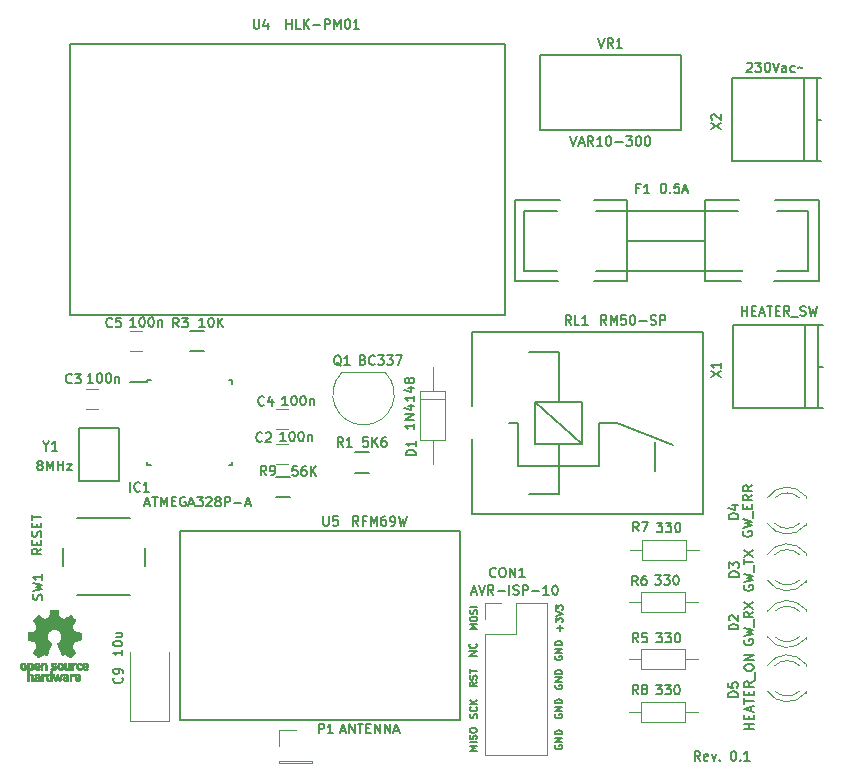
<source format=gto>
G04 #@! TF.GenerationSoftware,KiCad,Pcbnew,no-vcs-found-7591~57~ubuntu16.04.1*
G04 #@! TF.CreationDate,2017-02-06T13:32:17+02:00*
G04 #@! TF.ProjectId,heater_node,6865617465725F6E6F64652E6B696361,rev?*
G04 #@! TF.FileFunction,Legend,Top*
G04 #@! TF.FilePolarity,Positive*
%FSLAX46Y46*%
G04 Gerber Fmt 4.6, Leading zero omitted, Abs format (unit mm)*
G04 Created by KiCad (PCBNEW no-vcs-found-7591~57~ubuntu16.04.1) date Mon Feb  6 13:32:17 2017*
%MOMM*%
%LPD*%
G01*
G04 APERTURE LIST*
%ADD10C,0.100000*%
%ADD11C,0.150000*%
%ADD12C,0.010000*%
%ADD13C,0.120000*%
%ADD14C,2.200000*%
%ADD15C,1.400000*%
%ADD16O,1.400000X1.400000*%
%ADD17R,3.000000X0.800000*%
%ADD18C,2.000000*%
%ADD19R,1.500000X1.250000*%
%ADD20R,2.500000X3.200000*%
%ADD21O,1.700000X1.700000*%
%ADD22R,1.700000X1.700000*%
%ADD23O,1.600000X1.600000*%
%ADD24R,1.600000X1.600000*%
%ADD25C,1.800000*%
%ADD26R,1.800000X1.800000*%
%ADD27C,2.349500*%
%ADD28R,0.550000X1.600000*%
%ADD29R,1.600000X0.550000*%
%ADD30R,1.000000X1.000000*%
%ADD31C,1.000000*%
%ADD32R,1.500000X1.300000*%
%ADD33C,2.500000*%
%ADD34C,3.000000*%
%ADD35R,3.000000X1.200000*%
%ADD36C,2.400000*%
%ADD37R,2.400000X2.400000*%
G04 APERTURE END LIST*
D10*
D11*
X154646428Y-112996428D02*
X154046428Y-112996428D01*
X154646428Y-112653571D01*
X154046428Y-112653571D01*
X154589285Y-112025000D02*
X154617857Y-112053571D01*
X154646428Y-112139285D01*
X154646428Y-112196428D01*
X154617857Y-112282142D01*
X154560714Y-112339285D01*
X154503571Y-112367857D01*
X154389285Y-112396428D01*
X154303571Y-112396428D01*
X154189285Y-112367857D01*
X154132142Y-112339285D01*
X154075000Y-112282142D01*
X154046428Y-112196428D01*
X154046428Y-112139285D01*
X154075000Y-112053571D01*
X154103571Y-112025000D01*
X161325000Y-120582142D02*
X161296428Y-120639285D01*
X161296428Y-120725000D01*
X161325000Y-120810714D01*
X161382142Y-120867857D01*
X161439285Y-120896428D01*
X161553571Y-120925000D01*
X161639285Y-120925000D01*
X161753571Y-120896428D01*
X161810714Y-120867857D01*
X161867857Y-120810714D01*
X161896428Y-120725000D01*
X161896428Y-120667857D01*
X161867857Y-120582142D01*
X161839285Y-120553571D01*
X161639285Y-120553571D01*
X161639285Y-120667857D01*
X161896428Y-120296428D02*
X161296428Y-120296428D01*
X161896428Y-119953571D01*
X161296428Y-119953571D01*
X161896428Y-119667857D02*
X161296428Y-119667857D01*
X161296428Y-119525000D01*
X161325000Y-119439285D01*
X161382142Y-119382142D01*
X161439285Y-119353571D01*
X161553571Y-119325000D01*
X161639285Y-119325000D01*
X161753571Y-119353571D01*
X161810714Y-119382142D01*
X161867857Y-119439285D01*
X161896428Y-119525000D01*
X161896428Y-119667857D01*
X161325000Y-117957142D02*
X161296428Y-118014285D01*
X161296428Y-118100000D01*
X161325000Y-118185714D01*
X161382142Y-118242857D01*
X161439285Y-118271428D01*
X161553571Y-118300000D01*
X161639285Y-118300000D01*
X161753571Y-118271428D01*
X161810714Y-118242857D01*
X161867857Y-118185714D01*
X161896428Y-118100000D01*
X161896428Y-118042857D01*
X161867857Y-117957142D01*
X161839285Y-117928571D01*
X161639285Y-117928571D01*
X161639285Y-118042857D01*
X161896428Y-117671428D02*
X161296428Y-117671428D01*
X161896428Y-117328571D01*
X161296428Y-117328571D01*
X161896428Y-117042857D02*
X161296428Y-117042857D01*
X161296428Y-116900000D01*
X161325000Y-116814285D01*
X161382142Y-116757142D01*
X161439285Y-116728571D01*
X161553571Y-116700000D01*
X161639285Y-116700000D01*
X161753571Y-116728571D01*
X161810714Y-116757142D01*
X161867857Y-116814285D01*
X161896428Y-116900000D01*
X161896428Y-117042857D01*
X161350000Y-115482142D02*
X161321428Y-115539285D01*
X161321428Y-115625000D01*
X161350000Y-115710714D01*
X161407142Y-115767857D01*
X161464285Y-115796428D01*
X161578571Y-115825000D01*
X161664285Y-115825000D01*
X161778571Y-115796428D01*
X161835714Y-115767857D01*
X161892857Y-115710714D01*
X161921428Y-115625000D01*
X161921428Y-115567857D01*
X161892857Y-115482142D01*
X161864285Y-115453571D01*
X161664285Y-115453571D01*
X161664285Y-115567857D01*
X161921428Y-115196428D02*
X161321428Y-115196428D01*
X161921428Y-114853571D01*
X161321428Y-114853571D01*
X161921428Y-114567857D02*
X161321428Y-114567857D01*
X161321428Y-114425000D01*
X161350000Y-114339285D01*
X161407142Y-114282142D01*
X161464285Y-114253571D01*
X161578571Y-114225000D01*
X161664285Y-114225000D01*
X161778571Y-114253571D01*
X161835714Y-114282142D01*
X161892857Y-114339285D01*
X161921428Y-114425000D01*
X161921428Y-114567857D01*
X173602380Y-121886904D02*
X173335714Y-121505952D01*
X173145238Y-121886904D02*
X173145238Y-121086904D01*
X173450000Y-121086904D01*
X173526190Y-121125000D01*
X173564285Y-121163095D01*
X173602380Y-121239285D01*
X173602380Y-121353571D01*
X173564285Y-121429761D01*
X173526190Y-121467857D01*
X173450000Y-121505952D01*
X173145238Y-121505952D01*
X174250000Y-121848809D02*
X174173809Y-121886904D01*
X174021428Y-121886904D01*
X173945238Y-121848809D01*
X173907142Y-121772619D01*
X173907142Y-121467857D01*
X173945238Y-121391666D01*
X174021428Y-121353571D01*
X174173809Y-121353571D01*
X174250000Y-121391666D01*
X174288095Y-121467857D01*
X174288095Y-121544047D01*
X173907142Y-121620238D01*
X174554761Y-121353571D02*
X174745238Y-121886904D01*
X174935714Y-121353571D01*
X175240476Y-121810714D02*
X175278571Y-121848809D01*
X175240476Y-121886904D01*
X175202380Y-121848809D01*
X175240476Y-121810714D01*
X175240476Y-121886904D01*
X176383333Y-121086904D02*
X176459523Y-121086904D01*
X176535714Y-121125000D01*
X176573809Y-121163095D01*
X176611904Y-121239285D01*
X176650000Y-121391666D01*
X176650000Y-121582142D01*
X176611904Y-121734523D01*
X176573809Y-121810714D01*
X176535714Y-121848809D01*
X176459523Y-121886904D01*
X176383333Y-121886904D01*
X176307142Y-121848809D01*
X176269047Y-121810714D01*
X176230952Y-121734523D01*
X176192857Y-121582142D01*
X176192857Y-121391666D01*
X176230952Y-121239285D01*
X176269047Y-121163095D01*
X176307142Y-121125000D01*
X176383333Y-121086904D01*
X176992857Y-121810714D02*
X177030952Y-121848809D01*
X176992857Y-121886904D01*
X176954761Y-121848809D01*
X176992857Y-121810714D01*
X176992857Y-121886904D01*
X177792857Y-121886904D02*
X177335714Y-121886904D01*
X177564285Y-121886904D02*
X177564285Y-121086904D01*
X177488095Y-121201190D01*
X177411904Y-121277380D01*
X177335714Y-121315476D01*
X161325000Y-113032142D02*
X161296428Y-113089285D01*
X161296428Y-113175000D01*
X161325000Y-113260714D01*
X161382142Y-113317857D01*
X161439285Y-113346428D01*
X161553571Y-113375000D01*
X161639285Y-113375000D01*
X161753571Y-113346428D01*
X161810714Y-113317857D01*
X161867857Y-113260714D01*
X161896428Y-113175000D01*
X161896428Y-113117857D01*
X161867857Y-113032142D01*
X161839285Y-113003571D01*
X161639285Y-113003571D01*
X161639285Y-113117857D01*
X161896428Y-112746428D02*
X161296428Y-112746428D01*
X161896428Y-112403571D01*
X161296428Y-112403571D01*
X161896428Y-112117857D02*
X161296428Y-112117857D01*
X161296428Y-111975000D01*
X161325000Y-111889285D01*
X161382142Y-111832142D01*
X161439285Y-111803571D01*
X161553571Y-111775000D01*
X161639285Y-111775000D01*
X161753571Y-111803571D01*
X161810714Y-111832142D01*
X161867857Y-111889285D01*
X161896428Y-111975000D01*
X161896428Y-112117857D01*
X161717857Y-110882142D02*
X161717857Y-110425000D01*
X161946428Y-110653571D02*
X161489285Y-110653571D01*
X161346428Y-110196428D02*
X161346428Y-109825000D01*
X161575000Y-110025000D01*
X161575000Y-109939285D01*
X161603571Y-109882142D01*
X161632142Y-109853571D01*
X161689285Y-109825000D01*
X161832142Y-109825000D01*
X161889285Y-109853571D01*
X161917857Y-109882142D01*
X161946428Y-109939285D01*
X161946428Y-110110714D01*
X161917857Y-110167857D01*
X161889285Y-110196428D01*
X161346428Y-109653571D02*
X161946428Y-109453571D01*
X161346428Y-109253571D01*
X161346428Y-109110714D02*
X161346428Y-108739285D01*
X161575000Y-108939285D01*
X161575000Y-108853571D01*
X161603571Y-108796428D01*
X161632142Y-108767857D01*
X161689285Y-108739285D01*
X161832142Y-108739285D01*
X161889285Y-108767857D01*
X161917857Y-108796428D01*
X161946428Y-108853571D01*
X161946428Y-109025000D01*
X161917857Y-109082142D01*
X161889285Y-109110714D01*
X154671428Y-121042857D02*
X154071428Y-121042857D01*
X154500000Y-120842857D01*
X154071428Y-120642857D01*
X154671428Y-120642857D01*
X154671428Y-120357142D02*
X154071428Y-120357142D01*
X154642857Y-120100000D02*
X154671428Y-120014285D01*
X154671428Y-119871428D01*
X154642857Y-119814285D01*
X154614285Y-119785714D01*
X154557142Y-119757142D01*
X154500000Y-119757142D01*
X154442857Y-119785714D01*
X154414285Y-119814285D01*
X154385714Y-119871428D01*
X154357142Y-119985714D01*
X154328571Y-120042857D01*
X154300000Y-120071428D01*
X154242857Y-120100000D01*
X154185714Y-120100000D01*
X154128571Y-120071428D01*
X154100000Y-120042857D01*
X154071428Y-119985714D01*
X154071428Y-119842857D01*
X154100000Y-119757142D01*
X154071428Y-119385714D02*
X154071428Y-119271428D01*
X154100000Y-119214285D01*
X154157142Y-119157142D01*
X154271428Y-119128571D01*
X154471428Y-119128571D01*
X154585714Y-119157142D01*
X154642857Y-119214285D01*
X154671428Y-119271428D01*
X154671428Y-119385714D01*
X154642857Y-119442857D01*
X154585714Y-119500000D01*
X154471428Y-119528571D01*
X154271428Y-119528571D01*
X154157142Y-119500000D01*
X154100000Y-119442857D01*
X154071428Y-119385714D01*
X154667857Y-118296428D02*
X154696428Y-118210714D01*
X154696428Y-118067857D01*
X154667857Y-118010714D01*
X154639285Y-117982142D01*
X154582142Y-117953571D01*
X154525000Y-117953571D01*
X154467857Y-117982142D01*
X154439285Y-118010714D01*
X154410714Y-118067857D01*
X154382142Y-118182142D01*
X154353571Y-118239285D01*
X154325000Y-118267857D01*
X154267857Y-118296428D01*
X154210714Y-118296428D01*
X154153571Y-118267857D01*
X154125000Y-118239285D01*
X154096428Y-118182142D01*
X154096428Y-118039285D01*
X154125000Y-117953571D01*
X154639285Y-117353571D02*
X154667857Y-117382142D01*
X154696428Y-117467857D01*
X154696428Y-117525000D01*
X154667857Y-117610714D01*
X154610714Y-117667857D01*
X154553571Y-117696428D01*
X154439285Y-117725000D01*
X154353571Y-117725000D01*
X154239285Y-117696428D01*
X154182142Y-117667857D01*
X154125000Y-117610714D01*
X154096428Y-117525000D01*
X154096428Y-117467857D01*
X154125000Y-117382142D01*
X154153571Y-117353571D01*
X154696428Y-117096428D02*
X154096428Y-117096428D01*
X154696428Y-116753571D02*
X154353571Y-117010714D01*
X154096428Y-116753571D02*
X154439285Y-117096428D01*
X154671428Y-115253571D02*
X154385714Y-115453571D01*
X154671428Y-115596428D02*
X154071428Y-115596428D01*
X154071428Y-115367857D01*
X154100000Y-115310714D01*
X154128571Y-115282142D01*
X154185714Y-115253571D01*
X154271428Y-115253571D01*
X154328571Y-115282142D01*
X154357142Y-115310714D01*
X154385714Y-115367857D01*
X154385714Y-115596428D01*
X154642857Y-115025000D02*
X154671428Y-114939285D01*
X154671428Y-114796428D01*
X154642857Y-114739285D01*
X154614285Y-114710714D01*
X154557142Y-114682142D01*
X154500000Y-114682142D01*
X154442857Y-114710714D01*
X154414285Y-114739285D01*
X154385714Y-114796428D01*
X154357142Y-114910714D01*
X154328571Y-114967857D01*
X154300000Y-114996428D01*
X154242857Y-115025000D01*
X154185714Y-115025000D01*
X154128571Y-114996428D01*
X154100000Y-114967857D01*
X154071428Y-114910714D01*
X154071428Y-114767857D01*
X154100000Y-114682142D01*
X154071428Y-114510714D02*
X154071428Y-114167857D01*
X154671428Y-114339285D02*
X154071428Y-114339285D01*
X154696428Y-110767857D02*
X154096428Y-110767857D01*
X154525000Y-110567857D01*
X154096428Y-110367857D01*
X154696428Y-110367857D01*
X154096428Y-109967857D02*
X154096428Y-109853571D01*
X154125000Y-109796428D01*
X154182142Y-109739285D01*
X154296428Y-109710714D01*
X154496428Y-109710714D01*
X154610714Y-109739285D01*
X154667857Y-109796428D01*
X154696428Y-109853571D01*
X154696428Y-109967857D01*
X154667857Y-110025000D01*
X154610714Y-110082142D01*
X154496428Y-110110714D01*
X154296428Y-110110714D01*
X154182142Y-110082142D01*
X154125000Y-110025000D01*
X154096428Y-109967857D01*
X154667857Y-109482142D02*
X154696428Y-109396428D01*
X154696428Y-109253571D01*
X154667857Y-109196428D01*
X154639285Y-109167857D01*
X154582142Y-109139285D01*
X154525000Y-109139285D01*
X154467857Y-109167857D01*
X154439285Y-109196428D01*
X154410714Y-109253571D01*
X154382142Y-109367857D01*
X154353571Y-109425000D01*
X154325000Y-109453571D01*
X154267857Y-109482142D01*
X154210714Y-109482142D01*
X154153571Y-109453571D01*
X154125000Y-109425000D01*
X154096428Y-109367857D01*
X154096428Y-109225000D01*
X154125000Y-109139285D01*
X154696428Y-108882142D02*
X154096428Y-108882142D01*
D12*
G36*
X116966241Y-113619184D02*
X116992753Y-113632282D01*
X117025447Y-113655106D01*
X117049275Y-113679996D01*
X117065594Y-113711249D01*
X117075760Y-113753166D01*
X117081128Y-113810044D01*
X117083056Y-113886184D01*
X117083169Y-113918917D01*
X117082839Y-113990656D01*
X117081473Y-114041927D01*
X117078500Y-114077404D01*
X117073351Y-114101763D01*
X117065457Y-114119680D01*
X117057243Y-114131902D01*
X117004813Y-114183905D01*
X116943070Y-114215184D01*
X116876464Y-114224592D01*
X116809442Y-114210980D01*
X116788208Y-114201354D01*
X116737376Y-114174859D01*
X116737376Y-114590052D01*
X116774475Y-114570868D01*
X116823357Y-114556025D01*
X116883439Y-114552222D01*
X116943436Y-114559243D01*
X116988744Y-114575013D01*
X117026325Y-114605047D01*
X117058436Y-114648024D01*
X117060850Y-114652436D01*
X117071033Y-114673221D01*
X117078470Y-114694170D01*
X117083589Y-114719548D01*
X117086819Y-114753618D01*
X117088587Y-114800641D01*
X117089323Y-114864882D01*
X117089456Y-114937176D01*
X117089456Y-115167822D01*
X116951139Y-115167822D01*
X116951139Y-114742533D01*
X116912451Y-114709979D01*
X116872262Y-114683940D01*
X116834203Y-114679205D01*
X116795934Y-114691389D01*
X116775538Y-114703320D01*
X116760358Y-114720313D01*
X116749562Y-114745995D01*
X116742317Y-114783991D01*
X116737792Y-114837926D01*
X116735156Y-114911425D01*
X116734228Y-114960347D01*
X116731089Y-115161535D01*
X116665074Y-115165336D01*
X116599060Y-115169136D01*
X116599060Y-113920650D01*
X116737376Y-113920650D01*
X116740903Y-113990254D01*
X116752785Y-114038569D01*
X116774980Y-114068631D01*
X116809441Y-114083471D01*
X116844258Y-114086436D01*
X116883671Y-114083028D01*
X116909829Y-114069617D01*
X116926186Y-114051896D01*
X116939063Y-114032835D01*
X116946728Y-114011601D01*
X116950139Y-113981849D01*
X116950251Y-113937236D01*
X116949103Y-113899880D01*
X116946468Y-113843604D01*
X116942544Y-113806658D01*
X116935937Y-113783223D01*
X116925251Y-113767480D01*
X116915167Y-113758380D01*
X116873030Y-113738537D01*
X116823160Y-113735332D01*
X116794524Y-113742168D01*
X116766172Y-113766464D01*
X116747391Y-113813728D01*
X116738288Y-113883624D01*
X116737376Y-113920650D01*
X116599060Y-113920650D01*
X116599060Y-113608614D01*
X116668218Y-113608614D01*
X116709740Y-113610256D01*
X116731162Y-113616087D01*
X116737374Y-113627461D01*
X116737376Y-113627798D01*
X116740258Y-113638938D01*
X116752970Y-113637673D01*
X116778243Y-113625433D01*
X116837131Y-113606707D01*
X116903385Y-113604739D01*
X116966241Y-113619184D01*
X116966241Y-113619184D01*
G37*
X116966241Y-113619184D02*
X116992753Y-113632282D01*
X117025447Y-113655106D01*
X117049275Y-113679996D01*
X117065594Y-113711249D01*
X117075760Y-113753166D01*
X117081128Y-113810044D01*
X117083056Y-113886184D01*
X117083169Y-113918917D01*
X117082839Y-113990656D01*
X117081473Y-114041927D01*
X117078500Y-114077404D01*
X117073351Y-114101763D01*
X117065457Y-114119680D01*
X117057243Y-114131902D01*
X117004813Y-114183905D01*
X116943070Y-114215184D01*
X116876464Y-114224592D01*
X116809442Y-114210980D01*
X116788208Y-114201354D01*
X116737376Y-114174859D01*
X116737376Y-114590052D01*
X116774475Y-114570868D01*
X116823357Y-114556025D01*
X116883439Y-114552222D01*
X116943436Y-114559243D01*
X116988744Y-114575013D01*
X117026325Y-114605047D01*
X117058436Y-114648024D01*
X117060850Y-114652436D01*
X117071033Y-114673221D01*
X117078470Y-114694170D01*
X117083589Y-114719548D01*
X117086819Y-114753618D01*
X117088587Y-114800641D01*
X117089323Y-114864882D01*
X117089456Y-114937176D01*
X117089456Y-115167822D01*
X116951139Y-115167822D01*
X116951139Y-114742533D01*
X116912451Y-114709979D01*
X116872262Y-114683940D01*
X116834203Y-114679205D01*
X116795934Y-114691389D01*
X116775538Y-114703320D01*
X116760358Y-114720313D01*
X116749562Y-114745995D01*
X116742317Y-114783991D01*
X116737792Y-114837926D01*
X116735156Y-114911425D01*
X116734228Y-114960347D01*
X116731089Y-115161535D01*
X116665074Y-115165336D01*
X116599060Y-115169136D01*
X116599060Y-113920650D01*
X116737376Y-113920650D01*
X116740903Y-113990254D01*
X116752785Y-114038569D01*
X116774980Y-114068631D01*
X116809441Y-114083471D01*
X116844258Y-114086436D01*
X116883671Y-114083028D01*
X116909829Y-114069617D01*
X116926186Y-114051896D01*
X116939063Y-114032835D01*
X116946728Y-114011601D01*
X116950139Y-113981849D01*
X116950251Y-113937236D01*
X116949103Y-113899880D01*
X116946468Y-113843604D01*
X116942544Y-113806658D01*
X116935937Y-113783223D01*
X116925251Y-113767480D01*
X116915167Y-113758380D01*
X116873030Y-113738537D01*
X116823160Y-113735332D01*
X116794524Y-113742168D01*
X116766172Y-113766464D01*
X116747391Y-113813728D01*
X116738288Y-113883624D01*
X116737376Y-113920650D01*
X116599060Y-113920650D01*
X116599060Y-113608614D01*
X116668218Y-113608614D01*
X116709740Y-113610256D01*
X116731162Y-113616087D01*
X116737374Y-113627461D01*
X116737376Y-113627798D01*
X116740258Y-113638938D01*
X116752970Y-113637673D01*
X116778243Y-113625433D01*
X116837131Y-113606707D01*
X116903385Y-113604739D01*
X116966241Y-113619184D01*
G36*
X117490790Y-114556555D02*
X117549945Y-114572339D01*
X117594977Y-114600948D01*
X117626754Y-114638419D01*
X117636634Y-114654411D01*
X117643927Y-114671163D01*
X117649026Y-114692592D01*
X117652321Y-114722616D01*
X117654203Y-114765154D01*
X117655063Y-114824122D01*
X117655293Y-114903440D01*
X117655297Y-114924484D01*
X117655297Y-115167822D01*
X117594941Y-115167822D01*
X117556443Y-115165126D01*
X117527977Y-115158295D01*
X117520845Y-115154083D01*
X117501348Y-115146813D01*
X117481434Y-115154083D01*
X117448647Y-115163160D01*
X117401022Y-115166813D01*
X117348236Y-115165228D01*
X117299964Y-115158589D01*
X117271782Y-115150072D01*
X117217247Y-115115063D01*
X117183165Y-115066479D01*
X117167843Y-115001882D01*
X117167701Y-115000223D01*
X117169045Y-114971566D01*
X117290644Y-114971566D01*
X117301274Y-115004161D01*
X117318590Y-115022505D01*
X117353348Y-115036379D01*
X117399227Y-115041917D01*
X117446012Y-115039191D01*
X117483486Y-115028274D01*
X117493985Y-115021269D01*
X117512332Y-114988904D01*
X117516980Y-114952111D01*
X117516980Y-114903763D01*
X117447418Y-114903763D01*
X117381333Y-114908850D01*
X117331236Y-114923263D01*
X117300071Y-114945729D01*
X117290644Y-114971566D01*
X117169045Y-114971566D01*
X117171013Y-114929647D01*
X117194290Y-114873845D01*
X117238052Y-114831647D01*
X117244101Y-114827808D01*
X117270093Y-114815309D01*
X117302265Y-114807740D01*
X117347240Y-114804061D01*
X117400669Y-114803216D01*
X117516980Y-114803169D01*
X117516980Y-114754411D01*
X117512047Y-114716581D01*
X117499457Y-114691236D01*
X117497983Y-114689887D01*
X117469966Y-114678800D01*
X117427674Y-114674503D01*
X117380936Y-114676615D01*
X117339582Y-114684756D01*
X117315043Y-114696965D01*
X117301747Y-114706746D01*
X117287706Y-114708613D01*
X117268329Y-114700600D01*
X117239024Y-114680739D01*
X117195197Y-114647063D01*
X117191175Y-114643909D01*
X117193236Y-114632236D01*
X117210432Y-114612822D01*
X117236567Y-114591248D01*
X117265448Y-114573096D01*
X117274522Y-114568809D01*
X117307620Y-114560256D01*
X117356120Y-114554155D01*
X117410305Y-114551708D01*
X117412839Y-114551703D01*
X117490790Y-114556555D01*
X117490790Y-114556555D01*
G37*
X117490790Y-114556555D02*
X117549945Y-114572339D01*
X117594977Y-114600948D01*
X117626754Y-114638419D01*
X117636634Y-114654411D01*
X117643927Y-114671163D01*
X117649026Y-114692592D01*
X117652321Y-114722616D01*
X117654203Y-114765154D01*
X117655063Y-114824122D01*
X117655293Y-114903440D01*
X117655297Y-114924484D01*
X117655297Y-115167822D01*
X117594941Y-115167822D01*
X117556443Y-115165126D01*
X117527977Y-115158295D01*
X117520845Y-115154083D01*
X117501348Y-115146813D01*
X117481434Y-115154083D01*
X117448647Y-115163160D01*
X117401022Y-115166813D01*
X117348236Y-115165228D01*
X117299964Y-115158589D01*
X117271782Y-115150072D01*
X117217247Y-115115063D01*
X117183165Y-115066479D01*
X117167843Y-115001882D01*
X117167701Y-115000223D01*
X117169045Y-114971566D01*
X117290644Y-114971566D01*
X117301274Y-115004161D01*
X117318590Y-115022505D01*
X117353348Y-115036379D01*
X117399227Y-115041917D01*
X117446012Y-115039191D01*
X117483486Y-115028274D01*
X117493985Y-115021269D01*
X117512332Y-114988904D01*
X117516980Y-114952111D01*
X117516980Y-114903763D01*
X117447418Y-114903763D01*
X117381333Y-114908850D01*
X117331236Y-114923263D01*
X117300071Y-114945729D01*
X117290644Y-114971566D01*
X117169045Y-114971566D01*
X117171013Y-114929647D01*
X117194290Y-114873845D01*
X117238052Y-114831647D01*
X117244101Y-114827808D01*
X117270093Y-114815309D01*
X117302265Y-114807740D01*
X117347240Y-114804061D01*
X117400669Y-114803216D01*
X117516980Y-114803169D01*
X117516980Y-114754411D01*
X117512047Y-114716581D01*
X117499457Y-114691236D01*
X117497983Y-114689887D01*
X117469966Y-114678800D01*
X117427674Y-114674503D01*
X117380936Y-114676615D01*
X117339582Y-114684756D01*
X117315043Y-114696965D01*
X117301747Y-114706746D01*
X117287706Y-114708613D01*
X117268329Y-114700600D01*
X117239024Y-114680739D01*
X117195197Y-114647063D01*
X117191175Y-114643909D01*
X117193236Y-114632236D01*
X117210432Y-114612822D01*
X117236567Y-114591248D01*
X117265448Y-114573096D01*
X117274522Y-114568809D01*
X117307620Y-114560256D01*
X117356120Y-114554155D01*
X117410305Y-114551708D01*
X117412839Y-114551703D01*
X117490790Y-114556555D01*
G36*
X117881644Y-114553020D02*
X117900461Y-114558660D01*
X117906527Y-114571053D01*
X117906782Y-114576647D01*
X117907871Y-114592230D01*
X117915368Y-114594676D01*
X117935619Y-114583993D01*
X117947649Y-114576694D01*
X117985600Y-114561063D01*
X118030928Y-114553334D01*
X118078456Y-114552740D01*
X118123005Y-114558513D01*
X118159398Y-114569884D01*
X118182457Y-114586088D01*
X118187004Y-114606355D01*
X118184709Y-114611843D01*
X118167980Y-114634626D01*
X118142037Y-114662647D01*
X118137345Y-114667177D01*
X118112617Y-114688005D01*
X118091282Y-114694735D01*
X118061445Y-114690038D01*
X118049492Y-114686917D01*
X118012295Y-114679421D01*
X117986141Y-114682792D01*
X117964054Y-114694681D01*
X117943822Y-114710635D01*
X117928921Y-114730700D01*
X117918566Y-114758702D01*
X117911971Y-114798467D01*
X117908351Y-114853823D01*
X117906922Y-114928594D01*
X117906782Y-114973740D01*
X117906782Y-115167822D01*
X117781040Y-115167822D01*
X117781040Y-114551683D01*
X117843911Y-114551683D01*
X117881644Y-114553020D01*
X117881644Y-114553020D01*
G37*
X117881644Y-114553020D02*
X117900461Y-114558660D01*
X117906527Y-114571053D01*
X117906782Y-114576647D01*
X117907871Y-114592230D01*
X117915368Y-114594676D01*
X117935619Y-114583993D01*
X117947649Y-114576694D01*
X117985600Y-114561063D01*
X118030928Y-114553334D01*
X118078456Y-114552740D01*
X118123005Y-114558513D01*
X118159398Y-114569884D01*
X118182457Y-114586088D01*
X118187004Y-114606355D01*
X118184709Y-114611843D01*
X118167980Y-114634626D01*
X118142037Y-114662647D01*
X118137345Y-114667177D01*
X118112617Y-114688005D01*
X118091282Y-114694735D01*
X118061445Y-114690038D01*
X118049492Y-114686917D01*
X118012295Y-114679421D01*
X117986141Y-114682792D01*
X117964054Y-114694681D01*
X117943822Y-114710635D01*
X117928921Y-114730700D01*
X117918566Y-114758702D01*
X117911971Y-114798467D01*
X117908351Y-114853823D01*
X117906922Y-114928594D01*
X117906782Y-114973740D01*
X117906782Y-115167822D01*
X117781040Y-115167822D01*
X117781040Y-114551683D01*
X117843911Y-114551683D01*
X117881644Y-114553020D01*
G36*
X118673812Y-115167822D02*
X118604654Y-115167822D01*
X118564512Y-115166645D01*
X118543606Y-115161772D01*
X118536078Y-115151186D01*
X118535495Y-115144029D01*
X118534226Y-115129676D01*
X118526221Y-115126923D01*
X118505185Y-115135771D01*
X118488827Y-115144029D01*
X118426023Y-115163597D01*
X118357752Y-115164729D01*
X118302248Y-115150135D01*
X118250562Y-115114877D01*
X118211162Y-115062835D01*
X118189587Y-115001450D01*
X118189038Y-114998018D01*
X118185833Y-114960571D01*
X118184239Y-114906813D01*
X118184367Y-114866155D01*
X118321721Y-114866155D01*
X118324903Y-114920194D01*
X118332141Y-114964735D01*
X118341940Y-114989888D01*
X118379011Y-115024260D01*
X118423026Y-115036582D01*
X118468416Y-115026618D01*
X118507203Y-114996895D01*
X118521892Y-114976905D01*
X118530481Y-114953050D01*
X118534504Y-114918230D01*
X118535495Y-114865930D01*
X118533722Y-114814139D01*
X118529037Y-114768634D01*
X118522397Y-114738181D01*
X118521290Y-114735452D01*
X118494509Y-114703000D01*
X118455421Y-114685183D01*
X118411685Y-114682306D01*
X118370962Y-114694674D01*
X118340913Y-114722593D01*
X118337796Y-114728148D01*
X118328039Y-114762022D01*
X118322723Y-114810728D01*
X118321721Y-114866155D01*
X118184367Y-114866155D01*
X118184432Y-114845540D01*
X118185336Y-114812563D01*
X118191486Y-114730981D01*
X118204267Y-114669730D01*
X118225529Y-114624449D01*
X118257122Y-114590779D01*
X118287793Y-114571014D01*
X118330646Y-114557120D01*
X118383944Y-114552354D01*
X118438520Y-114556236D01*
X118485208Y-114568282D01*
X118509876Y-114582693D01*
X118535495Y-114605878D01*
X118535495Y-114312773D01*
X118673812Y-114312773D01*
X118673812Y-115167822D01*
X118673812Y-115167822D01*
G37*
X118673812Y-115167822D02*
X118604654Y-115167822D01*
X118564512Y-115166645D01*
X118543606Y-115161772D01*
X118536078Y-115151186D01*
X118535495Y-115144029D01*
X118534226Y-115129676D01*
X118526221Y-115126923D01*
X118505185Y-115135771D01*
X118488827Y-115144029D01*
X118426023Y-115163597D01*
X118357752Y-115164729D01*
X118302248Y-115150135D01*
X118250562Y-115114877D01*
X118211162Y-115062835D01*
X118189587Y-115001450D01*
X118189038Y-114998018D01*
X118185833Y-114960571D01*
X118184239Y-114906813D01*
X118184367Y-114866155D01*
X118321721Y-114866155D01*
X118324903Y-114920194D01*
X118332141Y-114964735D01*
X118341940Y-114989888D01*
X118379011Y-115024260D01*
X118423026Y-115036582D01*
X118468416Y-115026618D01*
X118507203Y-114996895D01*
X118521892Y-114976905D01*
X118530481Y-114953050D01*
X118534504Y-114918230D01*
X118535495Y-114865930D01*
X118533722Y-114814139D01*
X118529037Y-114768634D01*
X118522397Y-114738181D01*
X118521290Y-114735452D01*
X118494509Y-114703000D01*
X118455421Y-114685183D01*
X118411685Y-114682306D01*
X118370962Y-114694674D01*
X118340913Y-114722593D01*
X118337796Y-114728148D01*
X118328039Y-114762022D01*
X118322723Y-114810728D01*
X118321721Y-114866155D01*
X118184367Y-114866155D01*
X118184432Y-114845540D01*
X118185336Y-114812563D01*
X118191486Y-114730981D01*
X118204267Y-114669730D01*
X118225529Y-114624449D01*
X118257122Y-114590779D01*
X118287793Y-114571014D01*
X118330646Y-114557120D01*
X118383944Y-114552354D01*
X118438520Y-114556236D01*
X118485208Y-114568282D01*
X118509876Y-114582693D01*
X118535495Y-114605878D01*
X118535495Y-114312773D01*
X118673812Y-114312773D01*
X118673812Y-115167822D01*
G36*
X119156524Y-114554237D02*
X119206255Y-114557971D01*
X119336291Y-114947773D01*
X119356678Y-114878614D01*
X119368946Y-114835874D01*
X119385085Y-114778115D01*
X119402512Y-114714625D01*
X119411726Y-114680570D01*
X119446388Y-114551683D01*
X119589391Y-114551683D01*
X119546646Y-114686857D01*
X119525596Y-114753342D01*
X119500167Y-114833539D01*
X119473610Y-114917193D01*
X119449902Y-114991782D01*
X119395902Y-115161535D01*
X119337598Y-115165328D01*
X119279295Y-115169122D01*
X119247679Y-115064734D01*
X119228182Y-114999889D01*
X119206904Y-114928400D01*
X119188308Y-114865263D01*
X119187574Y-114862750D01*
X119173684Y-114819969D01*
X119161429Y-114790779D01*
X119152846Y-114779741D01*
X119151082Y-114781018D01*
X119144891Y-114798130D01*
X119133128Y-114834787D01*
X119117225Y-114886378D01*
X119098614Y-114948294D01*
X119088543Y-114982352D01*
X119034007Y-115167822D01*
X118918264Y-115167822D01*
X118825737Y-114875471D01*
X118799744Y-114793462D01*
X118776066Y-114718987D01*
X118755820Y-114655544D01*
X118740126Y-114606632D01*
X118730102Y-114575749D01*
X118727055Y-114566726D01*
X118729467Y-114557487D01*
X118748408Y-114553441D01*
X118787823Y-114553846D01*
X118793993Y-114554152D01*
X118867086Y-114557971D01*
X118914957Y-114734010D01*
X118932553Y-114798211D01*
X118948277Y-114854649D01*
X118960746Y-114898422D01*
X118968574Y-114924630D01*
X118970020Y-114928903D01*
X118976014Y-114923990D01*
X118988101Y-114898532D01*
X119004893Y-114855997D01*
X119025003Y-114799850D01*
X119042003Y-114749130D01*
X119106794Y-114550504D01*
X119156524Y-114554237D01*
X119156524Y-114554237D01*
G37*
X119156524Y-114554237D02*
X119206255Y-114557971D01*
X119336291Y-114947773D01*
X119356678Y-114878614D01*
X119368946Y-114835874D01*
X119385085Y-114778115D01*
X119402512Y-114714625D01*
X119411726Y-114680570D01*
X119446388Y-114551683D01*
X119589391Y-114551683D01*
X119546646Y-114686857D01*
X119525596Y-114753342D01*
X119500167Y-114833539D01*
X119473610Y-114917193D01*
X119449902Y-114991782D01*
X119395902Y-115161535D01*
X119337598Y-115165328D01*
X119279295Y-115169122D01*
X119247679Y-115064734D01*
X119228182Y-114999889D01*
X119206904Y-114928400D01*
X119188308Y-114865263D01*
X119187574Y-114862750D01*
X119173684Y-114819969D01*
X119161429Y-114790779D01*
X119152846Y-114779741D01*
X119151082Y-114781018D01*
X119144891Y-114798130D01*
X119133128Y-114834787D01*
X119117225Y-114886378D01*
X119098614Y-114948294D01*
X119088543Y-114982352D01*
X119034007Y-115167822D01*
X118918264Y-115167822D01*
X118825737Y-114875471D01*
X118799744Y-114793462D01*
X118776066Y-114718987D01*
X118755820Y-114655544D01*
X118740126Y-114606632D01*
X118730102Y-114575749D01*
X118727055Y-114566726D01*
X118729467Y-114557487D01*
X118748408Y-114553441D01*
X118787823Y-114553846D01*
X118793993Y-114554152D01*
X118867086Y-114557971D01*
X118914957Y-114734010D01*
X118932553Y-114798211D01*
X118948277Y-114854649D01*
X118960746Y-114898422D01*
X118968574Y-114924630D01*
X118970020Y-114928903D01*
X118976014Y-114923990D01*
X118988101Y-114898532D01*
X119004893Y-114855997D01*
X119025003Y-114799850D01*
X119042003Y-114749130D01*
X119106794Y-114550504D01*
X119156524Y-114554237D01*
G36*
X119913411Y-114555417D02*
X119966411Y-114568290D01*
X119981731Y-114575110D01*
X120011428Y-114592974D01*
X120034220Y-114613093D01*
X120051083Y-114638962D01*
X120062998Y-114674073D01*
X120070942Y-114721920D01*
X120075894Y-114785996D01*
X120078831Y-114869794D01*
X120079947Y-114925768D01*
X120084052Y-115167822D01*
X120013932Y-115167822D01*
X119971393Y-115166038D01*
X119949476Y-115159942D01*
X119943812Y-115149706D01*
X119940821Y-115138637D01*
X119927451Y-115140754D01*
X119909233Y-115149629D01*
X119863624Y-115163233D01*
X119805007Y-115166899D01*
X119743354Y-115160903D01*
X119688638Y-115145521D01*
X119683730Y-115143386D01*
X119633723Y-115108255D01*
X119600756Y-115059419D01*
X119585587Y-115002333D01*
X119586746Y-114981824D01*
X119710508Y-114981824D01*
X119721413Y-115009425D01*
X119753745Y-115029204D01*
X119805910Y-115039819D01*
X119833787Y-115041228D01*
X119880247Y-115037620D01*
X119911129Y-115023597D01*
X119918664Y-115016931D01*
X119939076Y-114980666D01*
X119943812Y-114947773D01*
X119943812Y-114903763D01*
X119882513Y-114903763D01*
X119811256Y-114907395D01*
X119761276Y-114918818D01*
X119729696Y-114938824D01*
X119722626Y-114947743D01*
X119710508Y-114981824D01*
X119586746Y-114981824D01*
X119588971Y-114942456D01*
X119611663Y-114885244D01*
X119642624Y-114846580D01*
X119661376Y-114829864D01*
X119679733Y-114818878D01*
X119703619Y-114812180D01*
X119738957Y-114808326D01*
X119791669Y-114805873D01*
X119812577Y-114805168D01*
X119943812Y-114800879D01*
X119943620Y-114761158D01*
X119938537Y-114719405D01*
X119920162Y-114694158D01*
X119883039Y-114678030D01*
X119882043Y-114677742D01*
X119829410Y-114671400D01*
X119777906Y-114679684D01*
X119739630Y-114699827D01*
X119724272Y-114709773D01*
X119707730Y-114708397D01*
X119682275Y-114693987D01*
X119667328Y-114683817D01*
X119638091Y-114662088D01*
X119619980Y-114645800D01*
X119617074Y-114641137D01*
X119629040Y-114617005D01*
X119664396Y-114588185D01*
X119679753Y-114578461D01*
X119723901Y-114561714D01*
X119783398Y-114552227D01*
X119849487Y-114550095D01*
X119913411Y-114555417D01*
X119913411Y-114555417D01*
G37*
X119913411Y-114555417D02*
X119966411Y-114568290D01*
X119981731Y-114575110D01*
X120011428Y-114592974D01*
X120034220Y-114613093D01*
X120051083Y-114638962D01*
X120062998Y-114674073D01*
X120070942Y-114721920D01*
X120075894Y-114785996D01*
X120078831Y-114869794D01*
X120079947Y-114925768D01*
X120084052Y-115167822D01*
X120013932Y-115167822D01*
X119971393Y-115166038D01*
X119949476Y-115159942D01*
X119943812Y-115149706D01*
X119940821Y-115138637D01*
X119927451Y-115140754D01*
X119909233Y-115149629D01*
X119863624Y-115163233D01*
X119805007Y-115166899D01*
X119743354Y-115160903D01*
X119688638Y-115145521D01*
X119683730Y-115143386D01*
X119633723Y-115108255D01*
X119600756Y-115059419D01*
X119585587Y-115002333D01*
X119586746Y-114981824D01*
X119710508Y-114981824D01*
X119721413Y-115009425D01*
X119753745Y-115029204D01*
X119805910Y-115039819D01*
X119833787Y-115041228D01*
X119880247Y-115037620D01*
X119911129Y-115023597D01*
X119918664Y-115016931D01*
X119939076Y-114980666D01*
X119943812Y-114947773D01*
X119943812Y-114903763D01*
X119882513Y-114903763D01*
X119811256Y-114907395D01*
X119761276Y-114918818D01*
X119729696Y-114938824D01*
X119722626Y-114947743D01*
X119710508Y-114981824D01*
X119586746Y-114981824D01*
X119588971Y-114942456D01*
X119611663Y-114885244D01*
X119642624Y-114846580D01*
X119661376Y-114829864D01*
X119679733Y-114818878D01*
X119703619Y-114812180D01*
X119738957Y-114808326D01*
X119791669Y-114805873D01*
X119812577Y-114805168D01*
X119943812Y-114800879D01*
X119943620Y-114761158D01*
X119938537Y-114719405D01*
X119920162Y-114694158D01*
X119883039Y-114678030D01*
X119882043Y-114677742D01*
X119829410Y-114671400D01*
X119777906Y-114679684D01*
X119739630Y-114699827D01*
X119724272Y-114709773D01*
X119707730Y-114708397D01*
X119682275Y-114693987D01*
X119667328Y-114683817D01*
X119638091Y-114662088D01*
X119619980Y-114645800D01*
X119617074Y-114641137D01*
X119629040Y-114617005D01*
X119664396Y-114588185D01*
X119679753Y-114578461D01*
X119723901Y-114561714D01*
X119783398Y-114552227D01*
X119849487Y-114550095D01*
X119913411Y-114555417D01*
G36*
X120510255Y-114551486D02*
X120558595Y-114561015D01*
X120586114Y-114575125D01*
X120615064Y-114598568D01*
X120573876Y-114650571D01*
X120548482Y-114682064D01*
X120531238Y-114697428D01*
X120514102Y-114699776D01*
X120489027Y-114692217D01*
X120477257Y-114687941D01*
X120429270Y-114681631D01*
X120385324Y-114695156D01*
X120353060Y-114725710D01*
X120347819Y-114735452D01*
X120342112Y-114761258D01*
X120337706Y-114808817D01*
X120334811Y-114874758D01*
X120333631Y-114955710D01*
X120333614Y-114967226D01*
X120333614Y-115167822D01*
X120195297Y-115167822D01*
X120195297Y-114551683D01*
X120264456Y-114551683D01*
X120304333Y-114552725D01*
X120325107Y-114557358D01*
X120332789Y-114567849D01*
X120333614Y-114577745D01*
X120333614Y-114603806D01*
X120366745Y-114577745D01*
X120404735Y-114559965D01*
X120455770Y-114551174D01*
X120510255Y-114551486D01*
X120510255Y-114551486D01*
G37*
X120510255Y-114551486D02*
X120558595Y-114561015D01*
X120586114Y-114575125D01*
X120615064Y-114598568D01*
X120573876Y-114650571D01*
X120548482Y-114682064D01*
X120531238Y-114697428D01*
X120514102Y-114699776D01*
X120489027Y-114692217D01*
X120477257Y-114687941D01*
X120429270Y-114681631D01*
X120385324Y-114695156D01*
X120353060Y-114725710D01*
X120347819Y-114735452D01*
X120342112Y-114761258D01*
X120337706Y-114808817D01*
X120334811Y-114874758D01*
X120333631Y-114955710D01*
X120333614Y-114967226D01*
X120333614Y-115167822D01*
X120195297Y-115167822D01*
X120195297Y-114551683D01*
X120264456Y-114551683D01*
X120304333Y-114552725D01*
X120325107Y-114557358D01*
X120332789Y-114567849D01*
X120333614Y-114577745D01*
X120333614Y-114603806D01*
X120366745Y-114577745D01*
X120404735Y-114559965D01*
X120455770Y-114551174D01*
X120510255Y-114551486D01*
G36*
X120907581Y-114554970D02*
X120967685Y-114570597D01*
X121018021Y-114602848D01*
X121042393Y-114626940D01*
X121082345Y-114683895D01*
X121105242Y-114749965D01*
X121113108Y-114831182D01*
X121113148Y-114837748D01*
X121113218Y-114903763D01*
X120733264Y-114903763D01*
X120741363Y-114938342D01*
X120755987Y-114969659D01*
X120781581Y-115002291D01*
X120786935Y-115007500D01*
X120832943Y-115035694D01*
X120885410Y-115040475D01*
X120945803Y-115021926D01*
X120956040Y-115016931D01*
X120987439Y-115001745D01*
X121008470Y-114993094D01*
X121012139Y-114992293D01*
X121024948Y-115000063D01*
X121049378Y-115019072D01*
X121061779Y-115029460D01*
X121087476Y-115053321D01*
X121095915Y-115069077D01*
X121090058Y-115083571D01*
X121086928Y-115087534D01*
X121065725Y-115104879D01*
X121030738Y-115125959D01*
X121006337Y-115138265D01*
X120937072Y-115159946D01*
X120860388Y-115166971D01*
X120787765Y-115158647D01*
X120767426Y-115152686D01*
X120704476Y-115118952D01*
X120657815Y-115067045D01*
X120627173Y-114996459D01*
X120612282Y-114906692D01*
X120610647Y-114859753D01*
X120615421Y-114791413D01*
X120735990Y-114791413D01*
X120747652Y-114796465D01*
X120778998Y-114800429D01*
X120824571Y-114802768D01*
X120855446Y-114803169D01*
X120910981Y-114802783D01*
X120946033Y-114800975D01*
X120965262Y-114796773D01*
X120973330Y-114789203D01*
X120974901Y-114778218D01*
X120964121Y-114744381D01*
X120936980Y-114710940D01*
X120901277Y-114685272D01*
X120865560Y-114674772D01*
X120817048Y-114684086D01*
X120775053Y-114711013D01*
X120745936Y-114749827D01*
X120735990Y-114791413D01*
X120615421Y-114791413D01*
X120617599Y-114760236D01*
X120639055Y-114680949D01*
X120675470Y-114621263D01*
X120727297Y-114580549D01*
X120794990Y-114558179D01*
X120831662Y-114553871D01*
X120907581Y-114554970D01*
X120907581Y-114554970D01*
G37*
X120907581Y-114554970D02*
X120967685Y-114570597D01*
X121018021Y-114602848D01*
X121042393Y-114626940D01*
X121082345Y-114683895D01*
X121105242Y-114749965D01*
X121113108Y-114831182D01*
X121113148Y-114837748D01*
X121113218Y-114903763D01*
X120733264Y-114903763D01*
X120741363Y-114938342D01*
X120755987Y-114969659D01*
X120781581Y-115002291D01*
X120786935Y-115007500D01*
X120832943Y-115035694D01*
X120885410Y-115040475D01*
X120945803Y-115021926D01*
X120956040Y-115016931D01*
X120987439Y-115001745D01*
X121008470Y-114993094D01*
X121012139Y-114992293D01*
X121024948Y-115000063D01*
X121049378Y-115019072D01*
X121061779Y-115029460D01*
X121087476Y-115053321D01*
X121095915Y-115069077D01*
X121090058Y-115083571D01*
X121086928Y-115087534D01*
X121065725Y-115104879D01*
X121030738Y-115125959D01*
X121006337Y-115138265D01*
X120937072Y-115159946D01*
X120860388Y-115166971D01*
X120787765Y-115158647D01*
X120767426Y-115152686D01*
X120704476Y-115118952D01*
X120657815Y-115067045D01*
X120627173Y-114996459D01*
X120612282Y-114906692D01*
X120610647Y-114859753D01*
X120615421Y-114791413D01*
X120735990Y-114791413D01*
X120747652Y-114796465D01*
X120778998Y-114800429D01*
X120824571Y-114802768D01*
X120855446Y-114803169D01*
X120910981Y-114802783D01*
X120946033Y-114800975D01*
X120965262Y-114796773D01*
X120973330Y-114789203D01*
X120974901Y-114778218D01*
X120964121Y-114744381D01*
X120936980Y-114710940D01*
X120901277Y-114685272D01*
X120865560Y-114674772D01*
X120817048Y-114684086D01*
X120775053Y-114711013D01*
X120745936Y-114749827D01*
X120735990Y-114791413D01*
X120615421Y-114791413D01*
X120617599Y-114760236D01*
X120639055Y-114680949D01*
X120675470Y-114621263D01*
X120727297Y-114580549D01*
X120794990Y-114558179D01*
X120831662Y-114553871D01*
X120907581Y-114554970D01*
G36*
X116336739Y-113615148D02*
X116402521Y-113644231D01*
X116452460Y-113692793D01*
X116486626Y-113760908D01*
X116505093Y-113848651D01*
X116506417Y-113862351D01*
X116507454Y-113958939D01*
X116494007Y-114043602D01*
X116466892Y-114112221D01*
X116452373Y-114134294D01*
X116401799Y-114181011D01*
X116337391Y-114211268D01*
X116265334Y-114223824D01*
X116191815Y-114217439D01*
X116135928Y-114197772D01*
X116087868Y-114164629D01*
X116048588Y-114121175D01*
X116047908Y-114120158D01*
X116031956Y-114093338D01*
X116021590Y-114066368D01*
X116015312Y-114032332D01*
X116011627Y-113984310D01*
X116010003Y-113944931D01*
X116009328Y-113909219D01*
X116135045Y-113909219D01*
X116136274Y-113944770D01*
X116140734Y-113992094D01*
X116148603Y-114022465D01*
X116162793Y-114044072D01*
X116176083Y-114056694D01*
X116223198Y-114083122D01*
X116272495Y-114086653D01*
X116318407Y-114067639D01*
X116341362Y-114046331D01*
X116357904Y-114024859D01*
X116367579Y-114004313D01*
X116371826Y-113977574D01*
X116372080Y-113937523D01*
X116370772Y-113900638D01*
X116367957Y-113847947D01*
X116363495Y-113813772D01*
X116355452Y-113791480D01*
X116341897Y-113774442D01*
X116331155Y-113764703D01*
X116286223Y-113739123D01*
X116237751Y-113737847D01*
X116197106Y-113752999D01*
X116162433Y-113784642D01*
X116141776Y-113836620D01*
X116135045Y-113909219D01*
X116009328Y-113909219D01*
X116008521Y-113866621D01*
X116011052Y-113808056D01*
X116018638Y-113764007D01*
X116032319Y-113729248D01*
X116053135Y-113698551D01*
X116060853Y-113689436D01*
X116109111Y-113644021D01*
X116160872Y-113617493D01*
X116224172Y-113606379D01*
X116255039Y-113605471D01*
X116336739Y-113615148D01*
X116336739Y-113615148D01*
G37*
X116336739Y-113615148D02*
X116402521Y-113644231D01*
X116452460Y-113692793D01*
X116486626Y-113760908D01*
X116505093Y-113848651D01*
X116506417Y-113862351D01*
X116507454Y-113958939D01*
X116494007Y-114043602D01*
X116466892Y-114112221D01*
X116452373Y-114134294D01*
X116401799Y-114181011D01*
X116337391Y-114211268D01*
X116265334Y-114223824D01*
X116191815Y-114217439D01*
X116135928Y-114197772D01*
X116087868Y-114164629D01*
X116048588Y-114121175D01*
X116047908Y-114120158D01*
X116031956Y-114093338D01*
X116021590Y-114066368D01*
X116015312Y-114032332D01*
X116011627Y-113984310D01*
X116010003Y-113944931D01*
X116009328Y-113909219D01*
X116135045Y-113909219D01*
X116136274Y-113944770D01*
X116140734Y-113992094D01*
X116148603Y-114022465D01*
X116162793Y-114044072D01*
X116176083Y-114056694D01*
X116223198Y-114083122D01*
X116272495Y-114086653D01*
X116318407Y-114067639D01*
X116341362Y-114046331D01*
X116357904Y-114024859D01*
X116367579Y-114004313D01*
X116371826Y-113977574D01*
X116372080Y-113937523D01*
X116370772Y-113900638D01*
X116367957Y-113847947D01*
X116363495Y-113813772D01*
X116355452Y-113791480D01*
X116341897Y-113774442D01*
X116331155Y-113764703D01*
X116286223Y-113739123D01*
X116237751Y-113737847D01*
X116197106Y-113752999D01*
X116162433Y-113784642D01*
X116141776Y-113836620D01*
X116135045Y-113909219D01*
X116009328Y-113909219D01*
X116008521Y-113866621D01*
X116011052Y-113808056D01*
X116018638Y-113764007D01*
X116032319Y-113729248D01*
X116053135Y-113698551D01*
X116060853Y-113689436D01*
X116109111Y-113644021D01*
X116160872Y-113617493D01*
X116224172Y-113606379D01*
X116255039Y-113605471D01*
X116336739Y-113615148D01*
G36*
X117518301Y-113622614D02*
X117530832Y-113628514D01*
X117574201Y-113660283D01*
X117615210Y-113706646D01*
X117645832Y-113757696D01*
X117654541Y-113781166D01*
X117662488Y-113823091D01*
X117667226Y-113873757D01*
X117667801Y-113894679D01*
X117667871Y-113960693D01*
X117287917Y-113960693D01*
X117296017Y-113995273D01*
X117315896Y-114036170D01*
X117350653Y-114071514D01*
X117392002Y-114094282D01*
X117418351Y-114099010D01*
X117454084Y-114093273D01*
X117496718Y-114078882D01*
X117511201Y-114072262D01*
X117564760Y-114045513D01*
X117610467Y-114080376D01*
X117636842Y-114103955D01*
X117650876Y-114123417D01*
X117651586Y-114129129D01*
X117639049Y-114142973D01*
X117611572Y-114164012D01*
X117586634Y-114180425D01*
X117519336Y-114209930D01*
X117443890Y-114223284D01*
X117369112Y-114219812D01*
X117309505Y-114201663D01*
X117248059Y-114162784D01*
X117204392Y-114111595D01*
X117177074Y-114045367D01*
X117164678Y-113961371D01*
X117163579Y-113922936D01*
X117167978Y-113834861D01*
X117168518Y-113832299D01*
X117294418Y-113832299D01*
X117297885Y-113840558D01*
X117312137Y-113845113D01*
X117341530Y-113847065D01*
X117390425Y-113847517D01*
X117409252Y-113847525D01*
X117466533Y-113846843D01*
X117502859Y-113844364D01*
X117522396Y-113839443D01*
X117529310Y-113831434D01*
X117529555Y-113828862D01*
X117521664Y-113808423D01*
X117501915Y-113779789D01*
X117493425Y-113769763D01*
X117461906Y-113741408D01*
X117429051Y-113730259D01*
X117411349Y-113729327D01*
X117363461Y-113740981D01*
X117323301Y-113772285D01*
X117297827Y-113817752D01*
X117297375Y-113819233D01*
X117294418Y-113832299D01*
X117168518Y-113832299D01*
X117182608Y-113765510D01*
X117208962Y-113710025D01*
X117241193Y-113670639D01*
X117300783Y-113627931D01*
X117370832Y-113605109D01*
X117445339Y-113603046D01*
X117518301Y-113622614D01*
X117518301Y-113622614D01*
G37*
X117518301Y-113622614D02*
X117530832Y-113628514D01*
X117574201Y-113660283D01*
X117615210Y-113706646D01*
X117645832Y-113757696D01*
X117654541Y-113781166D01*
X117662488Y-113823091D01*
X117667226Y-113873757D01*
X117667801Y-113894679D01*
X117667871Y-113960693D01*
X117287917Y-113960693D01*
X117296017Y-113995273D01*
X117315896Y-114036170D01*
X117350653Y-114071514D01*
X117392002Y-114094282D01*
X117418351Y-114099010D01*
X117454084Y-114093273D01*
X117496718Y-114078882D01*
X117511201Y-114072262D01*
X117564760Y-114045513D01*
X117610467Y-114080376D01*
X117636842Y-114103955D01*
X117650876Y-114123417D01*
X117651586Y-114129129D01*
X117639049Y-114142973D01*
X117611572Y-114164012D01*
X117586634Y-114180425D01*
X117519336Y-114209930D01*
X117443890Y-114223284D01*
X117369112Y-114219812D01*
X117309505Y-114201663D01*
X117248059Y-114162784D01*
X117204392Y-114111595D01*
X117177074Y-114045367D01*
X117164678Y-113961371D01*
X117163579Y-113922936D01*
X117167978Y-113834861D01*
X117168518Y-113832299D01*
X117294418Y-113832299D01*
X117297885Y-113840558D01*
X117312137Y-113845113D01*
X117341530Y-113847065D01*
X117390425Y-113847517D01*
X117409252Y-113847525D01*
X117466533Y-113846843D01*
X117502859Y-113844364D01*
X117522396Y-113839443D01*
X117529310Y-113831434D01*
X117529555Y-113828862D01*
X117521664Y-113808423D01*
X117501915Y-113779789D01*
X117493425Y-113769763D01*
X117461906Y-113741408D01*
X117429051Y-113730259D01*
X117411349Y-113729327D01*
X117363461Y-113740981D01*
X117323301Y-113772285D01*
X117297827Y-113817752D01*
X117297375Y-113819233D01*
X117294418Y-113832299D01*
X117168518Y-113832299D01*
X117182608Y-113765510D01*
X117208962Y-113710025D01*
X117241193Y-113670639D01*
X117300783Y-113627931D01*
X117370832Y-113605109D01*
X117445339Y-113603046D01*
X117518301Y-113622614D01*
G36*
X118889017Y-113606452D02*
X118936634Y-113615482D01*
X118986034Y-113634370D01*
X118991312Y-113636777D01*
X119028774Y-113656476D01*
X119054717Y-113674781D01*
X119063103Y-113686508D01*
X119055117Y-113705632D01*
X119035720Y-113733850D01*
X119027110Y-113744384D01*
X118991628Y-113785847D01*
X118945885Y-113758858D01*
X118902350Y-113740878D01*
X118852050Y-113731267D01*
X118803812Y-113730660D01*
X118766467Y-113739691D01*
X118757505Y-113745327D01*
X118740437Y-113771171D01*
X118738363Y-113800941D01*
X118751134Y-113824197D01*
X118758688Y-113828708D01*
X118781325Y-113834309D01*
X118821115Y-113840892D01*
X118870166Y-113847183D01*
X118879215Y-113848170D01*
X118957996Y-113861798D01*
X119015136Y-113884946D01*
X119053030Y-113919752D01*
X119074079Y-113968354D01*
X119080635Y-114027718D01*
X119071577Y-114095198D01*
X119042164Y-114148188D01*
X118992278Y-114186783D01*
X118921800Y-114211081D01*
X118843565Y-114220667D01*
X118779766Y-114220552D01*
X118728016Y-114211845D01*
X118692673Y-114199825D01*
X118648017Y-114178880D01*
X118606747Y-114154574D01*
X118592079Y-114143876D01*
X118554357Y-114113084D01*
X118599852Y-114067049D01*
X118645347Y-114021013D01*
X118697072Y-114055243D01*
X118748952Y-114080952D01*
X118804351Y-114094399D01*
X118857605Y-114095818D01*
X118903049Y-114085443D01*
X118935016Y-114063507D01*
X118945338Y-114044998D01*
X118943789Y-114015314D01*
X118918140Y-113992615D01*
X118868460Y-113976940D01*
X118814031Y-113969695D01*
X118730264Y-113955873D01*
X118668033Y-113929796D01*
X118626507Y-113890699D01*
X118604853Y-113837820D01*
X118601853Y-113775126D01*
X118616671Y-113709642D01*
X118650454Y-113660144D01*
X118703505Y-113626408D01*
X118776126Y-113608207D01*
X118829928Y-113604639D01*
X118889017Y-113606452D01*
X118889017Y-113606452D01*
G37*
X118889017Y-113606452D02*
X118936634Y-113615482D01*
X118986034Y-113634370D01*
X118991312Y-113636777D01*
X119028774Y-113656476D01*
X119054717Y-113674781D01*
X119063103Y-113686508D01*
X119055117Y-113705632D01*
X119035720Y-113733850D01*
X119027110Y-113744384D01*
X118991628Y-113785847D01*
X118945885Y-113758858D01*
X118902350Y-113740878D01*
X118852050Y-113731267D01*
X118803812Y-113730660D01*
X118766467Y-113739691D01*
X118757505Y-113745327D01*
X118740437Y-113771171D01*
X118738363Y-113800941D01*
X118751134Y-113824197D01*
X118758688Y-113828708D01*
X118781325Y-113834309D01*
X118821115Y-113840892D01*
X118870166Y-113847183D01*
X118879215Y-113848170D01*
X118957996Y-113861798D01*
X119015136Y-113884946D01*
X119053030Y-113919752D01*
X119074079Y-113968354D01*
X119080635Y-114027718D01*
X119071577Y-114095198D01*
X119042164Y-114148188D01*
X118992278Y-114186783D01*
X118921800Y-114211081D01*
X118843565Y-114220667D01*
X118779766Y-114220552D01*
X118728016Y-114211845D01*
X118692673Y-114199825D01*
X118648017Y-114178880D01*
X118606747Y-114154574D01*
X118592079Y-114143876D01*
X118554357Y-114113084D01*
X118599852Y-114067049D01*
X118645347Y-114021013D01*
X118697072Y-114055243D01*
X118748952Y-114080952D01*
X118804351Y-114094399D01*
X118857605Y-114095818D01*
X118903049Y-114085443D01*
X118935016Y-114063507D01*
X118945338Y-114044998D01*
X118943789Y-114015314D01*
X118918140Y-113992615D01*
X118868460Y-113976940D01*
X118814031Y-113969695D01*
X118730264Y-113955873D01*
X118668033Y-113929796D01*
X118626507Y-113890699D01*
X118604853Y-113837820D01*
X118601853Y-113775126D01*
X118616671Y-113709642D01*
X118650454Y-113660144D01*
X118703505Y-113626408D01*
X118776126Y-113608207D01*
X118829928Y-113604639D01*
X118889017Y-113606452D01*
G36*
X119485762Y-113616055D02*
X119549363Y-113650692D01*
X119599123Y-113705372D01*
X119622568Y-113749842D01*
X119632634Y-113789121D01*
X119639156Y-113845116D01*
X119641951Y-113909621D01*
X119640836Y-113974429D01*
X119635626Y-114031334D01*
X119629541Y-114061727D01*
X119609014Y-114103306D01*
X119573463Y-114147468D01*
X119530619Y-114186087D01*
X119488211Y-114211034D01*
X119487177Y-114211430D01*
X119434553Y-114222331D01*
X119372188Y-114222601D01*
X119312924Y-114212676D01*
X119290040Y-114204722D01*
X119231102Y-114171300D01*
X119188890Y-114127511D01*
X119161156Y-114069538D01*
X119145651Y-113993565D01*
X119142143Y-113953771D01*
X119142590Y-113903766D01*
X119277376Y-113903766D01*
X119281917Y-113976732D01*
X119294986Y-114032334D01*
X119315756Y-114067861D01*
X119330552Y-114078020D01*
X119368464Y-114085104D01*
X119413527Y-114083007D01*
X119452487Y-114072812D01*
X119462704Y-114067204D01*
X119489659Y-114034538D01*
X119507451Y-113984545D01*
X119515024Y-113923705D01*
X119511325Y-113858497D01*
X119503057Y-113819253D01*
X119479320Y-113773805D01*
X119441849Y-113745396D01*
X119396720Y-113735573D01*
X119350011Y-113745887D01*
X119314132Y-113771112D01*
X119295277Y-113791925D01*
X119284272Y-113812439D01*
X119279026Y-113840203D01*
X119277449Y-113882762D01*
X119277376Y-113903766D01*
X119142590Y-113903766D01*
X119143094Y-113847580D01*
X119160388Y-113760501D01*
X119194029Y-113692530D01*
X119244018Y-113643664D01*
X119310356Y-113613899D01*
X119324601Y-113610448D01*
X119410210Y-113602345D01*
X119485762Y-113616055D01*
X119485762Y-113616055D01*
G37*
X119485762Y-113616055D02*
X119549363Y-113650692D01*
X119599123Y-113705372D01*
X119622568Y-113749842D01*
X119632634Y-113789121D01*
X119639156Y-113845116D01*
X119641951Y-113909621D01*
X119640836Y-113974429D01*
X119635626Y-114031334D01*
X119629541Y-114061727D01*
X119609014Y-114103306D01*
X119573463Y-114147468D01*
X119530619Y-114186087D01*
X119488211Y-114211034D01*
X119487177Y-114211430D01*
X119434553Y-114222331D01*
X119372188Y-114222601D01*
X119312924Y-114212676D01*
X119290040Y-114204722D01*
X119231102Y-114171300D01*
X119188890Y-114127511D01*
X119161156Y-114069538D01*
X119145651Y-113993565D01*
X119142143Y-113953771D01*
X119142590Y-113903766D01*
X119277376Y-113903766D01*
X119281917Y-113976732D01*
X119294986Y-114032334D01*
X119315756Y-114067861D01*
X119330552Y-114078020D01*
X119368464Y-114085104D01*
X119413527Y-114083007D01*
X119452487Y-114072812D01*
X119462704Y-114067204D01*
X119489659Y-114034538D01*
X119507451Y-113984545D01*
X119515024Y-113923705D01*
X119511325Y-113858497D01*
X119503057Y-113819253D01*
X119479320Y-113773805D01*
X119441849Y-113745396D01*
X119396720Y-113735573D01*
X119350011Y-113745887D01*
X119314132Y-113771112D01*
X119295277Y-113791925D01*
X119284272Y-113812439D01*
X119279026Y-113840203D01*
X119277449Y-113882762D01*
X119277376Y-113903766D01*
X119142590Y-113903766D01*
X119143094Y-113847580D01*
X119160388Y-113760501D01*
X119194029Y-113692530D01*
X119244018Y-113643664D01*
X119310356Y-113613899D01*
X119324601Y-113610448D01*
X119410210Y-113602345D01*
X119485762Y-113616055D01*
G36*
X119868367Y-113804342D02*
X119869555Y-113896563D01*
X119873897Y-113966610D01*
X119882558Y-114017381D01*
X119896704Y-114051772D01*
X119917500Y-114072679D01*
X119946110Y-114083000D01*
X119981535Y-114085636D01*
X120018636Y-114082682D01*
X120046818Y-114071889D01*
X120067243Y-114050360D01*
X120081079Y-114015199D01*
X120089491Y-113963510D01*
X120093643Y-113892394D01*
X120094703Y-113804342D01*
X120094703Y-113608614D01*
X120233020Y-113608614D01*
X120233020Y-114212179D01*
X120163862Y-114212179D01*
X120122170Y-114210489D01*
X120100701Y-114204556D01*
X120094703Y-114193293D01*
X120091091Y-114183261D01*
X120076714Y-114185383D01*
X120047736Y-114199580D01*
X119981319Y-114221480D01*
X119910875Y-114219928D01*
X119843377Y-114196147D01*
X119811233Y-114177362D01*
X119786715Y-114157022D01*
X119768804Y-114131573D01*
X119756479Y-114097458D01*
X119748723Y-114051121D01*
X119744516Y-113989007D01*
X119742840Y-113907561D01*
X119742624Y-113844578D01*
X119742624Y-113608614D01*
X119868367Y-113608614D01*
X119868367Y-113804342D01*
X119868367Y-113804342D01*
G37*
X119868367Y-113804342D02*
X119869555Y-113896563D01*
X119873897Y-113966610D01*
X119882558Y-114017381D01*
X119896704Y-114051772D01*
X119917500Y-114072679D01*
X119946110Y-114083000D01*
X119981535Y-114085636D01*
X120018636Y-114082682D01*
X120046818Y-114071889D01*
X120067243Y-114050360D01*
X120081079Y-114015199D01*
X120089491Y-113963510D01*
X120093643Y-113892394D01*
X120094703Y-113804342D01*
X120094703Y-113608614D01*
X120233020Y-113608614D01*
X120233020Y-114212179D01*
X120163862Y-114212179D01*
X120122170Y-114210489D01*
X120100701Y-114204556D01*
X120094703Y-114193293D01*
X120091091Y-114183261D01*
X120076714Y-114185383D01*
X120047736Y-114199580D01*
X119981319Y-114221480D01*
X119910875Y-114219928D01*
X119843377Y-114196147D01*
X119811233Y-114177362D01*
X119786715Y-114157022D01*
X119768804Y-114131573D01*
X119756479Y-114097458D01*
X119748723Y-114051121D01*
X119744516Y-113989007D01*
X119742840Y-113907561D01*
X119742624Y-113844578D01*
X119742624Y-113608614D01*
X119868367Y-113608614D01*
X119868367Y-113804342D01*
G36*
X121092226Y-113613880D02*
X121165080Y-113644830D01*
X121188027Y-113659895D01*
X121217354Y-113683048D01*
X121235764Y-113701253D01*
X121238961Y-113707183D01*
X121229935Y-113720340D01*
X121206837Y-113742667D01*
X121188344Y-113758250D01*
X121137728Y-113798926D01*
X121097760Y-113765295D01*
X121066874Y-113743584D01*
X121036759Y-113736090D01*
X121002292Y-113737920D01*
X120947561Y-113751528D01*
X120909886Y-113779772D01*
X120886991Y-113825433D01*
X120876597Y-113891289D01*
X120876595Y-113891331D01*
X120877494Y-113964939D01*
X120891463Y-114018946D01*
X120919328Y-114055716D01*
X120938325Y-114068168D01*
X120988776Y-114083673D01*
X121042663Y-114083683D01*
X121089546Y-114068638D01*
X121100644Y-114061287D01*
X121128476Y-114042511D01*
X121150236Y-114039434D01*
X121173704Y-114053409D01*
X121199649Y-114078510D01*
X121240716Y-114120880D01*
X121195121Y-114158464D01*
X121124674Y-114200882D01*
X121045233Y-114221785D01*
X120962215Y-114220272D01*
X120907694Y-114206411D01*
X120843970Y-114172135D01*
X120793005Y-114118212D01*
X120769851Y-114080149D01*
X120751099Y-114025536D01*
X120741715Y-113956369D01*
X120741643Y-113881407D01*
X120750824Y-113809409D01*
X120769199Y-113749137D01*
X120772093Y-113742958D01*
X120814952Y-113682351D01*
X120872979Y-113638224D01*
X120941591Y-113611493D01*
X121016201Y-113603073D01*
X121092226Y-113613880D01*
X121092226Y-113613880D01*
G37*
X121092226Y-113613880D02*
X121165080Y-113644830D01*
X121188027Y-113659895D01*
X121217354Y-113683048D01*
X121235764Y-113701253D01*
X121238961Y-113707183D01*
X121229935Y-113720340D01*
X121206837Y-113742667D01*
X121188344Y-113758250D01*
X121137728Y-113798926D01*
X121097760Y-113765295D01*
X121066874Y-113743584D01*
X121036759Y-113736090D01*
X121002292Y-113737920D01*
X120947561Y-113751528D01*
X120909886Y-113779772D01*
X120886991Y-113825433D01*
X120876597Y-113891289D01*
X120876595Y-113891331D01*
X120877494Y-113964939D01*
X120891463Y-114018946D01*
X120919328Y-114055716D01*
X120938325Y-114068168D01*
X120988776Y-114083673D01*
X121042663Y-114083683D01*
X121089546Y-114068638D01*
X121100644Y-114061287D01*
X121128476Y-114042511D01*
X121150236Y-114039434D01*
X121173704Y-114053409D01*
X121199649Y-114078510D01*
X121240716Y-114120880D01*
X121195121Y-114158464D01*
X121124674Y-114200882D01*
X121045233Y-114221785D01*
X120962215Y-114220272D01*
X120907694Y-114206411D01*
X120843970Y-114172135D01*
X120793005Y-114118212D01*
X120769851Y-114080149D01*
X120751099Y-114025536D01*
X120741715Y-113956369D01*
X120741643Y-113881407D01*
X120750824Y-113809409D01*
X120769199Y-113749137D01*
X120772093Y-113742958D01*
X120814952Y-113682351D01*
X120872979Y-113638224D01*
X120941591Y-113611493D01*
X121016201Y-113603073D01*
X121092226Y-113613880D01*
G36*
X121552898Y-113606457D02*
X121585096Y-113614279D01*
X121646825Y-113642921D01*
X121699610Y-113686667D01*
X121736141Y-113739117D01*
X121741160Y-113750893D01*
X121748045Y-113781740D01*
X121752864Y-113827371D01*
X121754505Y-113873492D01*
X121754505Y-113960693D01*
X121572178Y-113960693D01*
X121496979Y-113960978D01*
X121444003Y-113962704D01*
X121410325Y-113967181D01*
X121393020Y-113975720D01*
X121389163Y-113989630D01*
X121395829Y-114010222D01*
X121407770Y-114034315D01*
X121441080Y-114074525D01*
X121487368Y-114094558D01*
X121543944Y-114093905D01*
X121608031Y-114072101D01*
X121663417Y-114045193D01*
X121709375Y-114081532D01*
X121755333Y-114117872D01*
X121712096Y-114157819D01*
X121654374Y-114195563D01*
X121583386Y-114218320D01*
X121507029Y-114224688D01*
X121433199Y-114213268D01*
X121421287Y-114209393D01*
X121356399Y-114175506D01*
X121308130Y-114124986D01*
X121275465Y-114056325D01*
X121257385Y-113968014D01*
X121257175Y-113966121D01*
X121255556Y-113869878D01*
X121262100Y-113835542D01*
X121389852Y-113835542D01*
X121401584Y-113840822D01*
X121433438Y-113844867D01*
X121480397Y-113847176D01*
X121510154Y-113847525D01*
X121565648Y-113847306D01*
X121600346Y-113845916D01*
X121618601Y-113842251D01*
X121624766Y-113835210D01*
X121623195Y-113823690D01*
X121621878Y-113819233D01*
X121599382Y-113777355D01*
X121564003Y-113743604D01*
X121532780Y-113728773D01*
X121491301Y-113729668D01*
X121449269Y-113748164D01*
X121414012Y-113778786D01*
X121392854Y-113816062D01*
X121389852Y-113835542D01*
X121262100Y-113835542D01*
X121271690Y-113785229D01*
X121303698Y-113714191D01*
X121349701Y-113658779D01*
X121407821Y-113621009D01*
X121476180Y-113602896D01*
X121552898Y-113606457D01*
X121552898Y-113606457D01*
G37*
X121552898Y-113606457D02*
X121585096Y-113614279D01*
X121646825Y-113642921D01*
X121699610Y-113686667D01*
X121736141Y-113739117D01*
X121741160Y-113750893D01*
X121748045Y-113781740D01*
X121752864Y-113827371D01*
X121754505Y-113873492D01*
X121754505Y-113960693D01*
X121572178Y-113960693D01*
X121496979Y-113960978D01*
X121444003Y-113962704D01*
X121410325Y-113967181D01*
X121393020Y-113975720D01*
X121389163Y-113989630D01*
X121395829Y-114010222D01*
X121407770Y-114034315D01*
X121441080Y-114074525D01*
X121487368Y-114094558D01*
X121543944Y-114093905D01*
X121608031Y-114072101D01*
X121663417Y-114045193D01*
X121709375Y-114081532D01*
X121755333Y-114117872D01*
X121712096Y-114157819D01*
X121654374Y-114195563D01*
X121583386Y-114218320D01*
X121507029Y-114224688D01*
X121433199Y-114213268D01*
X121421287Y-114209393D01*
X121356399Y-114175506D01*
X121308130Y-114124986D01*
X121275465Y-114056325D01*
X121257385Y-113968014D01*
X121257175Y-113966121D01*
X121255556Y-113869878D01*
X121262100Y-113835542D01*
X121389852Y-113835542D01*
X121401584Y-113840822D01*
X121433438Y-113844867D01*
X121480397Y-113847176D01*
X121510154Y-113847525D01*
X121565648Y-113847306D01*
X121600346Y-113845916D01*
X121618601Y-113842251D01*
X121624766Y-113835210D01*
X121623195Y-113823690D01*
X121621878Y-113819233D01*
X121599382Y-113777355D01*
X121564003Y-113743604D01*
X121532780Y-113728773D01*
X121491301Y-113729668D01*
X121449269Y-113748164D01*
X121414012Y-113778786D01*
X121392854Y-113816062D01*
X121389852Y-113835542D01*
X121262100Y-113835542D01*
X121271690Y-113785229D01*
X121303698Y-113714191D01*
X121349701Y-113658779D01*
X121407821Y-113621009D01*
X121476180Y-113602896D01*
X121552898Y-113606457D01*
G36*
X118120988Y-113619002D02*
X118152283Y-113633950D01*
X118182591Y-113655541D01*
X118205682Y-113680391D01*
X118222500Y-113712087D01*
X118233994Y-113754214D01*
X118241109Y-113810358D01*
X118244793Y-113884106D01*
X118245992Y-113979044D01*
X118246011Y-113988985D01*
X118246287Y-114212179D01*
X118107970Y-114212179D01*
X118107970Y-114006418D01*
X118107872Y-113930189D01*
X118107191Y-113874939D01*
X118105349Y-113836501D01*
X118101767Y-113810706D01*
X118095868Y-113793384D01*
X118087073Y-113780368D01*
X118074820Y-113767507D01*
X118031953Y-113739873D01*
X117985157Y-113734745D01*
X117940576Y-113752217D01*
X117925072Y-113765221D01*
X117913690Y-113777447D01*
X117905519Y-113790540D01*
X117900026Y-113808615D01*
X117896680Y-113835787D01*
X117894949Y-113876170D01*
X117894303Y-113933879D01*
X117894208Y-114004132D01*
X117894208Y-114212179D01*
X117755891Y-114212179D01*
X117755891Y-113608614D01*
X117825050Y-113608614D01*
X117866572Y-113610256D01*
X117887994Y-113616087D01*
X117894205Y-113627461D01*
X117894208Y-113627798D01*
X117897090Y-113638938D01*
X117909801Y-113637674D01*
X117935074Y-113625434D01*
X117992395Y-113607424D01*
X118057963Y-113605421D01*
X118120988Y-113619002D01*
X118120988Y-113619002D01*
G37*
X118120988Y-113619002D02*
X118152283Y-113633950D01*
X118182591Y-113655541D01*
X118205682Y-113680391D01*
X118222500Y-113712087D01*
X118233994Y-113754214D01*
X118241109Y-113810358D01*
X118244793Y-113884106D01*
X118245992Y-113979044D01*
X118246011Y-113988985D01*
X118246287Y-114212179D01*
X118107970Y-114212179D01*
X118107970Y-114006418D01*
X118107872Y-113930189D01*
X118107191Y-113874939D01*
X118105349Y-113836501D01*
X118101767Y-113810706D01*
X118095868Y-113793384D01*
X118087073Y-113780368D01*
X118074820Y-113767507D01*
X118031953Y-113739873D01*
X117985157Y-113734745D01*
X117940576Y-113752217D01*
X117925072Y-113765221D01*
X117913690Y-113777447D01*
X117905519Y-113790540D01*
X117900026Y-113808615D01*
X117896680Y-113835787D01*
X117894949Y-113876170D01*
X117894303Y-113933879D01*
X117894208Y-114004132D01*
X117894208Y-114212179D01*
X117755891Y-114212179D01*
X117755891Y-113608614D01*
X117825050Y-113608614D01*
X117866572Y-113610256D01*
X117887994Y-113616087D01*
X117894205Y-113627461D01*
X117894208Y-113627798D01*
X117897090Y-113638938D01*
X117909801Y-113637674D01*
X117935074Y-113625434D01*
X117992395Y-113607424D01*
X118057963Y-113605421D01*
X118120988Y-113619002D01*
G36*
X120674460Y-113608030D02*
X120717711Y-113621245D01*
X120745558Y-113637941D01*
X120754629Y-113651145D01*
X120752132Y-113666797D01*
X120735931Y-113691385D01*
X120722232Y-113708800D01*
X120693992Y-113740283D01*
X120672775Y-113753529D01*
X120654688Y-113752664D01*
X120601035Y-113739010D01*
X120561630Y-113739630D01*
X120529632Y-113755104D01*
X120518890Y-113764161D01*
X120484505Y-113796027D01*
X120484505Y-114212179D01*
X120346188Y-114212179D01*
X120346188Y-113608614D01*
X120415347Y-113608614D01*
X120456869Y-113610256D01*
X120478291Y-113616087D01*
X120484502Y-113627461D01*
X120484505Y-113627798D01*
X120487439Y-113639713D01*
X120500704Y-113638159D01*
X120519084Y-113629563D01*
X120557046Y-113613568D01*
X120587872Y-113603945D01*
X120627536Y-113601478D01*
X120674460Y-113608030D01*
X120674460Y-113608030D01*
G37*
X120674460Y-113608030D02*
X120717711Y-113621245D01*
X120745558Y-113637941D01*
X120754629Y-113651145D01*
X120752132Y-113666797D01*
X120735931Y-113691385D01*
X120722232Y-113708800D01*
X120693992Y-113740283D01*
X120672775Y-113753529D01*
X120654688Y-113752664D01*
X120601035Y-113739010D01*
X120561630Y-113739630D01*
X120529632Y-113755104D01*
X120518890Y-113764161D01*
X120484505Y-113796027D01*
X120484505Y-114212179D01*
X120346188Y-114212179D01*
X120346188Y-113608614D01*
X120415347Y-113608614D01*
X120456869Y-113610256D01*
X120478291Y-113616087D01*
X120484502Y-113627461D01*
X120484505Y-113627798D01*
X120487439Y-113639713D01*
X120500704Y-113638159D01*
X120519084Y-113629563D01*
X120557046Y-113613568D01*
X120587872Y-113603945D01*
X120627536Y-113601478D01*
X120674460Y-113608030D01*
G36*
X119251964Y-109440018D02*
X119308812Y-109741570D01*
X119728338Y-109914512D01*
X119979984Y-109743395D01*
X120050458Y-109695750D01*
X120114163Y-109653210D01*
X120168126Y-109617715D01*
X120209373Y-109591210D01*
X120234934Y-109575636D01*
X120241895Y-109572278D01*
X120254435Y-109580914D01*
X120281231Y-109604792D01*
X120319280Y-109640859D01*
X120365579Y-109686067D01*
X120417123Y-109737364D01*
X120470909Y-109791701D01*
X120523935Y-109846028D01*
X120573195Y-109897295D01*
X120615687Y-109942451D01*
X120648407Y-109978446D01*
X120668351Y-110002230D01*
X120673119Y-110010190D01*
X120666257Y-110024865D01*
X120647020Y-110057014D01*
X120617430Y-110103492D01*
X120579510Y-110161156D01*
X120535282Y-110226860D01*
X120509654Y-110264336D01*
X120462941Y-110332768D01*
X120421432Y-110394520D01*
X120387140Y-110446519D01*
X120362080Y-110485692D01*
X120348264Y-110508965D01*
X120346188Y-110513855D01*
X120350895Y-110527755D01*
X120363723Y-110560150D01*
X120382738Y-110606485D01*
X120406003Y-110662206D01*
X120431584Y-110722758D01*
X120457545Y-110783586D01*
X120481950Y-110840136D01*
X120502863Y-110887852D01*
X120518349Y-110922181D01*
X120526472Y-110938568D01*
X120526952Y-110939212D01*
X120539707Y-110942341D01*
X120573677Y-110949321D01*
X120625340Y-110959467D01*
X120691176Y-110972092D01*
X120767664Y-110986509D01*
X120812290Y-110994823D01*
X120894021Y-111010384D01*
X120967843Y-111025192D01*
X121030021Y-111038436D01*
X121076822Y-111049305D01*
X121104509Y-111056989D01*
X121110074Y-111059427D01*
X121115526Y-111075930D01*
X121119924Y-111113200D01*
X121123272Y-111166880D01*
X121125574Y-111232612D01*
X121126832Y-111306037D01*
X121127048Y-111382796D01*
X121126227Y-111458532D01*
X121124371Y-111528886D01*
X121121482Y-111589500D01*
X121117565Y-111636016D01*
X121112622Y-111664075D01*
X121109657Y-111669916D01*
X121091934Y-111676917D01*
X121054381Y-111686927D01*
X121001964Y-111698769D01*
X120939652Y-111711267D01*
X120917900Y-111715310D01*
X120813024Y-111734520D01*
X120730180Y-111749991D01*
X120666630Y-111762337D01*
X120619637Y-111772173D01*
X120586463Y-111780114D01*
X120564371Y-111786776D01*
X120550624Y-111792773D01*
X120542484Y-111798719D01*
X120541345Y-111799894D01*
X120529977Y-111818826D01*
X120512635Y-111855669D01*
X120491050Y-111905913D01*
X120466954Y-111965046D01*
X120442079Y-112028556D01*
X120418157Y-112091932D01*
X120396919Y-112150662D01*
X120380097Y-112200235D01*
X120369422Y-112236139D01*
X120366627Y-112253862D01*
X120366860Y-112254483D01*
X120376331Y-112268970D01*
X120397818Y-112300844D01*
X120429063Y-112346789D01*
X120467807Y-112403485D01*
X120511793Y-112467617D01*
X120524319Y-112485842D01*
X120568984Y-112551914D01*
X120608288Y-112612200D01*
X120640088Y-112663235D01*
X120662245Y-112701560D01*
X120672617Y-112723711D01*
X120673119Y-112726432D01*
X120664405Y-112740736D01*
X120640325Y-112769072D01*
X120603976Y-112808396D01*
X120558453Y-112855661D01*
X120506852Y-112907823D01*
X120452267Y-112961835D01*
X120397794Y-113014653D01*
X120346529Y-113063231D01*
X120301567Y-113104523D01*
X120266004Y-113135485D01*
X120242935Y-113153070D01*
X120236554Y-113155941D01*
X120221699Y-113149178D01*
X120191286Y-113130939D01*
X120150268Y-113104297D01*
X120118709Y-113082852D01*
X120061525Y-113043503D01*
X119993806Y-112997171D01*
X119925880Y-112950913D01*
X119889361Y-112926155D01*
X119765752Y-112842547D01*
X119661991Y-112898650D01*
X119614720Y-112923228D01*
X119574523Y-112942331D01*
X119547326Y-112953227D01*
X119540402Y-112954743D01*
X119532077Y-112943549D01*
X119515654Y-112911917D01*
X119492357Y-112862765D01*
X119463414Y-112799010D01*
X119430050Y-112723571D01*
X119393491Y-112639364D01*
X119354964Y-112549308D01*
X119315694Y-112456321D01*
X119276908Y-112363320D01*
X119239830Y-112273223D01*
X119205689Y-112188948D01*
X119175708Y-112113413D01*
X119151116Y-112049534D01*
X119133136Y-112000231D01*
X119122997Y-111968421D01*
X119121366Y-111957496D01*
X119134291Y-111943561D01*
X119162589Y-111920940D01*
X119200346Y-111894333D01*
X119203515Y-111892228D01*
X119301100Y-111814114D01*
X119379786Y-111722982D01*
X119438891Y-111621745D01*
X119477732Y-111513318D01*
X119495628Y-111400614D01*
X119491897Y-111286548D01*
X119465857Y-111174034D01*
X119416825Y-111065985D01*
X119402400Y-111042345D01*
X119327369Y-110946887D01*
X119238730Y-110870232D01*
X119139549Y-110812780D01*
X119032895Y-110774929D01*
X118921836Y-110757078D01*
X118809439Y-110759625D01*
X118698773Y-110782970D01*
X118592906Y-110827510D01*
X118494905Y-110893645D01*
X118464590Y-110920487D01*
X118387438Y-111004512D01*
X118331218Y-111092966D01*
X118292653Y-111192115D01*
X118271174Y-111290303D01*
X118265872Y-111400697D01*
X118283552Y-111511640D01*
X118322419Y-111619381D01*
X118380677Y-111720169D01*
X118456531Y-111810256D01*
X118548183Y-111885892D01*
X118560228Y-111893864D01*
X118598389Y-111919974D01*
X118627399Y-111942595D01*
X118641268Y-111957039D01*
X118641469Y-111957496D01*
X118638492Y-111973121D01*
X118626689Y-112008582D01*
X118607286Y-112060962D01*
X118581512Y-112127345D01*
X118550591Y-112204814D01*
X118515751Y-112290450D01*
X118478217Y-112381337D01*
X118439217Y-112474559D01*
X118399977Y-112567197D01*
X118361724Y-112656335D01*
X118325683Y-112739055D01*
X118293083Y-112812441D01*
X118265148Y-112873575D01*
X118243105Y-112919541D01*
X118228182Y-112947421D01*
X118222172Y-112954743D01*
X118203809Y-112949041D01*
X118169448Y-112933749D01*
X118125016Y-112911599D01*
X118100583Y-112898650D01*
X117996822Y-112842547D01*
X117873213Y-112926155D01*
X117810114Y-112968987D01*
X117741030Y-113016122D01*
X117676293Y-113060503D01*
X117643866Y-113082852D01*
X117598259Y-113113477D01*
X117559640Y-113137747D01*
X117533048Y-113152587D01*
X117524410Y-113155724D01*
X117511839Y-113147261D01*
X117484016Y-113123636D01*
X117443639Y-113087302D01*
X117393405Y-113040711D01*
X117336012Y-112986317D01*
X117299714Y-112951392D01*
X117236210Y-112888996D01*
X117181327Y-112833188D01*
X117137286Y-112786354D01*
X117106305Y-112750882D01*
X117090602Y-112729161D01*
X117089095Y-112724752D01*
X117096086Y-112707985D01*
X117115406Y-112674082D01*
X117144909Y-112626476D01*
X117182455Y-112568599D01*
X117225900Y-112503884D01*
X117238255Y-112485842D01*
X117283273Y-112420267D01*
X117323660Y-112361228D01*
X117357160Y-112312042D01*
X117381514Y-112276028D01*
X117394464Y-112256502D01*
X117395715Y-112254483D01*
X117393844Y-112238922D01*
X117383913Y-112204709D01*
X117367653Y-112156355D01*
X117346795Y-112098371D01*
X117323073Y-112035270D01*
X117298216Y-111971563D01*
X117273958Y-111911761D01*
X117252029Y-111860376D01*
X117234162Y-111821919D01*
X117222087Y-111800902D01*
X117221229Y-111799894D01*
X117213846Y-111793888D01*
X117201375Y-111787948D01*
X117181080Y-111781460D01*
X117150222Y-111773809D01*
X117106066Y-111764380D01*
X117045874Y-111752559D01*
X116966907Y-111737729D01*
X116866430Y-111719277D01*
X116844675Y-111715310D01*
X116780198Y-111702853D01*
X116723989Y-111690666D01*
X116681013Y-111679926D01*
X116656240Y-111671809D01*
X116652918Y-111669916D01*
X116647444Y-111653138D01*
X116642994Y-111615645D01*
X116639572Y-111561794D01*
X116637181Y-111495944D01*
X116635823Y-111422453D01*
X116635501Y-111345680D01*
X116636219Y-111269983D01*
X116637979Y-111199720D01*
X116640784Y-111139250D01*
X116644638Y-111092930D01*
X116649543Y-111065119D01*
X116652500Y-111059427D01*
X116668963Y-111053686D01*
X116706449Y-111044345D01*
X116761225Y-111032215D01*
X116829555Y-111018107D01*
X116907706Y-111002830D01*
X116950284Y-110994823D01*
X117031071Y-110979721D01*
X117103113Y-110966040D01*
X117162889Y-110954467D01*
X117206879Y-110945687D01*
X117231561Y-110940387D01*
X117235623Y-110939212D01*
X117242489Y-110925965D01*
X117257002Y-110894057D01*
X117277229Y-110848047D01*
X117301234Y-110792492D01*
X117327082Y-110731953D01*
X117352840Y-110670986D01*
X117376573Y-110614151D01*
X117396346Y-110566006D01*
X117410224Y-110531110D01*
X117416274Y-110514021D01*
X117416386Y-110513274D01*
X117409528Y-110499793D01*
X117390302Y-110468770D01*
X117360728Y-110423289D01*
X117322827Y-110366432D01*
X117278620Y-110301283D01*
X117252921Y-110263862D01*
X117206093Y-110195247D01*
X117164501Y-110132952D01*
X117130175Y-110080129D01*
X117105143Y-110039927D01*
X117091435Y-110015500D01*
X117089456Y-110010024D01*
X117097966Y-109997278D01*
X117121493Y-109970063D01*
X117157032Y-109931428D01*
X117201577Y-109884423D01*
X117252123Y-109832095D01*
X117305664Y-109777495D01*
X117359195Y-109723670D01*
X117409711Y-109673670D01*
X117454206Y-109630543D01*
X117489675Y-109597339D01*
X117513113Y-109577106D01*
X117520954Y-109572278D01*
X117533720Y-109579067D01*
X117564256Y-109598142D01*
X117609590Y-109627561D01*
X117666756Y-109665381D01*
X117732784Y-109709661D01*
X117782590Y-109743395D01*
X118034236Y-109914512D01*
X118243999Y-109828041D01*
X118453763Y-109741570D01*
X118510611Y-109440018D01*
X118567460Y-109138466D01*
X119195115Y-109138466D01*
X119251964Y-109440018D01*
X119251964Y-109440018D01*
G37*
X119251964Y-109440018D02*
X119308812Y-109741570D01*
X119728338Y-109914512D01*
X119979984Y-109743395D01*
X120050458Y-109695750D01*
X120114163Y-109653210D01*
X120168126Y-109617715D01*
X120209373Y-109591210D01*
X120234934Y-109575636D01*
X120241895Y-109572278D01*
X120254435Y-109580914D01*
X120281231Y-109604792D01*
X120319280Y-109640859D01*
X120365579Y-109686067D01*
X120417123Y-109737364D01*
X120470909Y-109791701D01*
X120523935Y-109846028D01*
X120573195Y-109897295D01*
X120615687Y-109942451D01*
X120648407Y-109978446D01*
X120668351Y-110002230D01*
X120673119Y-110010190D01*
X120666257Y-110024865D01*
X120647020Y-110057014D01*
X120617430Y-110103492D01*
X120579510Y-110161156D01*
X120535282Y-110226860D01*
X120509654Y-110264336D01*
X120462941Y-110332768D01*
X120421432Y-110394520D01*
X120387140Y-110446519D01*
X120362080Y-110485692D01*
X120348264Y-110508965D01*
X120346188Y-110513855D01*
X120350895Y-110527755D01*
X120363723Y-110560150D01*
X120382738Y-110606485D01*
X120406003Y-110662206D01*
X120431584Y-110722758D01*
X120457545Y-110783586D01*
X120481950Y-110840136D01*
X120502863Y-110887852D01*
X120518349Y-110922181D01*
X120526472Y-110938568D01*
X120526952Y-110939212D01*
X120539707Y-110942341D01*
X120573677Y-110949321D01*
X120625340Y-110959467D01*
X120691176Y-110972092D01*
X120767664Y-110986509D01*
X120812290Y-110994823D01*
X120894021Y-111010384D01*
X120967843Y-111025192D01*
X121030021Y-111038436D01*
X121076822Y-111049305D01*
X121104509Y-111056989D01*
X121110074Y-111059427D01*
X121115526Y-111075930D01*
X121119924Y-111113200D01*
X121123272Y-111166880D01*
X121125574Y-111232612D01*
X121126832Y-111306037D01*
X121127048Y-111382796D01*
X121126227Y-111458532D01*
X121124371Y-111528886D01*
X121121482Y-111589500D01*
X121117565Y-111636016D01*
X121112622Y-111664075D01*
X121109657Y-111669916D01*
X121091934Y-111676917D01*
X121054381Y-111686927D01*
X121001964Y-111698769D01*
X120939652Y-111711267D01*
X120917900Y-111715310D01*
X120813024Y-111734520D01*
X120730180Y-111749991D01*
X120666630Y-111762337D01*
X120619637Y-111772173D01*
X120586463Y-111780114D01*
X120564371Y-111786776D01*
X120550624Y-111792773D01*
X120542484Y-111798719D01*
X120541345Y-111799894D01*
X120529977Y-111818826D01*
X120512635Y-111855669D01*
X120491050Y-111905913D01*
X120466954Y-111965046D01*
X120442079Y-112028556D01*
X120418157Y-112091932D01*
X120396919Y-112150662D01*
X120380097Y-112200235D01*
X120369422Y-112236139D01*
X120366627Y-112253862D01*
X120366860Y-112254483D01*
X120376331Y-112268970D01*
X120397818Y-112300844D01*
X120429063Y-112346789D01*
X120467807Y-112403485D01*
X120511793Y-112467617D01*
X120524319Y-112485842D01*
X120568984Y-112551914D01*
X120608288Y-112612200D01*
X120640088Y-112663235D01*
X120662245Y-112701560D01*
X120672617Y-112723711D01*
X120673119Y-112726432D01*
X120664405Y-112740736D01*
X120640325Y-112769072D01*
X120603976Y-112808396D01*
X120558453Y-112855661D01*
X120506852Y-112907823D01*
X120452267Y-112961835D01*
X120397794Y-113014653D01*
X120346529Y-113063231D01*
X120301567Y-113104523D01*
X120266004Y-113135485D01*
X120242935Y-113153070D01*
X120236554Y-113155941D01*
X120221699Y-113149178D01*
X120191286Y-113130939D01*
X120150268Y-113104297D01*
X120118709Y-113082852D01*
X120061525Y-113043503D01*
X119993806Y-112997171D01*
X119925880Y-112950913D01*
X119889361Y-112926155D01*
X119765752Y-112842547D01*
X119661991Y-112898650D01*
X119614720Y-112923228D01*
X119574523Y-112942331D01*
X119547326Y-112953227D01*
X119540402Y-112954743D01*
X119532077Y-112943549D01*
X119515654Y-112911917D01*
X119492357Y-112862765D01*
X119463414Y-112799010D01*
X119430050Y-112723571D01*
X119393491Y-112639364D01*
X119354964Y-112549308D01*
X119315694Y-112456321D01*
X119276908Y-112363320D01*
X119239830Y-112273223D01*
X119205689Y-112188948D01*
X119175708Y-112113413D01*
X119151116Y-112049534D01*
X119133136Y-112000231D01*
X119122997Y-111968421D01*
X119121366Y-111957496D01*
X119134291Y-111943561D01*
X119162589Y-111920940D01*
X119200346Y-111894333D01*
X119203515Y-111892228D01*
X119301100Y-111814114D01*
X119379786Y-111722982D01*
X119438891Y-111621745D01*
X119477732Y-111513318D01*
X119495628Y-111400614D01*
X119491897Y-111286548D01*
X119465857Y-111174034D01*
X119416825Y-111065985D01*
X119402400Y-111042345D01*
X119327369Y-110946887D01*
X119238730Y-110870232D01*
X119139549Y-110812780D01*
X119032895Y-110774929D01*
X118921836Y-110757078D01*
X118809439Y-110759625D01*
X118698773Y-110782970D01*
X118592906Y-110827510D01*
X118494905Y-110893645D01*
X118464590Y-110920487D01*
X118387438Y-111004512D01*
X118331218Y-111092966D01*
X118292653Y-111192115D01*
X118271174Y-111290303D01*
X118265872Y-111400697D01*
X118283552Y-111511640D01*
X118322419Y-111619381D01*
X118380677Y-111720169D01*
X118456531Y-111810256D01*
X118548183Y-111885892D01*
X118560228Y-111893864D01*
X118598389Y-111919974D01*
X118627399Y-111942595D01*
X118641268Y-111957039D01*
X118641469Y-111957496D01*
X118638492Y-111973121D01*
X118626689Y-112008582D01*
X118607286Y-112060962D01*
X118581512Y-112127345D01*
X118550591Y-112204814D01*
X118515751Y-112290450D01*
X118478217Y-112381337D01*
X118439217Y-112474559D01*
X118399977Y-112567197D01*
X118361724Y-112656335D01*
X118325683Y-112739055D01*
X118293083Y-112812441D01*
X118265148Y-112873575D01*
X118243105Y-112919541D01*
X118228182Y-112947421D01*
X118222172Y-112954743D01*
X118203809Y-112949041D01*
X118169448Y-112933749D01*
X118125016Y-112911599D01*
X118100583Y-112898650D01*
X117996822Y-112842547D01*
X117873213Y-112926155D01*
X117810114Y-112968987D01*
X117741030Y-113016122D01*
X117676293Y-113060503D01*
X117643866Y-113082852D01*
X117598259Y-113113477D01*
X117559640Y-113137747D01*
X117533048Y-113152587D01*
X117524410Y-113155724D01*
X117511839Y-113147261D01*
X117484016Y-113123636D01*
X117443639Y-113087302D01*
X117393405Y-113040711D01*
X117336012Y-112986317D01*
X117299714Y-112951392D01*
X117236210Y-112888996D01*
X117181327Y-112833188D01*
X117137286Y-112786354D01*
X117106305Y-112750882D01*
X117090602Y-112729161D01*
X117089095Y-112724752D01*
X117096086Y-112707985D01*
X117115406Y-112674082D01*
X117144909Y-112626476D01*
X117182455Y-112568599D01*
X117225900Y-112503884D01*
X117238255Y-112485842D01*
X117283273Y-112420267D01*
X117323660Y-112361228D01*
X117357160Y-112312042D01*
X117381514Y-112276028D01*
X117394464Y-112256502D01*
X117395715Y-112254483D01*
X117393844Y-112238922D01*
X117383913Y-112204709D01*
X117367653Y-112156355D01*
X117346795Y-112098371D01*
X117323073Y-112035270D01*
X117298216Y-111971563D01*
X117273958Y-111911761D01*
X117252029Y-111860376D01*
X117234162Y-111821919D01*
X117222087Y-111800902D01*
X117221229Y-111799894D01*
X117213846Y-111793888D01*
X117201375Y-111787948D01*
X117181080Y-111781460D01*
X117150222Y-111773809D01*
X117106066Y-111764380D01*
X117045874Y-111752559D01*
X116966907Y-111737729D01*
X116866430Y-111719277D01*
X116844675Y-111715310D01*
X116780198Y-111702853D01*
X116723989Y-111690666D01*
X116681013Y-111679926D01*
X116656240Y-111671809D01*
X116652918Y-111669916D01*
X116647444Y-111653138D01*
X116642994Y-111615645D01*
X116639572Y-111561794D01*
X116637181Y-111495944D01*
X116635823Y-111422453D01*
X116635501Y-111345680D01*
X116636219Y-111269983D01*
X116637979Y-111199720D01*
X116640784Y-111139250D01*
X116644638Y-111092930D01*
X116649543Y-111065119D01*
X116652500Y-111059427D01*
X116668963Y-111053686D01*
X116706449Y-111044345D01*
X116761225Y-111032215D01*
X116829555Y-111018107D01*
X116907706Y-111002830D01*
X116950284Y-110994823D01*
X117031071Y-110979721D01*
X117103113Y-110966040D01*
X117162889Y-110954467D01*
X117206879Y-110945687D01*
X117231561Y-110940387D01*
X117235623Y-110939212D01*
X117242489Y-110925965D01*
X117257002Y-110894057D01*
X117277229Y-110848047D01*
X117301234Y-110792492D01*
X117327082Y-110731953D01*
X117352840Y-110670986D01*
X117376573Y-110614151D01*
X117396346Y-110566006D01*
X117410224Y-110531110D01*
X117416274Y-110514021D01*
X117416386Y-110513274D01*
X117409528Y-110499793D01*
X117390302Y-110468770D01*
X117360728Y-110423289D01*
X117322827Y-110366432D01*
X117278620Y-110301283D01*
X117252921Y-110263862D01*
X117206093Y-110195247D01*
X117164501Y-110132952D01*
X117130175Y-110080129D01*
X117105143Y-110039927D01*
X117091435Y-110015500D01*
X117089456Y-110010024D01*
X117097966Y-109997278D01*
X117121493Y-109970063D01*
X117157032Y-109931428D01*
X117201577Y-109884423D01*
X117252123Y-109832095D01*
X117305664Y-109777495D01*
X117359195Y-109723670D01*
X117409711Y-109673670D01*
X117454206Y-109630543D01*
X117489675Y-109597339D01*
X117513113Y-109577106D01*
X117520954Y-109572278D01*
X117533720Y-109579067D01*
X117564256Y-109598142D01*
X117609590Y-109627561D01*
X117666756Y-109665381D01*
X117732784Y-109709661D01*
X117782590Y-109743395D01*
X118034236Y-109914512D01*
X118243999Y-109828041D01*
X118453763Y-109741570D01*
X118510611Y-109440018D01*
X118567460Y-109138466D01*
X119195115Y-109138466D01*
X119251964Y-109440018D01*
D13*
X172320000Y-118635000D02*
X172320000Y-116915000D01*
X172320000Y-116915000D02*
X168600000Y-116915000D01*
X168600000Y-116915000D02*
X168600000Y-118635000D01*
X168600000Y-118635000D02*
X172320000Y-118635000D01*
X173390000Y-117775000D02*
X172320000Y-117775000D01*
X167530000Y-117775000D02*
X168600000Y-117775000D01*
X172320000Y-114135000D02*
X172320000Y-112415000D01*
X172320000Y-112415000D02*
X168600000Y-112415000D01*
X168600000Y-112415000D02*
X168600000Y-114135000D01*
X168600000Y-114135000D02*
X172320000Y-114135000D01*
X173390000Y-113275000D02*
X172320000Y-113275000D01*
X167530000Y-113275000D02*
X168600000Y-113275000D01*
X172320000Y-109335000D02*
X172320000Y-107615000D01*
X172320000Y-107615000D02*
X168600000Y-107615000D01*
X168600000Y-107615000D02*
X168600000Y-109335000D01*
X168600000Y-109335000D02*
X172320000Y-109335000D01*
X173390000Y-108475000D02*
X172320000Y-108475000D01*
X167530000Y-108475000D02*
X168600000Y-108475000D01*
X172420000Y-104935000D02*
X172420000Y-103215000D01*
X172420000Y-103215000D02*
X168700000Y-103215000D01*
X168700000Y-103215000D02*
X168700000Y-104935000D01*
X168700000Y-104935000D02*
X172420000Y-104935000D01*
X173490000Y-104075000D02*
X172420000Y-104075000D01*
X167630000Y-104075000D02*
X168700000Y-104075000D01*
D11*
X124350000Y-93725000D02*
X124350000Y-98222900D01*
X120950000Y-93725000D02*
X124350000Y-93725000D01*
X120950000Y-98225000D02*
X120950000Y-93725000D01*
X124349285Y-98225000D02*
X120950000Y-98225000D01*
X120850000Y-107875000D02*
X125350000Y-107875000D01*
X119600000Y-103875000D02*
X119600000Y-105375000D01*
X125350000Y-101375000D02*
X120850000Y-101375000D01*
X126600000Y-105375000D02*
X126600000Y-103875000D01*
D13*
X137700000Y-96775000D02*
X138700000Y-96775000D01*
X138700000Y-95075000D02*
X137700000Y-95075000D01*
X122600000Y-90425000D02*
X121600000Y-90425000D01*
X121600000Y-92125000D02*
X122600000Y-92125000D01*
X138700000Y-92125000D02*
X137700000Y-92125000D01*
X137700000Y-93825000D02*
X138700000Y-93825000D01*
X125300000Y-87225000D02*
X126300000Y-87225000D01*
X126300000Y-85525000D02*
X125300000Y-85525000D01*
X125300000Y-118525000D02*
X128600000Y-118525000D01*
X128600000Y-118525000D02*
X128600000Y-112725000D01*
X125300000Y-118525000D02*
X125300000Y-112725000D01*
X155335000Y-108515000D02*
X156725000Y-108515000D01*
X155335000Y-109905000D02*
X155335000Y-108515000D01*
X157995000Y-111175000D02*
X155335000Y-111175000D01*
X157995000Y-108515000D02*
X157995000Y-111175000D01*
X160655000Y-108515000D02*
X157995000Y-108515000D01*
X160655000Y-121455000D02*
X160655000Y-108515000D01*
X155335000Y-121455000D02*
X160655000Y-121455000D01*
X155335000Y-111175000D02*
X155335000Y-121455000D01*
X152010000Y-91295000D02*
X149890000Y-91295000D01*
X150950000Y-96795000D02*
X150950000Y-94755000D01*
X150950000Y-88595000D02*
X150950000Y-90635000D01*
X152010000Y-94755000D02*
X152010000Y-90635000D01*
X149890000Y-94755000D02*
X152010000Y-94755000D01*
X149890000Y-90635000D02*
X149890000Y-94755000D01*
X152010000Y-90635000D02*
X149890000Y-90635000D01*
X182505000Y-109245000D02*
X182505000Y-109089000D01*
X182505000Y-111561000D02*
X182505000Y-111405000D01*
X179903870Y-109245163D02*
G75*
G02X181985961Y-109245000I1041130J-1079837D01*
G01*
X179903870Y-111404837D02*
G75*
G03X181985961Y-111405000I1041130J1079837D01*
G01*
X179272665Y-109246392D02*
G75*
G02X182505000Y-109089484I1672335J-1078608D01*
G01*
X179272665Y-111403608D02*
G75*
G03X182505000Y-111560516I1672335J1078608D01*
G01*
X182505000Y-104445000D02*
X182505000Y-104289000D01*
X182505000Y-106761000D02*
X182505000Y-106605000D01*
X179903870Y-104445163D02*
G75*
G02X181985961Y-104445000I1041130J-1079837D01*
G01*
X179903870Y-106604837D02*
G75*
G03X181985961Y-106605000I1041130J1079837D01*
G01*
X179272665Y-104446392D02*
G75*
G02X182505000Y-104289484I1672335J-1078608D01*
G01*
X179272665Y-106603608D02*
G75*
G03X182505000Y-106760516I1672335J1078608D01*
G01*
X179272665Y-101803608D02*
G75*
G03X182505000Y-101960516I1672335J1078608D01*
G01*
X179272665Y-99646392D02*
G75*
G02X182505000Y-99489484I1672335J-1078608D01*
G01*
X179903870Y-101804837D02*
G75*
G03X181985961Y-101805000I1041130J1079837D01*
G01*
X179903870Y-99645163D02*
G75*
G02X181985961Y-99645000I1041130J-1079837D01*
G01*
X182505000Y-101961000D02*
X182505000Y-101805000D01*
X182505000Y-99645000D02*
X182505000Y-99489000D01*
X179272665Y-116003608D02*
G75*
G03X182505000Y-116160516I1672335J1078608D01*
G01*
X179272665Y-113846392D02*
G75*
G02X182505000Y-113689484I1672335J-1078608D01*
G01*
X179903870Y-116004837D02*
G75*
G03X181985961Y-116005000I1041130J1079837D01*
G01*
X179903870Y-113845163D02*
G75*
G02X181985961Y-113845000I1041130J-1079837D01*
G01*
X182505000Y-116161000D02*
X182505000Y-116005000D01*
X182505000Y-113845000D02*
X182505000Y-113689000D01*
D11*
X173965640Y-80415000D02*
X173965640Y-77875000D01*
X182726100Y-75335000D02*
X182726100Y-80415000D01*
X173965640Y-77875000D02*
X173965640Y-75335000D01*
X167407360Y-80415000D02*
X167407360Y-77875000D01*
X158646900Y-75335000D02*
X158646900Y-80415000D01*
X167407360Y-77875000D02*
X167407360Y-75335000D01*
X164908000Y-75335000D02*
X176465000Y-75335000D01*
X176465000Y-80415000D02*
X164781000Y-80415000D01*
X167407360Y-74446000D02*
X167407360Y-75462000D01*
X167407360Y-81304000D02*
X167407360Y-80415000D01*
X157882360Y-74446000D02*
X157882360Y-81304000D01*
X173965640Y-74446000D02*
X173965640Y-75335000D01*
X173965640Y-81304000D02*
X173965640Y-80415000D01*
X183617640Y-74446000D02*
X183617640Y-81304000D01*
X158644360Y-75335000D02*
X161438360Y-75335000D01*
X167407360Y-75335000D02*
X164740360Y-75335000D01*
X167407360Y-74446000D02*
X164613360Y-74446000D01*
X157882360Y-74446000D02*
X161692360Y-74446000D01*
X158644360Y-80415000D02*
X161438360Y-80415000D01*
X164867360Y-80415000D02*
X167407360Y-80415000D01*
X164867360Y-80415000D02*
X164740360Y-80415000D01*
X167407360Y-81304000D02*
X164613360Y-81304000D01*
X157882360Y-81304000D02*
X161565360Y-81304000D01*
X173965640Y-74446000D02*
X176886640Y-74446000D01*
X183617640Y-74446000D02*
X179934640Y-74446000D01*
X182726100Y-75335000D02*
X180059100Y-75335000D01*
X173965640Y-75335000D02*
X176759640Y-75335000D01*
X182728640Y-80415000D02*
X180061640Y-80415000D01*
X176465000Y-80415000D02*
X179132000Y-80415000D01*
X173965640Y-81304000D02*
X177013640Y-81304000D01*
X183617640Y-81304000D02*
X179807640Y-81304000D01*
X174001200Y-77875000D02*
X167498800Y-77875000D01*
X126725000Y-89875000D02*
X125300000Y-89875000D01*
X133975000Y-89650000D02*
X133650000Y-89650000D01*
X133975000Y-96900000D02*
X133650000Y-96900000D01*
X126725000Y-96900000D02*
X127050000Y-96900000D01*
X126725000Y-89650000D02*
X127050000Y-89650000D01*
X126725000Y-96900000D02*
X126725000Y-96575000D01*
X133975000Y-96900000D02*
X133975000Y-96575000D01*
X133975000Y-89650000D02*
X133975000Y-89975000D01*
X126725000Y-89650000D02*
X126725000Y-89875000D01*
D13*
X137960000Y-119285000D02*
X139350000Y-119285000D01*
X137960000Y-120675000D02*
X137960000Y-119285000D01*
X140740000Y-121945000D02*
X137960000Y-121945000D01*
X140740000Y-122065000D02*
X140740000Y-121945000D01*
X137960000Y-122065000D02*
X140740000Y-122065000D01*
X137960000Y-121945000D02*
X137960000Y-122065000D01*
X143241522Y-89036522D02*
G75*
G03X145080000Y-93475000I1838478J-1838478D01*
G01*
X146918478Y-89036522D02*
G75*
G02X145080000Y-93475000I-1838478J-1838478D01*
G01*
X146880000Y-89025000D02*
X143280000Y-89025000D01*
D11*
X144350000Y-95800000D02*
X145550000Y-95800000D01*
X145550000Y-97550000D02*
X144350000Y-97550000D01*
X131550000Y-87250000D02*
X130350000Y-87250000D01*
X130350000Y-85500000D02*
X131550000Y-85500000D01*
X138875000Y-99600000D02*
X137675000Y-99600000D01*
X137675000Y-97850000D02*
X138875000Y-97850000D01*
X168750000Y-100975000D02*
X170550000Y-100975000D01*
X170550000Y-100975000D02*
X173850000Y-100975000D01*
X173850000Y-100975000D02*
X173850000Y-85575000D01*
X154250000Y-94625000D02*
X154250000Y-100975000D01*
X154250000Y-100975000D02*
X168800000Y-100975000D01*
X154250000Y-91875000D02*
X154250000Y-85575000D01*
X154250000Y-85575000D02*
X173850000Y-85575000D01*
X154250000Y-85625000D02*
X154250000Y-91875000D01*
X169750000Y-94875000D02*
X169750000Y-97375000D01*
X159100000Y-99325000D02*
X161600000Y-99325000D01*
X158200000Y-93325000D02*
X157400000Y-93325000D01*
X161600000Y-87325000D02*
X159100000Y-87325000D01*
X165000000Y-93325000D02*
X166500000Y-93325000D01*
X166500000Y-93325000D02*
X171250000Y-95175000D01*
X165000000Y-96925000D02*
X158200000Y-96925000D01*
X165000000Y-93325000D02*
X165000000Y-96925000D01*
X158200000Y-93325000D02*
X158200000Y-96925000D01*
X161600000Y-87325000D02*
X161600000Y-91525000D01*
X161600000Y-95125000D02*
X161600000Y-99325000D01*
X163600000Y-95125000D02*
X159600000Y-91525000D01*
X159600000Y-95125000D02*
X159600000Y-91525000D01*
X159600000Y-91525000D02*
X163600000Y-91525000D01*
X163600000Y-91525000D02*
X163600000Y-95125000D01*
X163600000Y-95125000D02*
X159600000Y-95125000D01*
X157100000Y-61225001D02*
X120200000Y-61225000D01*
X120200000Y-61225000D02*
X120200000Y-84124999D01*
X120200000Y-84124999D02*
X157100000Y-84125000D01*
X157100000Y-84125000D02*
X157100000Y-76491666D01*
X157100560Y-76538340D02*
X157100560Y-68905008D01*
X157100000Y-68858334D02*
X157100000Y-61225001D01*
X129550000Y-102475000D02*
X153250000Y-102475000D01*
X153250000Y-102475000D02*
X153250000Y-118475000D01*
X153250000Y-118475000D02*
X129550000Y-118475000D01*
X129550000Y-118475000D02*
X129550000Y-102475000D01*
X172000000Y-68475000D02*
X172000000Y-62175000D01*
X160000000Y-68475000D02*
X160000000Y-62175000D01*
X172000000Y-68475000D02*
X160000000Y-68475000D01*
X172000000Y-62175000D02*
X160000000Y-62175000D01*
X183550000Y-88525000D02*
X183950000Y-88525000D01*
X182450000Y-92025000D02*
X182450000Y-85025000D01*
X183550000Y-92025000D02*
X183550000Y-85025000D01*
X176350000Y-92025000D02*
X183950000Y-92025000D01*
X183950000Y-85025000D02*
X176350000Y-85025000D01*
X176350000Y-85025000D02*
X176350000Y-92025000D01*
X176250000Y-64125000D02*
X176250000Y-71125000D01*
X183850000Y-64125000D02*
X176250000Y-64125000D01*
X176250000Y-71125000D02*
X183850000Y-71125000D01*
X183450000Y-71125000D02*
X183450000Y-64125000D01*
X182350000Y-71125000D02*
X182350000Y-64125000D01*
X183450000Y-67625000D02*
X183850000Y-67625000D01*
X168316666Y-116261904D02*
X168050000Y-115880952D01*
X167859523Y-116261904D02*
X167859523Y-115461904D01*
X168164285Y-115461904D01*
X168240476Y-115500000D01*
X168278571Y-115538095D01*
X168316666Y-115614285D01*
X168316666Y-115728571D01*
X168278571Y-115804761D01*
X168240476Y-115842857D01*
X168164285Y-115880952D01*
X167859523Y-115880952D01*
X168773809Y-115804761D02*
X168697619Y-115766666D01*
X168659523Y-115728571D01*
X168621428Y-115652380D01*
X168621428Y-115614285D01*
X168659523Y-115538095D01*
X168697619Y-115500000D01*
X168773809Y-115461904D01*
X168926190Y-115461904D01*
X169002380Y-115500000D01*
X169040476Y-115538095D01*
X169078571Y-115614285D01*
X169078571Y-115652380D01*
X169040476Y-115728571D01*
X169002380Y-115766666D01*
X168926190Y-115804761D01*
X168773809Y-115804761D01*
X168697619Y-115842857D01*
X168659523Y-115880952D01*
X168621428Y-115957142D01*
X168621428Y-116109523D01*
X168659523Y-116185714D01*
X168697619Y-116223809D01*
X168773809Y-116261904D01*
X168926190Y-116261904D01*
X169002380Y-116223809D01*
X169040476Y-116185714D01*
X169078571Y-116109523D01*
X169078571Y-115957142D01*
X169040476Y-115880952D01*
X169002380Y-115842857D01*
X168926190Y-115804761D01*
X169821428Y-115486904D02*
X170316666Y-115486904D01*
X170050000Y-115791666D01*
X170164285Y-115791666D01*
X170240476Y-115829761D01*
X170278571Y-115867857D01*
X170316666Y-115944047D01*
X170316666Y-116134523D01*
X170278571Y-116210714D01*
X170240476Y-116248809D01*
X170164285Y-116286904D01*
X169935714Y-116286904D01*
X169859523Y-116248809D01*
X169821428Y-116210714D01*
X170583333Y-115486904D02*
X171078571Y-115486904D01*
X170811904Y-115791666D01*
X170926190Y-115791666D01*
X171002380Y-115829761D01*
X171040476Y-115867857D01*
X171078571Y-115944047D01*
X171078571Y-116134523D01*
X171040476Y-116210714D01*
X171002380Y-116248809D01*
X170926190Y-116286904D01*
X170697619Y-116286904D01*
X170621428Y-116248809D01*
X170583333Y-116210714D01*
X171573809Y-115486904D02*
X171650000Y-115486904D01*
X171726190Y-115525000D01*
X171764285Y-115563095D01*
X171802380Y-115639285D01*
X171840476Y-115791666D01*
X171840476Y-115982142D01*
X171802380Y-116134523D01*
X171764285Y-116210714D01*
X171726190Y-116248809D01*
X171650000Y-116286904D01*
X171573809Y-116286904D01*
X171497619Y-116248809D01*
X171459523Y-116210714D01*
X171421428Y-116134523D01*
X171383333Y-115982142D01*
X171383333Y-115791666D01*
X171421428Y-115639285D01*
X171459523Y-115563095D01*
X171497619Y-115525000D01*
X171573809Y-115486904D01*
X168341666Y-111886904D02*
X168075000Y-111505952D01*
X167884523Y-111886904D02*
X167884523Y-111086904D01*
X168189285Y-111086904D01*
X168265476Y-111125000D01*
X168303571Y-111163095D01*
X168341666Y-111239285D01*
X168341666Y-111353571D01*
X168303571Y-111429761D01*
X168265476Y-111467857D01*
X168189285Y-111505952D01*
X167884523Y-111505952D01*
X169065476Y-111086904D02*
X168684523Y-111086904D01*
X168646428Y-111467857D01*
X168684523Y-111429761D01*
X168760714Y-111391666D01*
X168951190Y-111391666D01*
X169027380Y-111429761D01*
X169065476Y-111467857D01*
X169103571Y-111544047D01*
X169103571Y-111734523D01*
X169065476Y-111810714D01*
X169027380Y-111848809D01*
X168951190Y-111886904D01*
X168760714Y-111886904D01*
X168684523Y-111848809D01*
X168646428Y-111810714D01*
X169871428Y-111086904D02*
X170366666Y-111086904D01*
X170100000Y-111391666D01*
X170214285Y-111391666D01*
X170290476Y-111429761D01*
X170328571Y-111467857D01*
X170366666Y-111544047D01*
X170366666Y-111734523D01*
X170328571Y-111810714D01*
X170290476Y-111848809D01*
X170214285Y-111886904D01*
X169985714Y-111886904D01*
X169909523Y-111848809D01*
X169871428Y-111810714D01*
X170633333Y-111086904D02*
X171128571Y-111086904D01*
X170861904Y-111391666D01*
X170976190Y-111391666D01*
X171052380Y-111429761D01*
X171090476Y-111467857D01*
X171128571Y-111544047D01*
X171128571Y-111734523D01*
X171090476Y-111810714D01*
X171052380Y-111848809D01*
X170976190Y-111886904D01*
X170747619Y-111886904D01*
X170671428Y-111848809D01*
X170633333Y-111810714D01*
X171623809Y-111086904D02*
X171700000Y-111086904D01*
X171776190Y-111125000D01*
X171814285Y-111163095D01*
X171852380Y-111239285D01*
X171890476Y-111391666D01*
X171890476Y-111582142D01*
X171852380Y-111734523D01*
X171814285Y-111810714D01*
X171776190Y-111848809D01*
X171700000Y-111886904D01*
X171623809Y-111886904D01*
X171547619Y-111848809D01*
X171509523Y-111810714D01*
X171471428Y-111734523D01*
X171433333Y-111582142D01*
X171433333Y-111391666D01*
X171471428Y-111239285D01*
X171509523Y-111163095D01*
X171547619Y-111125000D01*
X171623809Y-111086904D01*
X168291666Y-107036904D02*
X168025000Y-106655952D01*
X167834523Y-107036904D02*
X167834523Y-106236904D01*
X168139285Y-106236904D01*
X168215476Y-106275000D01*
X168253571Y-106313095D01*
X168291666Y-106389285D01*
X168291666Y-106503571D01*
X168253571Y-106579761D01*
X168215476Y-106617857D01*
X168139285Y-106655952D01*
X167834523Y-106655952D01*
X168977380Y-106236904D02*
X168825000Y-106236904D01*
X168748809Y-106275000D01*
X168710714Y-106313095D01*
X168634523Y-106427380D01*
X168596428Y-106579761D01*
X168596428Y-106884523D01*
X168634523Y-106960714D01*
X168672619Y-106998809D01*
X168748809Y-107036904D01*
X168901190Y-107036904D01*
X168977380Y-106998809D01*
X169015476Y-106960714D01*
X169053571Y-106884523D01*
X169053571Y-106694047D01*
X169015476Y-106617857D01*
X168977380Y-106579761D01*
X168901190Y-106541666D01*
X168748809Y-106541666D01*
X168672619Y-106579761D01*
X168634523Y-106617857D01*
X168596428Y-106694047D01*
X169746428Y-106211904D02*
X170241666Y-106211904D01*
X169975000Y-106516666D01*
X170089285Y-106516666D01*
X170165476Y-106554761D01*
X170203571Y-106592857D01*
X170241666Y-106669047D01*
X170241666Y-106859523D01*
X170203571Y-106935714D01*
X170165476Y-106973809D01*
X170089285Y-107011904D01*
X169860714Y-107011904D01*
X169784523Y-106973809D01*
X169746428Y-106935714D01*
X170508333Y-106211904D02*
X171003571Y-106211904D01*
X170736904Y-106516666D01*
X170851190Y-106516666D01*
X170927380Y-106554761D01*
X170965476Y-106592857D01*
X171003571Y-106669047D01*
X171003571Y-106859523D01*
X170965476Y-106935714D01*
X170927380Y-106973809D01*
X170851190Y-107011904D01*
X170622619Y-107011904D01*
X170546428Y-106973809D01*
X170508333Y-106935714D01*
X171498809Y-106211904D02*
X171575000Y-106211904D01*
X171651190Y-106250000D01*
X171689285Y-106288095D01*
X171727380Y-106364285D01*
X171765476Y-106516666D01*
X171765476Y-106707142D01*
X171727380Y-106859523D01*
X171689285Y-106935714D01*
X171651190Y-106973809D01*
X171575000Y-107011904D01*
X171498809Y-107011904D01*
X171422619Y-106973809D01*
X171384523Y-106935714D01*
X171346428Y-106859523D01*
X171308333Y-106707142D01*
X171308333Y-106516666D01*
X171346428Y-106364285D01*
X171384523Y-106288095D01*
X171422619Y-106250000D01*
X171498809Y-106211904D01*
X168366666Y-102486904D02*
X168100000Y-102105952D01*
X167909523Y-102486904D02*
X167909523Y-101686904D01*
X168214285Y-101686904D01*
X168290476Y-101725000D01*
X168328571Y-101763095D01*
X168366666Y-101839285D01*
X168366666Y-101953571D01*
X168328571Y-102029761D01*
X168290476Y-102067857D01*
X168214285Y-102105952D01*
X167909523Y-102105952D01*
X168633333Y-101686904D02*
X169166666Y-101686904D01*
X168823809Y-102486904D01*
X169896428Y-101736904D02*
X170391666Y-101736904D01*
X170125000Y-102041666D01*
X170239285Y-102041666D01*
X170315476Y-102079761D01*
X170353571Y-102117857D01*
X170391666Y-102194047D01*
X170391666Y-102384523D01*
X170353571Y-102460714D01*
X170315476Y-102498809D01*
X170239285Y-102536904D01*
X170010714Y-102536904D01*
X169934523Y-102498809D01*
X169896428Y-102460714D01*
X170658333Y-101736904D02*
X171153571Y-101736904D01*
X170886904Y-102041666D01*
X171001190Y-102041666D01*
X171077380Y-102079761D01*
X171115476Y-102117857D01*
X171153571Y-102194047D01*
X171153571Y-102384523D01*
X171115476Y-102460714D01*
X171077380Y-102498809D01*
X171001190Y-102536904D01*
X170772619Y-102536904D01*
X170696428Y-102498809D01*
X170658333Y-102460714D01*
X171648809Y-101736904D02*
X171725000Y-101736904D01*
X171801190Y-101775000D01*
X171839285Y-101813095D01*
X171877380Y-101889285D01*
X171915476Y-102041666D01*
X171915476Y-102232142D01*
X171877380Y-102384523D01*
X171839285Y-102460714D01*
X171801190Y-102498809D01*
X171725000Y-102536904D01*
X171648809Y-102536904D01*
X171572619Y-102498809D01*
X171534523Y-102460714D01*
X171496428Y-102384523D01*
X171458333Y-102232142D01*
X171458333Y-102041666D01*
X171496428Y-101889285D01*
X171534523Y-101813095D01*
X171572619Y-101775000D01*
X171648809Y-101736904D01*
X118194047Y-95255952D02*
X118194047Y-95636904D01*
X117927380Y-94836904D02*
X118194047Y-95255952D01*
X118460714Y-94836904D01*
X119146428Y-95636904D02*
X118689285Y-95636904D01*
X118917857Y-95636904D02*
X118917857Y-94836904D01*
X118841666Y-94951190D01*
X118765476Y-95027380D01*
X118689285Y-95065476D01*
X117623809Y-96854761D02*
X117547619Y-96816666D01*
X117509523Y-96778571D01*
X117471428Y-96702380D01*
X117471428Y-96664285D01*
X117509523Y-96588095D01*
X117547619Y-96550000D01*
X117623809Y-96511904D01*
X117776190Y-96511904D01*
X117852380Y-96550000D01*
X117890476Y-96588095D01*
X117928571Y-96664285D01*
X117928571Y-96702380D01*
X117890476Y-96778571D01*
X117852380Y-96816666D01*
X117776190Y-96854761D01*
X117623809Y-96854761D01*
X117547619Y-96892857D01*
X117509523Y-96930952D01*
X117471428Y-97007142D01*
X117471428Y-97159523D01*
X117509523Y-97235714D01*
X117547619Y-97273809D01*
X117623809Y-97311904D01*
X117776190Y-97311904D01*
X117852380Y-97273809D01*
X117890476Y-97235714D01*
X117928571Y-97159523D01*
X117928571Y-97007142D01*
X117890476Y-96930952D01*
X117852380Y-96892857D01*
X117776190Y-96854761D01*
X118271428Y-97311904D02*
X118271428Y-96511904D01*
X118538095Y-97083333D01*
X118804761Y-96511904D01*
X118804761Y-97311904D01*
X119185714Y-97311904D02*
X119185714Y-96511904D01*
X119185714Y-96892857D02*
X119642857Y-96892857D01*
X119642857Y-97311904D02*
X119642857Y-96511904D01*
X119947619Y-96778571D02*
X120366666Y-96778571D01*
X119947619Y-97311904D01*
X120366666Y-97311904D01*
X117848809Y-108266666D02*
X117886904Y-108152380D01*
X117886904Y-107961904D01*
X117848809Y-107885714D01*
X117810714Y-107847619D01*
X117734523Y-107809523D01*
X117658333Y-107809523D01*
X117582142Y-107847619D01*
X117544047Y-107885714D01*
X117505952Y-107961904D01*
X117467857Y-108114285D01*
X117429761Y-108190476D01*
X117391666Y-108228571D01*
X117315476Y-108266666D01*
X117239285Y-108266666D01*
X117163095Y-108228571D01*
X117125000Y-108190476D01*
X117086904Y-108114285D01*
X117086904Y-107923809D01*
X117125000Y-107809523D01*
X117086904Y-107542857D02*
X117886904Y-107352380D01*
X117315476Y-107200000D01*
X117886904Y-107047619D01*
X117086904Y-106857142D01*
X117886904Y-106133333D02*
X117886904Y-106590476D01*
X117886904Y-106361904D02*
X117086904Y-106361904D01*
X117201190Y-106438095D01*
X117277380Y-106514285D01*
X117315476Y-106590476D01*
X117811904Y-103961904D02*
X117430952Y-104228571D01*
X117811904Y-104419047D02*
X117011904Y-104419047D01*
X117011904Y-104114285D01*
X117050000Y-104038095D01*
X117088095Y-104000000D01*
X117164285Y-103961904D01*
X117278571Y-103961904D01*
X117354761Y-104000000D01*
X117392857Y-104038095D01*
X117430952Y-104114285D01*
X117430952Y-104419047D01*
X117392857Y-103619047D02*
X117392857Y-103352380D01*
X117811904Y-103238095D02*
X117811904Y-103619047D01*
X117011904Y-103619047D01*
X117011904Y-103238095D01*
X117773809Y-102933333D02*
X117811904Y-102819047D01*
X117811904Y-102628571D01*
X117773809Y-102552380D01*
X117735714Y-102514285D01*
X117659523Y-102476190D01*
X117583333Y-102476190D01*
X117507142Y-102514285D01*
X117469047Y-102552380D01*
X117430952Y-102628571D01*
X117392857Y-102780952D01*
X117354761Y-102857142D01*
X117316666Y-102895238D01*
X117240476Y-102933333D01*
X117164285Y-102933333D01*
X117088095Y-102895238D01*
X117050000Y-102857142D01*
X117011904Y-102780952D01*
X117011904Y-102590476D01*
X117050000Y-102476190D01*
X117392857Y-102133333D02*
X117392857Y-101866666D01*
X117811904Y-101752380D02*
X117811904Y-102133333D01*
X117011904Y-102133333D01*
X117011904Y-101752380D01*
X117011904Y-101523809D02*
X117011904Y-101066666D01*
X117811904Y-101295238D02*
X117011904Y-101295238D01*
X136491666Y-94835714D02*
X136453571Y-94873809D01*
X136339285Y-94911904D01*
X136263095Y-94911904D01*
X136148809Y-94873809D01*
X136072619Y-94797619D01*
X136034523Y-94721428D01*
X135996428Y-94569047D01*
X135996428Y-94454761D01*
X136034523Y-94302380D01*
X136072619Y-94226190D01*
X136148809Y-94150000D01*
X136263095Y-94111904D01*
X136339285Y-94111904D01*
X136453571Y-94150000D01*
X136491666Y-94188095D01*
X136796428Y-94188095D02*
X136834523Y-94150000D01*
X136910714Y-94111904D01*
X137101190Y-94111904D01*
X137177380Y-94150000D01*
X137215476Y-94188095D01*
X137253571Y-94264285D01*
X137253571Y-94340476D01*
X137215476Y-94454761D01*
X136758333Y-94911904D01*
X137253571Y-94911904D01*
X138504761Y-94836904D02*
X138047619Y-94836904D01*
X138276190Y-94836904D02*
X138276190Y-94036904D01*
X138200000Y-94151190D01*
X138123809Y-94227380D01*
X138047619Y-94265476D01*
X139000000Y-94036904D02*
X139076190Y-94036904D01*
X139152380Y-94075000D01*
X139190476Y-94113095D01*
X139228571Y-94189285D01*
X139266666Y-94341666D01*
X139266666Y-94532142D01*
X139228571Y-94684523D01*
X139190476Y-94760714D01*
X139152380Y-94798809D01*
X139076190Y-94836904D01*
X139000000Y-94836904D01*
X138923809Y-94798809D01*
X138885714Y-94760714D01*
X138847619Y-94684523D01*
X138809523Y-94532142D01*
X138809523Y-94341666D01*
X138847619Y-94189285D01*
X138885714Y-94113095D01*
X138923809Y-94075000D01*
X139000000Y-94036904D01*
X139761904Y-94036904D02*
X139838095Y-94036904D01*
X139914285Y-94075000D01*
X139952380Y-94113095D01*
X139990476Y-94189285D01*
X140028571Y-94341666D01*
X140028571Y-94532142D01*
X139990476Y-94684523D01*
X139952380Y-94760714D01*
X139914285Y-94798809D01*
X139838095Y-94836904D01*
X139761904Y-94836904D01*
X139685714Y-94798809D01*
X139647619Y-94760714D01*
X139609523Y-94684523D01*
X139571428Y-94532142D01*
X139571428Y-94341666D01*
X139609523Y-94189285D01*
X139647619Y-94113095D01*
X139685714Y-94075000D01*
X139761904Y-94036904D01*
X140371428Y-94303571D02*
X140371428Y-94836904D01*
X140371428Y-94379761D02*
X140409523Y-94341666D01*
X140485714Y-94303571D01*
X140600000Y-94303571D01*
X140676190Y-94341666D01*
X140714285Y-94417857D01*
X140714285Y-94836904D01*
X120366666Y-89885714D02*
X120328571Y-89923809D01*
X120214285Y-89961904D01*
X120138095Y-89961904D01*
X120023809Y-89923809D01*
X119947619Y-89847619D01*
X119909523Y-89771428D01*
X119871428Y-89619047D01*
X119871428Y-89504761D01*
X119909523Y-89352380D01*
X119947619Y-89276190D01*
X120023809Y-89200000D01*
X120138095Y-89161904D01*
X120214285Y-89161904D01*
X120328571Y-89200000D01*
X120366666Y-89238095D01*
X120633333Y-89161904D02*
X121128571Y-89161904D01*
X120861904Y-89466666D01*
X120976190Y-89466666D01*
X121052380Y-89504761D01*
X121090476Y-89542857D01*
X121128571Y-89619047D01*
X121128571Y-89809523D01*
X121090476Y-89885714D01*
X121052380Y-89923809D01*
X120976190Y-89961904D01*
X120747619Y-89961904D01*
X120671428Y-89923809D01*
X120633333Y-89885714D01*
X122179761Y-89911904D02*
X121722619Y-89911904D01*
X121951190Y-89911904D02*
X121951190Y-89111904D01*
X121875000Y-89226190D01*
X121798809Y-89302380D01*
X121722619Y-89340476D01*
X122675000Y-89111904D02*
X122751190Y-89111904D01*
X122827380Y-89150000D01*
X122865476Y-89188095D01*
X122903571Y-89264285D01*
X122941666Y-89416666D01*
X122941666Y-89607142D01*
X122903571Y-89759523D01*
X122865476Y-89835714D01*
X122827380Y-89873809D01*
X122751190Y-89911904D01*
X122675000Y-89911904D01*
X122598809Y-89873809D01*
X122560714Y-89835714D01*
X122522619Y-89759523D01*
X122484523Y-89607142D01*
X122484523Y-89416666D01*
X122522619Y-89264285D01*
X122560714Y-89188095D01*
X122598809Y-89150000D01*
X122675000Y-89111904D01*
X123436904Y-89111904D02*
X123513095Y-89111904D01*
X123589285Y-89150000D01*
X123627380Y-89188095D01*
X123665476Y-89264285D01*
X123703571Y-89416666D01*
X123703571Y-89607142D01*
X123665476Y-89759523D01*
X123627380Y-89835714D01*
X123589285Y-89873809D01*
X123513095Y-89911904D01*
X123436904Y-89911904D01*
X123360714Y-89873809D01*
X123322619Y-89835714D01*
X123284523Y-89759523D01*
X123246428Y-89607142D01*
X123246428Y-89416666D01*
X123284523Y-89264285D01*
X123322619Y-89188095D01*
X123360714Y-89150000D01*
X123436904Y-89111904D01*
X124046428Y-89378571D02*
X124046428Y-89911904D01*
X124046428Y-89454761D02*
X124084523Y-89416666D01*
X124160714Y-89378571D01*
X124275000Y-89378571D01*
X124351190Y-89416666D01*
X124389285Y-89492857D01*
X124389285Y-89911904D01*
X136666666Y-91760714D02*
X136628571Y-91798809D01*
X136514285Y-91836904D01*
X136438095Y-91836904D01*
X136323809Y-91798809D01*
X136247619Y-91722619D01*
X136209523Y-91646428D01*
X136171428Y-91494047D01*
X136171428Y-91379761D01*
X136209523Y-91227380D01*
X136247619Y-91151190D01*
X136323809Y-91075000D01*
X136438095Y-91036904D01*
X136514285Y-91036904D01*
X136628571Y-91075000D01*
X136666666Y-91113095D01*
X137352380Y-91303571D02*
X137352380Y-91836904D01*
X137161904Y-90998809D02*
X136971428Y-91570238D01*
X137466666Y-91570238D01*
X138654761Y-91811904D02*
X138197619Y-91811904D01*
X138426190Y-91811904D02*
X138426190Y-91011904D01*
X138350000Y-91126190D01*
X138273809Y-91202380D01*
X138197619Y-91240476D01*
X139150000Y-91011904D02*
X139226190Y-91011904D01*
X139302380Y-91050000D01*
X139340476Y-91088095D01*
X139378571Y-91164285D01*
X139416666Y-91316666D01*
X139416666Y-91507142D01*
X139378571Y-91659523D01*
X139340476Y-91735714D01*
X139302380Y-91773809D01*
X139226190Y-91811904D01*
X139150000Y-91811904D01*
X139073809Y-91773809D01*
X139035714Y-91735714D01*
X138997619Y-91659523D01*
X138959523Y-91507142D01*
X138959523Y-91316666D01*
X138997619Y-91164285D01*
X139035714Y-91088095D01*
X139073809Y-91050000D01*
X139150000Y-91011904D01*
X139911904Y-91011904D02*
X139988095Y-91011904D01*
X140064285Y-91050000D01*
X140102380Y-91088095D01*
X140140476Y-91164285D01*
X140178571Y-91316666D01*
X140178571Y-91507142D01*
X140140476Y-91659523D01*
X140102380Y-91735714D01*
X140064285Y-91773809D01*
X139988095Y-91811904D01*
X139911904Y-91811904D01*
X139835714Y-91773809D01*
X139797619Y-91735714D01*
X139759523Y-91659523D01*
X139721428Y-91507142D01*
X139721428Y-91316666D01*
X139759523Y-91164285D01*
X139797619Y-91088095D01*
X139835714Y-91050000D01*
X139911904Y-91011904D01*
X140521428Y-91278571D02*
X140521428Y-91811904D01*
X140521428Y-91354761D02*
X140559523Y-91316666D01*
X140635714Y-91278571D01*
X140750000Y-91278571D01*
X140826190Y-91316666D01*
X140864285Y-91392857D01*
X140864285Y-91811904D01*
X123791666Y-85110714D02*
X123753571Y-85148809D01*
X123639285Y-85186904D01*
X123563095Y-85186904D01*
X123448809Y-85148809D01*
X123372619Y-85072619D01*
X123334523Y-84996428D01*
X123296428Y-84844047D01*
X123296428Y-84729761D01*
X123334523Y-84577380D01*
X123372619Y-84501190D01*
X123448809Y-84425000D01*
X123563095Y-84386904D01*
X123639285Y-84386904D01*
X123753571Y-84425000D01*
X123791666Y-84463095D01*
X124515476Y-84386904D02*
X124134523Y-84386904D01*
X124096428Y-84767857D01*
X124134523Y-84729761D01*
X124210714Y-84691666D01*
X124401190Y-84691666D01*
X124477380Y-84729761D01*
X124515476Y-84767857D01*
X124553571Y-84844047D01*
X124553571Y-85034523D01*
X124515476Y-85110714D01*
X124477380Y-85148809D01*
X124401190Y-85186904D01*
X124210714Y-85186904D01*
X124134523Y-85148809D01*
X124096428Y-85110714D01*
X125804761Y-85161904D02*
X125347619Y-85161904D01*
X125576190Y-85161904D02*
X125576190Y-84361904D01*
X125500000Y-84476190D01*
X125423809Y-84552380D01*
X125347619Y-84590476D01*
X126300000Y-84361904D02*
X126376190Y-84361904D01*
X126452380Y-84400000D01*
X126490476Y-84438095D01*
X126528571Y-84514285D01*
X126566666Y-84666666D01*
X126566666Y-84857142D01*
X126528571Y-85009523D01*
X126490476Y-85085714D01*
X126452380Y-85123809D01*
X126376190Y-85161904D01*
X126300000Y-85161904D01*
X126223809Y-85123809D01*
X126185714Y-85085714D01*
X126147619Y-85009523D01*
X126109523Y-84857142D01*
X126109523Y-84666666D01*
X126147619Y-84514285D01*
X126185714Y-84438095D01*
X126223809Y-84400000D01*
X126300000Y-84361904D01*
X127061904Y-84361904D02*
X127138095Y-84361904D01*
X127214285Y-84400000D01*
X127252380Y-84438095D01*
X127290476Y-84514285D01*
X127328571Y-84666666D01*
X127328571Y-84857142D01*
X127290476Y-85009523D01*
X127252380Y-85085714D01*
X127214285Y-85123809D01*
X127138095Y-85161904D01*
X127061904Y-85161904D01*
X126985714Y-85123809D01*
X126947619Y-85085714D01*
X126909523Y-85009523D01*
X126871428Y-84857142D01*
X126871428Y-84666666D01*
X126909523Y-84514285D01*
X126947619Y-84438095D01*
X126985714Y-84400000D01*
X127061904Y-84361904D01*
X127671428Y-84628571D02*
X127671428Y-85161904D01*
X127671428Y-84704761D02*
X127709523Y-84666666D01*
X127785714Y-84628571D01*
X127900000Y-84628571D01*
X127976190Y-84666666D01*
X128014285Y-84742857D01*
X128014285Y-85161904D01*
X124610714Y-114858333D02*
X124648809Y-114896428D01*
X124686904Y-115010714D01*
X124686904Y-115086904D01*
X124648809Y-115201190D01*
X124572619Y-115277380D01*
X124496428Y-115315476D01*
X124344047Y-115353571D01*
X124229761Y-115353571D01*
X124077380Y-115315476D01*
X124001190Y-115277380D01*
X123925000Y-115201190D01*
X123886904Y-115086904D01*
X123886904Y-115010714D01*
X123925000Y-114896428D01*
X123963095Y-114858333D01*
X124686904Y-114477380D02*
X124686904Y-114325000D01*
X124648809Y-114248809D01*
X124610714Y-114210714D01*
X124496428Y-114134523D01*
X124344047Y-114096428D01*
X124039285Y-114096428D01*
X123963095Y-114134523D01*
X123925000Y-114172619D01*
X123886904Y-114248809D01*
X123886904Y-114401190D01*
X123925000Y-114477380D01*
X123963095Y-114515476D01*
X124039285Y-114553571D01*
X124229761Y-114553571D01*
X124305952Y-114515476D01*
X124344047Y-114477380D01*
X124382142Y-114401190D01*
X124382142Y-114248809D01*
X124344047Y-114172619D01*
X124305952Y-114134523D01*
X124229761Y-114096428D01*
X124661904Y-112514285D02*
X124661904Y-112971428D01*
X124661904Y-112742857D02*
X123861904Y-112742857D01*
X123976190Y-112819047D01*
X124052380Y-112895238D01*
X124090476Y-112971428D01*
X123861904Y-112019047D02*
X123861904Y-111942857D01*
X123900000Y-111866666D01*
X123938095Y-111828571D01*
X124014285Y-111790476D01*
X124166666Y-111752380D01*
X124357142Y-111752380D01*
X124509523Y-111790476D01*
X124585714Y-111828571D01*
X124623809Y-111866666D01*
X124661904Y-111942857D01*
X124661904Y-112019047D01*
X124623809Y-112095238D01*
X124585714Y-112133333D01*
X124509523Y-112171428D01*
X124357142Y-112209523D01*
X124166666Y-112209523D01*
X124014285Y-112171428D01*
X123938095Y-112133333D01*
X123900000Y-112095238D01*
X123861904Y-112019047D01*
X124128571Y-111066666D02*
X124661904Y-111066666D01*
X124128571Y-111409523D02*
X124547619Y-111409523D01*
X124623809Y-111371428D01*
X124661904Y-111295238D01*
X124661904Y-111180952D01*
X124623809Y-111104761D01*
X124585714Y-111066666D01*
X156278571Y-106285714D02*
X156240476Y-106323809D01*
X156126190Y-106361904D01*
X156050000Y-106361904D01*
X155935714Y-106323809D01*
X155859523Y-106247619D01*
X155821428Y-106171428D01*
X155783333Y-106019047D01*
X155783333Y-105904761D01*
X155821428Y-105752380D01*
X155859523Y-105676190D01*
X155935714Y-105600000D01*
X156050000Y-105561904D01*
X156126190Y-105561904D01*
X156240476Y-105600000D01*
X156278571Y-105638095D01*
X156773809Y-105561904D02*
X156926190Y-105561904D01*
X157002380Y-105600000D01*
X157078571Y-105676190D01*
X157116666Y-105828571D01*
X157116666Y-106095238D01*
X157078571Y-106247619D01*
X157002380Y-106323809D01*
X156926190Y-106361904D01*
X156773809Y-106361904D01*
X156697619Y-106323809D01*
X156621428Y-106247619D01*
X156583333Y-106095238D01*
X156583333Y-105828571D01*
X156621428Y-105676190D01*
X156697619Y-105600000D01*
X156773809Y-105561904D01*
X157459523Y-106361904D02*
X157459523Y-105561904D01*
X157916666Y-106361904D01*
X157916666Y-105561904D01*
X158716666Y-106361904D02*
X158259523Y-106361904D01*
X158488095Y-106361904D02*
X158488095Y-105561904D01*
X158411904Y-105676190D01*
X158335714Y-105752380D01*
X158259523Y-105790476D01*
X154217857Y-107633333D02*
X154598809Y-107633333D01*
X154141666Y-107861904D02*
X154408333Y-107061904D01*
X154675000Y-107861904D01*
X154827380Y-107061904D02*
X155094047Y-107861904D01*
X155360714Y-107061904D01*
X156084523Y-107861904D02*
X155817857Y-107480952D01*
X155627380Y-107861904D02*
X155627380Y-107061904D01*
X155932142Y-107061904D01*
X156008333Y-107100000D01*
X156046428Y-107138095D01*
X156084523Y-107214285D01*
X156084523Y-107328571D01*
X156046428Y-107404761D01*
X156008333Y-107442857D01*
X155932142Y-107480952D01*
X155627380Y-107480952D01*
X156427380Y-107557142D02*
X157036904Y-107557142D01*
X157417857Y-107861904D02*
X157417857Y-107061904D01*
X157760714Y-107823809D02*
X157875000Y-107861904D01*
X158065476Y-107861904D01*
X158141666Y-107823809D01*
X158179761Y-107785714D01*
X158217857Y-107709523D01*
X158217857Y-107633333D01*
X158179761Y-107557142D01*
X158141666Y-107519047D01*
X158065476Y-107480952D01*
X157913095Y-107442857D01*
X157836904Y-107404761D01*
X157798809Y-107366666D01*
X157760714Y-107290476D01*
X157760714Y-107214285D01*
X157798809Y-107138095D01*
X157836904Y-107100000D01*
X157913095Y-107061904D01*
X158103571Y-107061904D01*
X158217857Y-107100000D01*
X158560714Y-107861904D02*
X158560714Y-107061904D01*
X158865476Y-107061904D01*
X158941666Y-107100000D01*
X158979761Y-107138095D01*
X159017857Y-107214285D01*
X159017857Y-107328571D01*
X158979761Y-107404761D01*
X158941666Y-107442857D01*
X158865476Y-107480952D01*
X158560714Y-107480952D01*
X159360714Y-107557142D02*
X159970238Y-107557142D01*
X160770238Y-107861904D02*
X160313095Y-107861904D01*
X160541666Y-107861904D02*
X160541666Y-107061904D01*
X160465476Y-107176190D01*
X160389285Y-107252380D01*
X160313095Y-107290476D01*
X161265476Y-107061904D02*
X161341666Y-107061904D01*
X161417857Y-107100000D01*
X161455952Y-107138095D01*
X161494047Y-107214285D01*
X161532142Y-107366666D01*
X161532142Y-107557142D01*
X161494047Y-107709523D01*
X161455952Y-107785714D01*
X161417857Y-107823809D01*
X161341666Y-107861904D01*
X161265476Y-107861904D01*
X161189285Y-107823809D01*
X161151190Y-107785714D01*
X161113095Y-107709523D01*
X161075000Y-107557142D01*
X161075000Y-107366666D01*
X161113095Y-107214285D01*
X161151190Y-107138095D01*
X161189285Y-107100000D01*
X161265476Y-107061904D01*
X149486904Y-96040476D02*
X148686904Y-96040476D01*
X148686904Y-95850000D01*
X148725000Y-95735714D01*
X148801190Y-95659523D01*
X148877380Y-95621428D01*
X149029761Y-95583333D01*
X149144047Y-95583333D01*
X149296428Y-95621428D01*
X149372619Y-95659523D01*
X149448809Y-95735714D01*
X149486904Y-95850000D01*
X149486904Y-96040476D01*
X149486904Y-94821428D02*
X149486904Y-95278571D01*
X149486904Y-95050000D02*
X148686904Y-95050000D01*
X148801190Y-95126190D01*
X148877380Y-95202380D01*
X148915476Y-95278571D01*
X149386904Y-93364285D02*
X149386904Y-93821428D01*
X149386904Y-93592857D02*
X148586904Y-93592857D01*
X148701190Y-93669047D01*
X148777380Y-93745238D01*
X148815476Y-93821428D01*
X149386904Y-93021428D02*
X148586904Y-93021428D01*
X149386904Y-92564285D01*
X148586904Y-92564285D01*
X148853571Y-91840476D02*
X149386904Y-91840476D01*
X148548809Y-92030952D02*
X149120238Y-92221428D01*
X149120238Y-91726190D01*
X149386904Y-91002380D02*
X149386904Y-91459523D01*
X149386904Y-91230952D02*
X148586904Y-91230952D01*
X148701190Y-91307142D01*
X148777380Y-91383333D01*
X148815476Y-91459523D01*
X148853571Y-90316666D02*
X149386904Y-90316666D01*
X148548809Y-90507142D02*
X149120238Y-90697619D01*
X149120238Y-90202380D01*
X148929761Y-89783333D02*
X148891666Y-89859523D01*
X148853571Y-89897619D01*
X148777380Y-89935714D01*
X148739285Y-89935714D01*
X148663095Y-89897619D01*
X148625000Y-89859523D01*
X148586904Y-89783333D01*
X148586904Y-89630952D01*
X148625000Y-89554761D01*
X148663095Y-89516666D01*
X148739285Y-89478571D01*
X148777380Y-89478571D01*
X148853571Y-89516666D01*
X148891666Y-89554761D01*
X148929761Y-89630952D01*
X148929761Y-89783333D01*
X148967857Y-89859523D01*
X149005952Y-89897619D01*
X149082142Y-89935714D01*
X149234523Y-89935714D01*
X149310714Y-89897619D01*
X149348809Y-89859523D01*
X149386904Y-89783333D01*
X149386904Y-89630952D01*
X149348809Y-89554761D01*
X149310714Y-89516666D01*
X149234523Y-89478571D01*
X149082142Y-89478571D01*
X149005952Y-89516666D01*
X148967857Y-89554761D01*
X148929761Y-89630952D01*
X176811904Y-110790476D02*
X176011904Y-110790476D01*
X176011904Y-110600000D01*
X176050000Y-110485714D01*
X176126190Y-110409523D01*
X176202380Y-110371428D01*
X176354761Y-110333333D01*
X176469047Y-110333333D01*
X176621428Y-110371428D01*
X176697619Y-110409523D01*
X176773809Y-110485714D01*
X176811904Y-110600000D01*
X176811904Y-110790476D01*
X176088095Y-110028571D02*
X176050000Y-109990476D01*
X176011904Y-109914285D01*
X176011904Y-109723809D01*
X176050000Y-109647619D01*
X176088095Y-109609523D01*
X176164285Y-109571428D01*
X176240476Y-109571428D01*
X176354761Y-109609523D01*
X176811904Y-110066666D01*
X176811904Y-109571428D01*
X177325000Y-111658333D02*
X177286904Y-111734523D01*
X177286904Y-111848809D01*
X177325000Y-111963095D01*
X177401190Y-112039285D01*
X177477380Y-112077380D01*
X177629761Y-112115476D01*
X177744047Y-112115476D01*
X177896428Y-112077380D01*
X177972619Y-112039285D01*
X178048809Y-111963095D01*
X178086904Y-111848809D01*
X178086904Y-111772619D01*
X178048809Y-111658333D01*
X178010714Y-111620238D01*
X177744047Y-111620238D01*
X177744047Y-111772619D01*
X177286904Y-111353571D02*
X178086904Y-111163095D01*
X177515476Y-111010714D01*
X178086904Y-110858333D01*
X177286904Y-110667857D01*
X178163095Y-110553571D02*
X178163095Y-109944047D01*
X178086904Y-109296428D02*
X177705952Y-109563095D01*
X178086904Y-109753571D02*
X177286904Y-109753571D01*
X177286904Y-109448809D01*
X177325000Y-109372619D01*
X177363095Y-109334523D01*
X177439285Y-109296428D01*
X177553571Y-109296428D01*
X177629761Y-109334523D01*
X177667857Y-109372619D01*
X177705952Y-109448809D01*
X177705952Y-109753571D01*
X177286904Y-109029761D02*
X178086904Y-108496428D01*
X177286904Y-108496428D02*
X178086904Y-109029761D01*
X176836904Y-106315476D02*
X176036904Y-106315476D01*
X176036904Y-106125000D01*
X176075000Y-106010714D01*
X176151190Y-105934523D01*
X176227380Y-105896428D01*
X176379761Y-105858333D01*
X176494047Y-105858333D01*
X176646428Y-105896428D01*
X176722619Y-105934523D01*
X176798809Y-106010714D01*
X176836904Y-106125000D01*
X176836904Y-106315476D01*
X176036904Y-105591666D02*
X176036904Y-105096428D01*
X176341666Y-105363095D01*
X176341666Y-105248809D01*
X176379761Y-105172619D01*
X176417857Y-105134523D01*
X176494047Y-105096428D01*
X176684523Y-105096428D01*
X176760714Y-105134523D01*
X176798809Y-105172619D01*
X176836904Y-105248809D01*
X176836904Y-105477380D01*
X176798809Y-105553571D01*
X176760714Y-105591666D01*
X177325000Y-107063095D02*
X177286904Y-107139285D01*
X177286904Y-107253571D01*
X177325000Y-107367857D01*
X177401190Y-107444047D01*
X177477380Y-107482142D01*
X177629761Y-107520238D01*
X177744047Y-107520238D01*
X177896428Y-107482142D01*
X177972619Y-107444047D01*
X178048809Y-107367857D01*
X178086904Y-107253571D01*
X178086904Y-107177380D01*
X178048809Y-107063095D01*
X178010714Y-107025000D01*
X177744047Y-107025000D01*
X177744047Y-107177380D01*
X177286904Y-106758333D02*
X178086904Y-106567857D01*
X177515476Y-106415476D01*
X178086904Y-106263095D01*
X177286904Y-106072619D01*
X178163095Y-105958333D02*
X178163095Y-105348809D01*
X177286904Y-105272619D02*
X177286904Y-104815476D01*
X178086904Y-105044047D02*
X177286904Y-105044047D01*
X177286904Y-104625000D02*
X178086904Y-104091666D01*
X177286904Y-104091666D02*
X178086904Y-104625000D01*
X176786904Y-101415476D02*
X175986904Y-101415476D01*
X175986904Y-101225000D01*
X176025000Y-101110714D01*
X176101190Y-101034523D01*
X176177380Y-100996428D01*
X176329761Y-100958333D01*
X176444047Y-100958333D01*
X176596428Y-100996428D01*
X176672619Y-101034523D01*
X176748809Y-101110714D01*
X176786904Y-101225000D01*
X176786904Y-101415476D01*
X176253571Y-100272619D02*
X176786904Y-100272619D01*
X175948809Y-100463095D02*
X176520238Y-100653571D01*
X176520238Y-100158333D01*
X177225000Y-102464285D02*
X177186904Y-102540476D01*
X177186904Y-102654761D01*
X177225000Y-102769047D01*
X177301190Y-102845238D01*
X177377380Y-102883333D01*
X177529761Y-102921428D01*
X177644047Y-102921428D01*
X177796428Y-102883333D01*
X177872619Y-102845238D01*
X177948809Y-102769047D01*
X177986904Y-102654761D01*
X177986904Y-102578571D01*
X177948809Y-102464285D01*
X177910714Y-102426190D01*
X177644047Y-102426190D01*
X177644047Y-102578571D01*
X177186904Y-102159523D02*
X177986904Y-101969047D01*
X177415476Y-101816666D01*
X177986904Y-101664285D01*
X177186904Y-101473809D01*
X178063095Y-101359523D02*
X178063095Y-100750000D01*
X177567857Y-100559523D02*
X177567857Y-100292857D01*
X177986904Y-100178571D02*
X177986904Y-100559523D01*
X177186904Y-100559523D01*
X177186904Y-100178571D01*
X177986904Y-99378571D02*
X177605952Y-99645238D01*
X177986904Y-99835714D02*
X177186904Y-99835714D01*
X177186904Y-99530952D01*
X177225000Y-99454761D01*
X177263095Y-99416666D01*
X177339285Y-99378571D01*
X177453571Y-99378571D01*
X177529761Y-99416666D01*
X177567857Y-99454761D01*
X177605952Y-99530952D01*
X177605952Y-99835714D01*
X177986904Y-98578571D02*
X177605952Y-98845238D01*
X177986904Y-99035714D02*
X177186904Y-99035714D01*
X177186904Y-98730952D01*
X177225000Y-98654761D01*
X177263095Y-98616666D01*
X177339285Y-98578571D01*
X177453571Y-98578571D01*
X177529761Y-98616666D01*
X177567857Y-98654761D01*
X177605952Y-98730952D01*
X177605952Y-99035714D01*
X176761904Y-116465476D02*
X175961904Y-116465476D01*
X175961904Y-116275000D01*
X176000000Y-116160714D01*
X176076190Y-116084523D01*
X176152380Y-116046428D01*
X176304761Y-116008333D01*
X176419047Y-116008333D01*
X176571428Y-116046428D01*
X176647619Y-116084523D01*
X176723809Y-116160714D01*
X176761904Y-116275000D01*
X176761904Y-116465476D01*
X175961904Y-115284523D02*
X175961904Y-115665476D01*
X176342857Y-115703571D01*
X176304761Y-115665476D01*
X176266666Y-115589285D01*
X176266666Y-115398809D01*
X176304761Y-115322619D01*
X176342857Y-115284523D01*
X176419047Y-115246428D01*
X176609523Y-115246428D01*
X176685714Y-115284523D01*
X176723809Y-115322619D01*
X176761904Y-115398809D01*
X176761904Y-115589285D01*
X176723809Y-115665476D01*
X176685714Y-115703571D01*
X178111904Y-119217857D02*
X177311904Y-119217857D01*
X177692857Y-119217857D02*
X177692857Y-118760714D01*
X178111904Y-118760714D02*
X177311904Y-118760714D01*
X177692857Y-118379761D02*
X177692857Y-118113095D01*
X178111904Y-117998809D02*
X178111904Y-118379761D01*
X177311904Y-118379761D01*
X177311904Y-117998809D01*
X177883333Y-117694047D02*
X177883333Y-117313095D01*
X178111904Y-117770238D02*
X177311904Y-117503571D01*
X178111904Y-117236904D01*
X177311904Y-117084523D02*
X177311904Y-116627380D01*
X178111904Y-116855952D02*
X177311904Y-116855952D01*
X177692857Y-116360714D02*
X177692857Y-116094047D01*
X178111904Y-115979761D02*
X178111904Y-116360714D01*
X177311904Y-116360714D01*
X177311904Y-115979761D01*
X178111904Y-115179761D02*
X177730952Y-115446428D01*
X178111904Y-115636904D02*
X177311904Y-115636904D01*
X177311904Y-115332142D01*
X177350000Y-115255952D01*
X177388095Y-115217857D01*
X177464285Y-115179761D01*
X177578571Y-115179761D01*
X177654761Y-115217857D01*
X177692857Y-115255952D01*
X177730952Y-115332142D01*
X177730952Y-115636904D01*
X178188095Y-115027380D02*
X178188095Y-114417857D01*
X177311904Y-114075000D02*
X177311904Y-113922619D01*
X177350000Y-113846428D01*
X177426190Y-113770238D01*
X177578571Y-113732142D01*
X177845238Y-113732142D01*
X177997619Y-113770238D01*
X178073809Y-113846428D01*
X178111904Y-113922619D01*
X178111904Y-114075000D01*
X178073809Y-114151190D01*
X177997619Y-114227380D01*
X177845238Y-114265476D01*
X177578571Y-114265476D01*
X177426190Y-114227380D01*
X177350000Y-114151190D01*
X177311904Y-114075000D01*
X178111904Y-113389285D02*
X177311904Y-113389285D01*
X178111904Y-112932142D01*
X177311904Y-112932142D01*
X168433333Y-73442857D02*
X168166666Y-73442857D01*
X168166666Y-73861904D02*
X168166666Y-73061904D01*
X168547619Y-73061904D01*
X169271428Y-73861904D02*
X168814285Y-73861904D01*
X169042857Y-73861904D02*
X169042857Y-73061904D01*
X168966666Y-73176190D01*
X168890476Y-73252380D01*
X168814285Y-73290476D01*
X170422619Y-73036904D02*
X170498809Y-73036904D01*
X170575000Y-73075000D01*
X170613095Y-73113095D01*
X170651190Y-73189285D01*
X170689285Y-73341666D01*
X170689285Y-73532142D01*
X170651190Y-73684523D01*
X170613095Y-73760714D01*
X170575000Y-73798809D01*
X170498809Y-73836904D01*
X170422619Y-73836904D01*
X170346428Y-73798809D01*
X170308333Y-73760714D01*
X170270238Y-73684523D01*
X170232142Y-73532142D01*
X170232142Y-73341666D01*
X170270238Y-73189285D01*
X170308333Y-73113095D01*
X170346428Y-73075000D01*
X170422619Y-73036904D01*
X171032142Y-73760714D02*
X171070238Y-73798809D01*
X171032142Y-73836904D01*
X170994047Y-73798809D01*
X171032142Y-73760714D01*
X171032142Y-73836904D01*
X171794047Y-73036904D02*
X171413095Y-73036904D01*
X171375000Y-73417857D01*
X171413095Y-73379761D01*
X171489285Y-73341666D01*
X171679761Y-73341666D01*
X171755952Y-73379761D01*
X171794047Y-73417857D01*
X171832142Y-73494047D01*
X171832142Y-73684523D01*
X171794047Y-73760714D01*
X171755952Y-73798809D01*
X171679761Y-73836904D01*
X171489285Y-73836904D01*
X171413095Y-73798809D01*
X171375000Y-73760714D01*
X172136904Y-73608333D02*
X172517857Y-73608333D01*
X172060714Y-73836904D02*
X172327380Y-73036904D01*
X172594047Y-73836904D01*
X125319047Y-99111904D02*
X125319047Y-98311904D01*
X126157142Y-99035714D02*
X126119047Y-99073809D01*
X126004761Y-99111904D01*
X125928571Y-99111904D01*
X125814285Y-99073809D01*
X125738095Y-98997619D01*
X125700000Y-98921428D01*
X125661904Y-98769047D01*
X125661904Y-98654761D01*
X125700000Y-98502380D01*
X125738095Y-98426190D01*
X125814285Y-98350000D01*
X125928571Y-98311904D01*
X126004761Y-98311904D01*
X126119047Y-98350000D01*
X126157142Y-98388095D01*
X126919047Y-99111904D02*
X126461904Y-99111904D01*
X126690476Y-99111904D02*
X126690476Y-98311904D01*
X126614285Y-98426190D01*
X126538095Y-98502380D01*
X126461904Y-98540476D01*
X126586904Y-100133333D02*
X126967857Y-100133333D01*
X126510714Y-100361904D02*
X126777380Y-99561904D01*
X127044047Y-100361904D01*
X127196428Y-99561904D02*
X127653571Y-99561904D01*
X127425000Y-100361904D02*
X127425000Y-99561904D01*
X127920238Y-100361904D02*
X127920238Y-99561904D01*
X128186904Y-100133333D01*
X128453571Y-99561904D01*
X128453571Y-100361904D01*
X128834523Y-99942857D02*
X129101190Y-99942857D01*
X129215476Y-100361904D02*
X128834523Y-100361904D01*
X128834523Y-99561904D01*
X129215476Y-99561904D01*
X129977380Y-99600000D02*
X129901190Y-99561904D01*
X129786904Y-99561904D01*
X129672619Y-99600000D01*
X129596428Y-99676190D01*
X129558333Y-99752380D01*
X129520238Y-99904761D01*
X129520238Y-100019047D01*
X129558333Y-100171428D01*
X129596428Y-100247619D01*
X129672619Y-100323809D01*
X129786904Y-100361904D01*
X129863095Y-100361904D01*
X129977380Y-100323809D01*
X130015476Y-100285714D01*
X130015476Y-100019047D01*
X129863095Y-100019047D01*
X130320238Y-100133333D02*
X130701190Y-100133333D01*
X130244047Y-100361904D02*
X130510714Y-99561904D01*
X130777380Y-100361904D01*
X130967857Y-99561904D02*
X131463095Y-99561904D01*
X131196428Y-99866666D01*
X131310714Y-99866666D01*
X131386904Y-99904761D01*
X131425000Y-99942857D01*
X131463095Y-100019047D01*
X131463095Y-100209523D01*
X131425000Y-100285714D01*
X131386904Y-100323809D01*
X131310714Y-100361904D01*
X131082142Y-100361904D01*
X131005952Y-100323809D01*
X130967857Y-100285714D01*
X131767857Y-99638095D02*
X131805952Y-99600000D01*
X131882142Y-99561904D01*
X132072619Y-99561904D01*
X132148809Y-99600000D01*
X132186904Y-99638095D01*
X132225000Y-99714285D01*
X132225000Y-99790476D01*
X132186904Y-99904761D01*
X131729761Y-100361904D01*
X132225000Y-100361904D01*
X132682142Y-99904761D02*
X132605952Y-99866666D01*
X132567857Y-99828571D01*
X132529761Y-99752380D01*
X132529761Y-99714285D01*
X132567857Y-99638095D01*
X132605952Y-99600000D01*
X132682142Y-99561904D01*
X132834523Y-99561904D01*
X132910714Y-99600000D01*
X132948809Y-99638095D01*
X132986904Y-99714285D01*
X132986904Y-99752380D01*
X132948809Y-99828571D01*
X132910714Y-99866666D01*
X132834523Y-99904761D01*
X132682142Y-99904761D01*
X132605952Y-99942857D01*
X132567857Y-99980952D01*
X132529761Y-100057142D01*
X132529761Y-100209523D01*
X132567857Y-100285714D01*
X132605952Y-100323809D01*
X132682142Y-100361904D01*
X132834523Y-100361904D01*
X132910714Y-100323809D01*
X132948809Y-100285714D01*
X132986904Y-100209523D01*
X132986904Y-100057142D01*
X132948809Y-99980952D01*
X132910714Y-99942857D01*
X132834523Y-99904761D01*
X133329761Y-100361904D02*
X133329761Y-99561904D01*
X133634523Y-99561904D01*
X133710714Y-99600000D01*
X133748809Y-99638095D01*
X133786904Y-99714285D01*
X133786904Y-99828571D01*
X133748809Y-99904761D01*
X133710714Y-99942857D01*
X133634523Y-99980952D01*
X133329761Y-99980952D01*
X134129761Y-100057142D02*
X134739285Y-100057142D01*
X135082142Y-100133333D02*
X135463095Y-100133333D01*
X135005952Y-100361904D02*
X135272619Y-99561904D01*
X135539285Y-100361904D01*
X141284523Y-119586904D02*
X141284523Y-118786904D01*
X141589285Y-118786904D01*
X141665476Y-118825000D01*
X141703571Y-118863095D01*
X141741666Y-118939285D01*
X141741666Y-119053571D01*
X141703571Y-119129761D01*
X141665476Y-119167857D01*
X141589285Y-119205952D01*
X141284523Y-119205952D01*
X142503571Y-119586904D02*
X142046428Y-119586904D01*
X142275000Y-119586904D02*
X142275000Y-118786904D01*
X142198809Y-118901190D01*
X142122619Y-118977380D01*
X142046428Y-119015476D01*
X143142857Y-119358333D02*
X143523809Y-119358333D01*
X143066666Y-119586904D02*
X143333333Y-118786904D01*
X143600000Y-119586904D01*
X143866666Y-119586904D02*
X143866666Y-118786904D01*
X144323809Y-119586904D01*
X144323809Y-118786904D01*
X144590476Y-118786904D02*
X145047619Y-118786904D01*
X144819047Y-119586904D02*
X144819047Y-118786904D01*
X145314285Y-119167857D02*
X145580952Y-119167857D01*
X145695238Y-119586904D02*
X145314285Y-119586904D01*
X145314285Y-118786904D01*
X145695238Y-118786904D01*
X146038095Y-119586904D02*
X146038095Y-118786904D01*
X146495238Y-119586904D01*
X146495238Y-118786904D01*
X146876190Y-119586904D02*
X146876190Y-118786904D01*
X147333333Y-119586904D01*
X147333333Y-118786904D01*
X147676190Y-119358333D02*
X148057142Y-119358333D01*
X147600000Y-119586904D02*
X147866666Y-118786904D01*
X148133333Y-119586904D01*
X143173809Y-88463095D02*
X143097619Y-88425000D01*
X143021428Y-88348809D01*
X142907142Y-88234523D01*
X142830952Y-88196428D01*
X142754761Y-88196428D01*
X142792857Y-88386904D02*
X142716666Y-88348809D01*
X142640476Y-88272619D01*
X142602380Y-88120238D01*
X142602380Y-87853571D01*
X142640476Y-87701190D01*
X142716666Y-87625000D01*
X142792857Y-87586904D01*
X142945238Y-87586904D01*
X143021428Y-87625000D01*
X143097619Y-87701190D01*
X143135714Y-87853571D01*
X143135714Y-88120238D01*
X143097619Y-88272619D01*
X143021428Y-88348809D01*
X142945238Y-88386904D01*
X142792857Y-88386904D01*
X143897619Y-88386904D02*
X143440476Y-88386904D01*
X143669047Y-88386904D02*
X143669047Y-87586904D01*
X143592857Y-87701190D01*
X143516666Y-87777380D01*
X143440476Y-87815476D01*
X145039285Y-87967857D02*
X145153571Y-88005952D01*
X145191666Y-88044047D01*
X145229761Y-88120238D01*
X145229761Y-88234523D01*
X145191666Y-88310714D01*
X145153571Y-88348809D01*
X145077380Y-88386904D01*
X144772619Y-88386904D01*
X144772619Y-87586904D01*
X145039285Y-87586904D01*
X145115476Y-87625000D01*
X145153571Y-87663095D01*
X145191666Y-87739285D01*
X145191666Y-87815476D01*
X145153571Y-87891666D01*
X145115476Y-87929761D01*
X145039285Y-87967857D01*
X144772619Y-87967857D01*
X146029761Y-88310714D02*
X145991666Y-88348809D01*
X145877380Y-88386904D01*
X145801190Y-88386904D01*
X145686904Y-88348809D01*
X145610714Y-88272619D01*
X145572619Y-88196428D01*
X145534523Y-88044047D01*
X145534523Y-87929761D01*
X145572619Y-87777380D01*
X145610714Y-87701190D01*
X145686904Y-87625000D01*
X145801190Y-87586904D01*
X145877380Y-87586904D01*
X145991666Y-87625000D01*
X146029761Y-87663095D01*
X146296428Y-87586904D02*
X146791666Y-87586904D01*
X146525000Y-87891666D01*
X146639285Y-87891666D01*
X146715476Y-87929761D01*
X146753571Y-87967857D01*
X146791666Y-88044047D01*
X146791666Y-88234523D01*
X146753571Y-88310714D01*
X146715476Y-88348809D01*
X146639285Y-88386904D01*
X146410714Y-88386904D01*
X146334523Y-88348809D01*
X146296428Y-88310714D01*
X147058333Y-87586904D02*
X147553571Y-87586904D01*
X147286904Y-87891666D01*
X147401190Y-87891666D01*
X147477380Y-87929761D01*
X147515476Y-87967857D01*
X147553571Y-88044047D01*
X147553571Y-88234523D01*
X147515476Y-88310714D01*
X147477380Y-88348809D01*
X147401190Y-88386904D01*
X147172619Y-88386904D01*
X147096428Y-88348809D01*
X147058333Y-88310714D01*
X147820238Y-87586904D02*
X148353571Y-87586904D01*
X148010714Y-88386904D01*
X143341666Y-95311904D02*
X143075000Y-94930952D01*
X142884523Y-95311904D02*
X142884523Y-94511904D01*
X143189285Y-94511904D01*
X143265476Y-94550000D01*
X143303571Y-94588095D01*
X143341666Y-94664285D01*
X143341666Y-94778571D01*
X143303571Y-94854761D01*
X143265476Y-94892857D01*
X143189285Y-94930952D01*
X142884523Y-94930952D01*
X144103571Y-95311904D02*
X143646428Y-95311904D01*
X143875000Y-95311904D02*
X143875000Y-94511904D01*
X143798809Y-94626190D01*
X143722619Y-94702380D01*
X143646428Y-94740476D01*
X145459523Y-94511904D02*
X145078571Y-94511904D01*
X145040476Y-94892857D01*
X145078571Y-94854761D01*
X145154761Y-94816666D01*
X145345238Y-94816666D01*
X145421428Y-94854761D01*
X145459523Y-94892857D01*
X145497619Y-94969047D01*
X145497619Y-95159523D01*
X145459523Y-95235714D01*
X145421428Y-95273809D01*
X145345238Y-95311904D01*
X145154761Y-95311904D01*
X145078571Y-95273809D01*
X145040476Y-95235714D01*
X145840476Y-95311904D02*
X145840476Y-94511904D01*
X146297619Y-95311904D02*
X145954761Y-94854761D01*
X146297619Y-94511904D02*
X145840476Y-94969047D01*
X146983333Y-94511904D02*
X146830952Y-94511904D01*
X146754761Y-94550000D01*
X146716666Y-94588095D01*
X146640476Y-94702380D01*
X146602380Y-94854761D01*
X146602380Y-95159523D01*
X146640476Y-95235714D01*
X146678571Y-95273809D01*
X146754761Y-95311904D01*
X146907142Y-95311904D01*
X146983333Y-95273809D01*
X147021428Y-95235714D01*
X147059523Y-95159523D01*
X147059523Y-94969047D01*
X147021428Y-94892857D01*
X146983333Y-94854761D01*
X146907142Y-94816666D01*
X146754761Y-94816666D01*
X146678571Y-94854761D01*
X146640476Y-94892857D01*
X146602380Y-94969047D01*
X129416666Y-85211904D02*
X129150000Y-84830952D01*
X128959523Y-85211904D02*
X128959523Y-84411904D01*
X129264285Y-84411904D01*
X129340476Y-84450000D01*
X129378571Y-84488095D01*
X129416666Y-84564285D01*
X129416666Y-84678571D01*
X129378571Y-84754761D01*
X129340476Y-84792857D01*
X129264285Y-84830952D01*
X128959523Y-84830952D01*
X129683333Y-84411904D02*
X130178571Y-84411904D01*
X129911904Y-84716666D01*
X130026190Y-84716666D01*
X130102380Y-84754761D01*
X130140476Y-84792857D01*
X130178571Y-84869047D01*
X130178571Y-85059523D01*
X130140476Y-85135714D01*
X130102380Y-85173809D01*
X130026190Y-85211904D01*
X129797619Y-85211904D01*
X129721428Y-85173809D01*
X129683333Y-85135714D01*
X131622619Y-85186904D02*
X131165476Y-85186904D01*
X131394047Y-85186904D02*
X131394047Y-84386904D01*
X131317857Y-84501190D01*
X131241666Y-84577380D01*
X131165476Y-84615476D01*
X132117857Y-84386904D02*
X132194047Y-84386904D01*
X132270238Y-84425000D01*
X132308333Y-84463095D01*
X132346428Y-84539285D01*
X132384523Y-84691666D01*
X132384523Y-84882142D01*
X132346428Y-85034523D01*
X132308333Y-85110714D01*
X132270238Y-85148809D01*
X132194047Y-85186904D01*
X132117857Y-85186904D01*
X132041666Y-85148809D01*
X132003571Y-85110714D01*
X131965476Y-85034523D01*
X131927380Y-84882142D01*
X131927380Y-84691666D01*
X131965476Y-84539285D01*
X132003571Y-84463095D01*
X132041666Y-84425000D01*
X132117857Y-84386904D01*
X132727380Y-85186904D02*
X132727380Y-84386904D01*
X133184523Y-85186904D02*
X132841666Y-84729761D01*
X133184523Y-84386904D02*
X132727380Y-84844047D01*
X136841666Y-97711904D02*
X136575000Y-97330952D01*
X136384523Y-97711904D02*
X136384523Y-96911904D01*
X136689285Y-96911904D01*
X136765476Y-96950000D01*
X136803571Y-96988095D01*
X136841666Y-97064285D01*
X136841666Y-97178571D01*
X136803571Y-97254761D01*
X136765476Y-97292857D01*
X136689285Y-97330952D01*
X136384523Y-97330952D01*
X137222619Y-97711904D02*
X137375000Y-97711904D01*
X137451190Y-97673809D01*
X137489285Y-97635714D01*
X137565476Y-97521428D01*
X137603571Y-97369047D01*
X137603571Y-97064285D01*
X137565476Y-96988095D01*
X137527380Y-96950000D01*
X137451190Y-96911904D01*
X137298809Y-96911904D01*
X137222619Y-96950000D01*
X137184523Y-96988095D01*
X137146428Y-97064285D01*
X137146428Y-97254761D01*
X137184523Y-97330952D01*
X137222619Y-97369047D01*
X137298809Y-97407142D01*
X137451190Y-97407142D01*
X137527380Y-97369047D01*
X137565476Y-97330952D01*
X137603571Y-97254761D01*
X139484523Y-96961904D02*
X139103571Y-96961904D01*
X139065476Y-97342857D01*
X139103571Y-97304761D01*
X139179761Y-97266666D01*
X139370238Y-97266666D01*
X139446428Y-97304761D01*
X139484523Y-97342857D01*
X139522619Y-97419047D01*
X139522619Y-97609523D01*
X139484523Y-97685714D01*
X139446428Y-97723809D01*
X139370238Y-97761904D01*
X139179761Y-97761904D01*
X139103571Y-97723809D01*
X139065476Y-97685714D01*
X140208333Y-96961904D02*
X140055952Y-96961904D01*
X139979761Y-97000000D01*
X139941666Y-97038095D01*
X139865476Y-97152380D01*
X139827380Y-97304761D01*
X139827380Y-97609523D01*
X139865476Y-97685714D01*
X139903571Y-97723809D01*
X139979761Y-97761904D01*
X140132142Y-97761904D01*
X140208333Y-97723809D01*
X140246428Y-97685714D01*
X140284523Y-97609523D01*
X140284523Y-97419047D01*
X140246428Y-97342857D01*
X140208333Y-97304761D01*
X140132142Y-97266666D01*
X139979761Y-97266666D01*
X139903571Y-97304761D01*
X139865476Y-97342857D01*
X139827380Y-97419047D01*
X140627380Y-97761904D02*
X140627380Y-96961904D01*
X141084523Y-97761904D02*
X140741666Y-97304761D01*
X141084523Y-96961904D02*
X140627380Y-97419047D01*
X162642857Y-84986904D02*
X162376190Y-84605952D01*
X162185714Y-84986904D02*
X162185714Y-84186904D01*
X162490476Y-84186904D01*
X162566666Y-84225000D01*
X162604761Y-84263095D01*
X162642857Y-84339285D01*
X162642857Y-84453571D01*
X162604761Y-84529761D01*
X162566666Y-84567857D01*
X162490476Y-84605952D01*
X162185714Y-84605952D01*
X163366666Y-84986904D02*
X162985714Y-84986904D01*
X162985714Y-84186904D01*
X164052380Y-84986904D02*
X163595238Y-84986904D01*
X163823809Y-84986904D02*
X163823809Y-84186904D01*
X163747619Y-84301190D01*
X163671428Y-84377380D01*
X163595238Y-84415476D01*
X165652380Y-84986904D02*
X165385714Y-84605952D01*
X165195238Y-84986904D02*
X165195238Y-84186904D01*
X165500000Y-84186904D01*
X165576190Y-84225000D01*
X165614285Y-84263095D01*
X165652380Y-84339285D01*
X165652380Y-84453571D01*
X165614285Y-84529761D01*
X165576190Y-84567857D01*
X165500000Y-84605952D01*
X165195238Y-84605952D01*
X165995238Y-84986904D02*
X165995238Y-84186904D01*
X166261904Y-84758333D01*
X166528571Y-84186904D01*
X166528571Y-84986904D01*
X167290476Y-84186904D02*
X166909523Y-84186904D01*
X166871428Y-84567857D01*
X166909523Y-84529761D01*
X166985714Y-84491666D01*
X167176190Y-84491666D01*
X167252380Y-84529761D01*
X167290476Y-84567857D01*
X167328571Y-84644047D01*
X167328571Y-84834523D01*
X167290476Y-84910714D01*
X167252380Y-84948809D01*
X167176190Y-84986904D01*
X166985714Y-84986904D01*
X166909523Y-84948809D01*
X166871428Y-84910714D01*
X167823809Y-84186904D02*
X167900000Y-84186904D01*
X167976190Y-84225000D01*
X168014285Y-84263095D01*
X168052380Y-84339285D01*
X168090476Y-84491666D01*
X168090476Y-84682142D01*
X168052380Y-84834523D01*
X168014285Y-84910714D01*
X167976190Y-84948809D01*
X167900000Y-84986904D01*
X167823809Y-84986904D01*
X167747619Y-84948809D01*
X167709523Y-84910714D01*
X167671428Y-84834523D01*
X167633333Y-84682142D01*
X167633333Y-84491666D01*
X167671428Y-84339285D01*
X167709523Y-84263095D01*
X167747619Y-84225000D01*
X167823809Y-84186904D01*
X168433333Y-84682142D02*
X169042857Y-84682142D01*
X169385714Y-84948809D02*
X169500000Y-84986904D01*
X169690476Y-84986904D01*
X169766666Y-84948809D01*
X169804761Y-84910714D01*
X169842857Y-84834523D01*
X169842857Y-84758333D01*
X169804761Y-84682142D01*
X169766666Y-84644047D01*
X169690476Y-84605952D01*
X169538095Y-84567857D01*
X169461904Y-84529761D01*
X169423809Y-84491666D01*
X169385714Y-84415476D01*
X169385714Y-84339285D01*
X169423809Y-84263095D01*
X169461904Y-84225000D01*
X169538095Y-84186904D01*
X169728571Y-84186904D01*
X169842857Y-84225000D01*
X170185714Y-84986904D02*
X170185714Y-84186904D01*
X170490476Y-84186904D01*
X170566666Y-84225000D01*
X170604761Y-84263095D01*
X170642857Y-84339285D01*
X170642857Y-84453571D01*
X170604761Y-84529761D01*
X170566666Y-84567857D01*
X170490476Y-84605952D01*
X170185714Y-84605952D01*
X135790476Y-59136904D02*
X135790476Y-59784523D01*
X135828571Y-59860714D01*
X135866666Y-59898809D01*
X135942857Y-59936904D01*
X136095238Y-59936904D01*
X136171428Y-59898809D01*
X136209523Y-59860714D01*
X136247619Y-59784523D01*
X136247619Y-59136904D01*
X136971428Y-59403571D02*
X136971428Y-59936904D01*
X136780952Y-59098809D02*
X136590476Y-59670238D01*
X137085714Y-59670238D01*
X138533333Y-59936904D02*
X138533333Y-59136904D01*
X138533333Y-59517857D02*
X138990476Y-59517857D01*
X138990476Y-59936904D02*
X138990476Y-59136904D01*
X139752380Y-59936904D02*
X139371428Y-59936904D01*
X139371428Y-59136904D01*
X140019047Y-59936904D02*
X140019047Y-59136904D01*
X140476190Y-59936904D02*
X140133333Y-59479761D01*
X140476190Y-59136904D02*
X140019047Y-59594047D01*
X140819047Y-59632142D02*
X141428571Y-59632142D01*
X141809523Y-59936904D02*
X141809523Y-59136904D01*
X142114285Y-59136904D01*
X142190476Y-59175000D01*
X142228571Y-59213095D01*
X142266666Y-59289285D01*
X142266666Y-59403571D01*
X142228571Y-59479761D01*
X142190476Y-59517857D01*
X142114285Y-59555952D01*
X141809523Y-59555952D01*
X142609523Y-59936904D02*
X142609523Y-59136904D01*
X142876190Y-59708333D01*
X143142857Y-59136904D01*
X143142857Y-59936904D01*
X143676190Y-59136904D02*
X143752380Y-59136904D01*
X143828571Y-59175000D01*
X143866666Y-59213095D01*
X143904761Y-59289285D01*
X143942857Y-59441666D01*
X143942857Y-59632142D01*
X143904761Y-59784523D01*
X143866666Y-59860714D01*
X143828571Y-59898809D01*
X143752380Y-59936904D01*
X143676190Y-59936904D01*
X143600000Y-59898809D01*
X143561904Y-59860714D01*
X143523809Y-59784523D01*
X143485714Y-59632142D01*
X143485714Y-59441666D01*
X143523809Y-59289285D01*
X143561904Y-59213095D01*
X143600000Y-59175000D01*
X143676190Y-59136904D01*
X144704761Y-59936904D02*
X144247619Y-59936904D01*
X144476190Y-59936904D02*
X144476190Y-59136904D01*
X144400000Y-59251190D01*
X144323809Y-59327380D01*
X144247619Y-59365476D01*
X141665476Y-101186904D02*
X141665476Y-101834523D01*
X141703571Y-101910714D01*
X141741666Y-101948809D01*
X141817857Y-101986904D01*
X141970238Y-101986904D01*
X142046428Y-101948809D01*
X142084523Y-101910714D01*
X142122619Y-101834523D01*
X142122619Y-101186904D01*
X142884523Y-101186904D02*
X142503571Y-101186904D01*
X142465476Y-101567857D01*
X142503571Y-101529761D01*
X142579761Y-101491666D01*
X142770238Y-101491666D01*
X142846428Y-101529761D01*
X142884523Y-101567857D01*
X142922619Y-101644047D01*
X142922619Y-101834523D01*
X142884523Y-101910714D01*
X142846428Y-101948809D01*
X142770238Y-101986904D01*
X142579761Y-101986904D01*
X142503571Y-101948809D01*
X142465476Y-101910714D01*
X144653571Y-101986904D02*
X144386904Y-101605952D01*
X144196428Y-101986904D02*
X144196428Y-101186904D01*
X144501190Y-101186904D01*
X144577380Y-101225000D01*
X144615476Y-101263095D01*
X144653571Y-101339285D01*
X144653571Y-101453571D01*
X144615476Y-101529761D01*
X144577380Y-101567857D01*
X144501190Y-101605952D01*
X144196428Y-101605952D01*
X145263095Y-101567857D02*
X144996428Y-101567857D01*
X144996428Y-101986904D02*
X144996428Y-101186904D01*
X145377380Y-101186904D01*
X145682142Y-101986904D02*
X145682142Y-101186904D01*
X145948809Y-101758333D01*
X146215476Y-101186904D01*
X146215476Y-101986904D01*
X146939285Y-101186904D02*
X146786904Y-101186904D01*
X146710714Y-101225000D01*
X146672619Y-101263095D01*
X146596428Y-101377380D01*
X146558333Y-101529761D01*
X146558333Y-101834523D01*
X146596428Y-101910714D01*
X146634523Y-101948809D01*
X146710714Y-101986904D01*
X146863095Y-101986904D01*
X146939285Y-101948809D01*
X146977380Y-101910714D01*
X147015476Y-101834523D01*
X147015476Y-101644047D01*
X146977380Y-101567857D01*
X146939285Y-101529761D01*
X146863095Y-101491666D01*
X146710714Y-101491666D01*
X146634523Y-101529761D01*
X146596428Y-101567857D01*
X146558333Y-101644047D01*
X147396428Y-101986904D02*
X147548809Y-101986904D01*
X147625000Y-101948809D01*
X147663095Y-101910714D01*
X147739285Y-101796428D01*
X147777380Y-101644047D01*
X147777380Y-101339285D01*
X147739285Y-101263095D01*
X147701190Y-101225000D01*
X147625000Y-101186904D01*
X147472619Y-101186904D01*
X147396428Y-101225000D01*
X147358333Y-101263095D01*
X147320238Y-101339285D01*
X147320238Y-101529761D01*
X147358333Y-101605952D01*
X147396428Y-101644047D01*
X147472619Y-101682142D01*
X147625000Y-101682142D01*
X147701190Y-101644047D01*
X147739285Y-101605952D01*
X147777380Y-101529761D01*
X148044047Y-101186904D02*
X148234523Y-101986904D01*
X148386904Y-101415476D01*
X148539285Y-101986904D01*
X148729761Y-101186904D01*
X164952380Y-60736904D02*
X165219047Y-61536904D01*
X165485714Y-60736904D01*
X166209523Y-61536904D02*
X165942857Y-61155952D01*
X165752380Y-61536904D02*
X165752380Y-60736904D01*
X166057142Y-60736904D01*
X166133333Y-60775000D01*
X166171428Y-60813095D01*
X166209523Y-60889285D01*
X166209523Y-61003571D01*
X166171428Y-61079761D01*
X166133333Y-61117857D01*
X166057142Y-61155952D01*
X165752380Y-61155952D01*
X166971428Y-61536904D02*
X166514285Y-61536904D01*
X166742857Y-61536904D02*
X166742857Y-60736904D01*
X166666666Y-60851190D01*
X166590476Y-60927380D01*
X166514285Y-60965476D01*
X162590476Y-69036904D02*
X162857142Y-69836904D01*
X163123809Y-69036904D01*
X163352380Y-69608333D02*
X163733333Y-69608333D01*
X163276190Y-69836904D02*
X163542857Y-69036904D01*
X163809523Y-69836904D01*
X164533333Y-69836904D02*
X164266666Y-69455952D01*
X164076190Y-69836904D02*
X164076190Y-69036904D01*
X164380952Y-69036904D01*
X164457142Y-69075000D01*
X164495238Y-69113095D01*
X164533333Y-69189285D01*
X164533333Y-69303571D01*
X164495238Y-69379761D01*
X164457142Y-69417857D01*
X164380952Y-69455952D01*
X164076190Y-69455952D01*
X165295238Y-69836904D02*
X164838095Y-69836904D01*
X165066666Y-69836904D02*
X165066666Y-69036904D01*
X164990476Y-69151190D01*
X164914285Y-69227380D01*
X164838095Y-69265476D01*
X165790476Y-69036904D02*
X165866666Y-69036904D01*
X165942857Y-69075000D01*
X165980952Y-69113095D01*
X166019047Y-69189285D01*
X166057142Y-69341666D01*
X166057142Y-69532142D01*
X166019047Y-69684523D01*
X165980952Y-69760714D01*
X165942857Y-69798809D01*
X165866666Y-69836904D01*
X165790476Y-69836904D01*
X165714285Y-69798809D01*
X165676190Y-69760714D01*
X165638095Y-69684523D01*
X165600000Y-69532142D01*
X165600000Y-69341666D01*
X165638095Y-69189285D01*
X165676190Y-69113095D01*
X165714285Y-69075000D01*
X165790476Y-69036904D01*
X166400000Y-69532142D02*
X167009523Y-69532142D01*
X167314285Y-69036904D02*
X167809523Y-69036904D01*
X167542857Y-69341666D01*
X167657142Y-69341666D01*
X167733333Y-69379761D01*
X167771428Y-69417857D01*
X167809523Y-69494047D01*
X167809523Y-69684523D01*
X167771428Y-69760714D01*
X167733333Y-69798809D01*
X167657142Y-69836904D01*
X167428571Y-69836904D01*
X167352380Y-69798809D01*
X167314285Y-69760714D01*
X168304761Y-69036904D02*
X168380952Y-69036904D01*
X168457142Y-69075000D01*
X168495238Y-69113095D01*
X168533333Y-69189285D01*
X168571428Y-69341666D01*
X168571428Y-69532142D01*
X168533333Y-69684523D01*
X168495238Y-69760714D01*
X168457142Y-69798809D01*
X168380952Y-69836904D01*
X168304761Y-69836904D01*
X168228571Y-69798809D01*
X168190476Y-69760714D01*
X168152380Y-69684523D01*
X168114285Y-69532142D01*
X168114285Y-69341666D01*
X168152380Y-69189285D01*
X168190476Y-69113095D01*
X168228571Y-69075000D01*
X168304761Y-69036904D01*
X169066666Y-69036904D02*
X169142857Y-69036904D01*
X169219047Y-69075000D01*
X169257142Y-69113095D01*
X169295238Y-69189285D01*
X169333333Y-69341666D01*
X169333333Y-69532142D01*
X169295238Y-69684523D01*
X169257142Y-69760714D01*
X169219047Y-69798809D01*
X169142857Y-69836904D01*
X169066666Y-69836904D01*
X168990476Y-69798809D01*
X168952380Y-69760714D01*
X168914285Y-69684523D01*
X168876190Y-69532142D01*
X168876190Y-69341666D01*
X168914285Y-69189285D01*
X168952380Y-69113095D01*
X168990476Y-69075000D01*
X169066666Y-69036904D01*
X174511904Y-89447619D02*
X175311904Y-88914285D01*
X174511904Y-88914285D02*
X175311904Y-89447619D01*
X175311904Y-88190476D02*
X175311904Y-88647619D01*
X175311904Y-88419047D02*
X174511904Y-88419047D01*
X174626190Y-88495238D01*
X174702380Y-88571428D01*
X174740476Y-88647619D01*
X177107142Y-84236904D02*
X177107142Y-83436904D01*
X177107142Y-83817857D02*
X177564285Y-83817857D01*
X177564285Y-84236904D02*
X177564285Y-83436904D01*
X177945238Y-83817857D02*
X178211904Y-83817857D01*
X178326190Y-84236904D02*
X177945238Y-84236904D01*
X177945238Y-83436904D01*
X178326190Y-83436904D01*
X178630952Y-84008333D02*
X179011904Y-84008333D01*
X178554761Y-84236904D02*
X178821428Y-83436904D01*
X179088095Y-84236904D01*
X179240476Y-83436904D02*
X179697619Y-83436904D01*
X179469047Y-84236904D02*
X179469047Y-83436904D01*
X179964285Y-83817857D02*
X180230952Y-83817857D01*
X180345238Y-84236904D02*
X179964285Y-84236904D01*
X179964285Y-83436904D01*
X180345238Y-83436904D01*
X181145238Y-84236904D02*
X180878571Y-83855952D01*
X180688095Y-84236904D02*
X180688095Y-83436904D01*
X180992857Y-83436904D01*
X181069047Y-83475000D01*
X181107142Y-83513095D01*
X181145238Y-83589285D01*
X181145238Y-83703571D01*
X181107142Y-83779761D01*
X181069047Y-83817857D01*
X180992857Y-83855952D01*
X180688095Y-83855952D01*
X181297619Y-84313095D02*
X181907142Y-84313095D01*
X182059523Y-84198809D02*
X182173809Y-84236904D01*
X182364285Y-84236904D01*
X182440476Y-84198809D01*
X182478571Y-84160714D01*
X182516666Y-84084523D01*
X182516666Y-84008333D01*
X182478571Y-83932142D01*
X182440476Y-83894047D01*
X182364285Y-83855952D01*
X182211904Y-83817857D01*
X182135714Y-83779761D01*
X182097619Y-83741666D01*
X182059523Y-83665476D01*
X182059523Y-83589285D01*
X182097619Y-83513095D01*
X182135714Y-83475000D01*
X182211904Y-83436904D01*
X182402380Y-83436904D01*
X182516666Y-83475000D01*
X182783333Y-83436904D02*
X182973809Y-84236904D01*
X183126190Y-83665476D01*
X183278571Y-84236904D01*
X183469047Y-83436904D01*
X174511904Y-68422619D02*
X175311904Y-67889285D01*
X174511904Y-67889285D02*
X175311904Y-68422619D01*
X174588095Y-67622619D02*
X174550000Y-67584523D01*
X174511904Y-67508333D01*
X174511904Y-67317857D01*
X174550000Y-67241666D01*
X174588095Y-67203571D01*
X174664285Y-67165476D01*
X174740476Y-67165476D01*
X174854761Y-67203571D01*
X175311904Y-67660714D01*
X175311904Y-67165476D01*
X177526190Y-62863095D02*
X177564285Y-62825000D01*
X177640476Y-62786904D01*
X177830952Y-62786904D01*
X177907142Y-62825000D01*
X177945238Y-62863095D01*
X177983333Y-62939285D01*
X177983333Y-63015476D01*
X177945238Y-63129761D01*
X177488095Y-63586904D01*
X177983333Y-63586904D01*
X178250000Y-62786904D02*
X178745238Y-62786904D01*
X178478571Y-63091666D01*
X178592857Y-63091666D01*
X178669047Y-63129761D01*
X178707142Y-63167857D01*
X178745238Y-63244047D01*
X178745238Y-63434523D01*
X178707142Y-63510714D01*
X178669047Y-63548809D01*
X178592857Y-63586904D01*
X178364285Y-63586904D01*
X178288095Y-63548809D01*
X178250000Y-63510714D01*
X179240476Y-62786904D02*
X179316666Y-62786904D01*
X179392857Y-62825000D01*
X179430952Y-62863095D01*
X179469047Y-62939285D01*
X179507142Y-63091666D01*
X179507142Y-63282142D01*
X179469047Y-63434523D01*
X179430952Y-63510714D01*
X179392857Y-63548809D01*
X179316666Y-63586904D01*
X179240476Y-63586904D01*
X179164285Y-63548809D01*
X179126190Y-63510714D01*
X179088095Y-63434523D01*
X179050000Y-63282142D01*
X179050000Y-63091666D01*
X179088095Y-62939285D01*
X179126190Y-62863095D01*
X179164285Y-62825000D01*
X179240476Y-62786904D01*
X179735714Y-62786904D02*
X180002380Y-63586904D01*
X180269047Y-62786904D01*
X180878571Y-63586904D02*
X180878571Y-63167857D01*
X180840476Y-63091666D01*
X180764285Y-63053571D01*
X180611904Y-63053571D01*
X180535714Y-63091666D01*
X180878571Y-63548809D02*
X180802380Y-63586904D01*
X180611904Y-63586904D01*
X180535714Y-63548809D01*
X180497619Y-63472619D01*
X180497619Y-63396428D01*
X180535714Y-63320238D01*
X180611904Y-63282142D01*
X180802380Y-63282142D01*
X180878571Y-63244047D01*
X181602380Y-63548809D02*
X181526190Y-63586904D01*
X181373809Y-63586904D01*
X181297619Y-63548809D01*
X181259523Y-63510714D01*
X181221428Y-63434523D01*
X181221428Y-63205952D01*
X181259523Y-63129761D01*
X181297619Y-63091666D01*
X181373809Y-63053571D01*
X181526190Y-63053571D01*
X181602380Y-63091666D01*
X181830952Y-63282142D02*
X181869047Y-63244047D01*
X181945238Y-63205952D01*
X182097619Y-63282142D01*
X182173809Y-63244047D01*
X182211904Y-63205952D01*
%LPC*%
D14*
X117650000Y-59875000D03*
X181800000Y-59925000D03*
X181800000Y-95275000D03*
X181800000Y-120475000D03*
X117750000Y-87175000D03*
X117650000Y-120475000D03*
D15*
X174270000Y-117775000D03*
D16*
X166650000Y-117775000D03*
D15*
X174270000Y-113275000D03*
D16*
X166650000Y-113275000D03*
D15*
X174270000Y-108475000D03*
D16*
X166650000Y-108475000D03*
D15*
X174370000Y-104075000D03*
D16*
X166750000Y-104075000D03*
D17*
X122650000Y-94475000D03*
X122650000Y-95975000D03*
X122650000Y-97475000D03*
D18*
X119850000Y-106875000D03*
X119850000Y-102375000D03*
X126350000Y-106875000D03*
X126350000Y-102375000D03*
D19*
X139450000Y-95925000D03*
X136950000Y-95925000D03*
X120850000Y-91275000D03*
X123350000Y-91275000D03*
X136950000Y-92975000D03*
X139450000Y-92975000D03*
X127050000Y-86375000D03*
X124550000Y-86375000D03*
D20*
X126950000Y-112325000D03*
X126950000Y-116625000D03*
D21*
X159265000Y-120065000D03*
X156725000Y-120065000D03*
X159265000Y-117525000D03*
X156725000Y-117525000D03*
X159265000Y-114985000D03*
X156725000Y-114985000D03*
X159265000Y-112445000D03*
X156725000Y-112445000D03*
X159265000Y-109905000D03*
D22*
X156725000Y-109905000D03*
D23*
X150950000Y-97775000D03*
D24*
X150950000Y-87615000D03*
D25*
X179675000Y-110325000D03*
D26*
X182215000Y-110325000D03*
D25*
X179675000Y-105525000D03*
D26*
X182215000Y-105525000D03*
X182215000Y-100725000D03*
D25*
X179675000Y-100725000D03*
D26*
X182215000Y-114925000D03*
D25*
X179675000Y-114925000D03*
D27*
X163089360Y-80415000D03*
X163089360Y-75335000D03*
X178410640Y-80415000D03*
X178410640Y-75335000D03*
D28*
X127550000Y-89025000D03*
X128350000Y-89025000D03*
X129150000Y-89025000D03*
X129950000Y-89025000D03*
X130750000Y-89025000D03*
X131550000Y-89025000D03*
X132350000Y-89025000D03*
X133150000Y-89025000D03*
D29*
X134600000Y-90475000D03*
X134600000Y-91275000D03*
X134600000Y-92075000D03*
X134600000Y-92875000D03*
X134600000Y-93675000D03*
X134600000Y-94475000D03*
X134600000Y-95275000D03*
X134600000Y-96075000D03*
D28*
X133150000Y-97525000D03*
X132350000Y-97525000D03*
X131550000Y-97525000D03*
X130750000Y-97525000D03*
X129950000Y-97525000D03*
X129150000Y-97525000D03*
X128350000Y-97525000D03*
X127550000Y-97525000D03*
D29*
X126100000Y-96075000D03*
X126100000Y-95275000D03*
X126100000Y-94475000D03*
X126100000Y-93675000D03*
X126100000Y-92875000D03*
X126100000Y-92075000D03*
X126100000Y-91275000D03*
X126100000Y-90475000D03*
D22*
X139350000Y-120675000D03*
D30*
X146350000Y-90875000D03*
D31*
X143810000Y-90875000D03*
X145080000Y-92145000D03*
D32*
X146300000Y-96675000D03*
X143600000Y-96675000D03*
X129600000Y-86375000D03*
X132300000Y-86375000D03*
X136925000Y-98725000D03*
X139625000Y-98725000D03*
D33*
X157500000Y-99325000D03*
X157500000Y-87325000D03*
D34*
X155550000Y-93275000D03*
X169750000Y-99275000D03*
X153350000Y-75175000D03*
X153350000Y-70175000D03*
X123950000Y-80375000D03*
X123950000Y-64975000D03*
D35*
X151250000Y-103475000D03*
X151250000Y-105475000D03*
X151250000Y-107475000D03*
X151250000Y-109475000D03*
X151250000Y-111475000D03*
X151250000Y-113475000D03*
X151250000Y-115475000D03*
X151250000Y-117475000D03*
X131550000Y-117475000D03*
X131550000Y-115475000D03*
X131550000Y-113475000D03*
X131550000Y-111475000D03*
X131550000Y-109475000D03*
X131550000Y-107475000D03*
X131550000Y-105475000D03*
X131550000Y-103475000D03*
D25*
X162250000Y-63775000D03*
X169750000Y-66875000D03*
D36*
X179450000Y-86775000D03*
D37*
X179450000Y-90275000D03*
X179350000Y-69375000D03*
D36*
X179350000Y-65875000D03*
M02*

</source>
